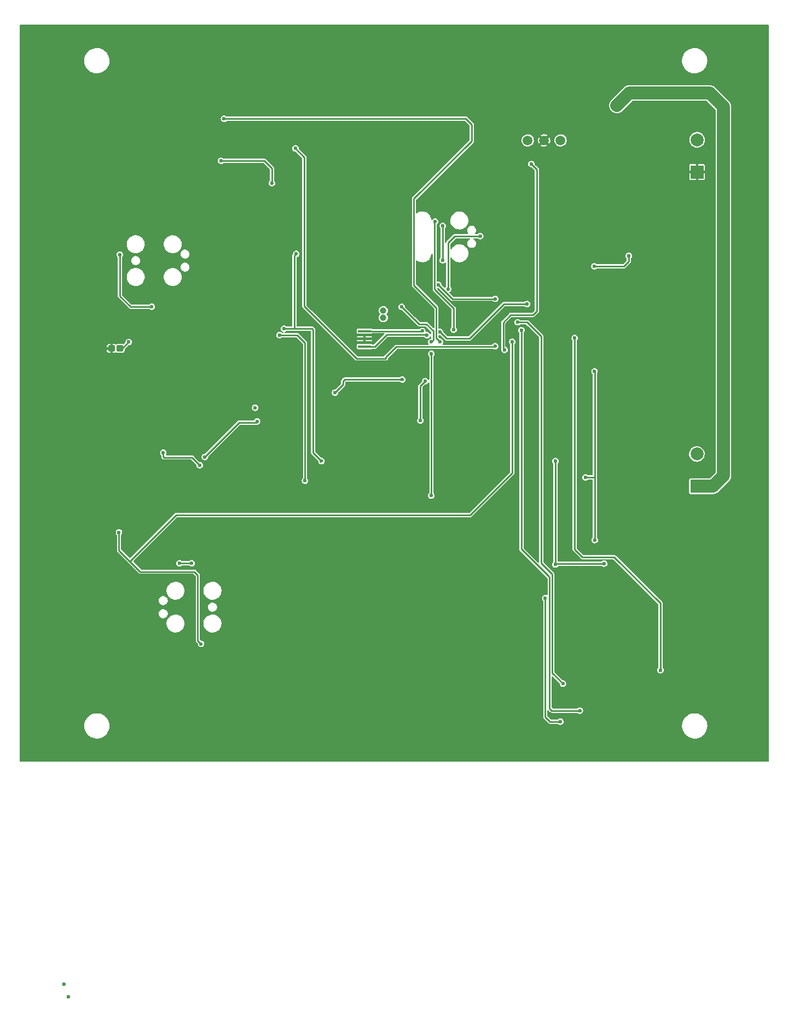
<source format=gbr>
%TF.GenerationSoftware,KiCad,Pcbnew,(5.99.0-10506-gb986797469)*%
%TF.CreationDate,2021-05-31T13:08:21+01:00*%
%TF.ProjectId,LoRa tracker,4c6f5261-2074-4726-9163-6b65722e6b69,rev?*%
%TF.SameCoordinates,Original*%
%TF.FileFunction,Copper,L2,Bot*%
%TF.FilePolarity,Positive*%
%FSLAX46Y46*%
G04 Gerber Fmt 4.6, Leading zero omitted, Abs format (unit mm)*
G04 Created by KiCad (PCBNEW (5.99.0-10506-gb986797469)) date 2021-05-31 13:08:21*
%MOMM*%
%LPD*%
G01*
G04 APERTURE LIST*
G04 Aperture macros list*
%AMRoundRect*
0 Rectangle with rounded corners*
0 $1 Rounding radius*
0 $2 $3 $4 $5 $6 $7 $8 $9 X,Y pos of 4 corners*
0 Add a 4 corners polygon primitive as box body*
4,1,4,$2,$3,$4,$5,$6,$7,$8,$9,$2,$3,0*
0 Add four circle primitives for the rounded corners*
1,1,$1+$1,$2,$3*
1,1,$1+$1,$4,$5*
1,1,$1+$1,$6,$7*
1,1,$1+$1,$8,$9*
0 Add four rect primitives between the rounded corners*
20,1,$1+$1,$2,$3,$4,$5,0*
20,1,$1+$1,$4,$5,$6,$7,0*
20,1,$1+$1,$6,$7,$8,$9,0*
20,1,$1+$1,$8,$9,$2,$3,0*%
G04 Aperture macros list end*
%TA.AperFunction,ComponentPad*%
%ADD10C,1.000000*%
%TD*%
%TA.AperFunction,SMDPad,CuDef*%
%ADD11R,2.000000X0.400000*%
%TD*%
%TA.AperFunction,ComponentPad*%
%ADD12R,2.000000X2.000000*%
%TD*%
%TA.AperFunction,ComponentPad*%
%ADD13C,2.000000*%
%TD*%
%TA.AperFunction,ComponentPad*%
%ADD14C,1.500000*%
%TD*%
%TA.AperFunction,SMDPad,CuDef*%
%ADD15RoundRect,0.250000X-0.300000X0.250000X-0.300000X-0.250000X0.300000X-0.250000X0.300000X0.250000X0*%
%TD*%
%TA.AperFunction,ViaPad*%
%ADD16C,0.600000*%
%TD*%
%TA.AperFunction,Conductor*%
%ADD17C,0.250000*%
%TD*%
%TA.AperFunction,Conductor*%
%ADD18C,2.000000*%
%TD*%
G04 APERTURE END LIST*
D10*
%TO.P,Y2,1,1*%
%TO.N,/mcu/OSC_32_OUT*%
X130406748Y-130388116D03*
%TO.P,Y2,2,2*%
%TO.N,/mcu/OSC_32_IN*%
X130406748Y-129288116D03*
%TD*%
D11*
%TO.P,Y3,1,1*%
%TO.N,/mcu/OSC_HS_OUT*%
X127498748Y-134862116D03*
%TO.P,Y3,2,2*%
%TO.N,GND*%
X127498748Y-133662116D03*
%TO.P,Y3,3,3*%
%TO.N,/mcu/OSC_HS_IN*%
X127498748Y-132462116D03*
%TD*%
D12*
%TO.P,J2,1,Pin_1*%
%TO.N,VDC*%
X178923748Y-156492116D03*
D13*
%TO.P,J2,2,Pin_2*%
%TO.N,Net-(J2-Pad2)*%
X178923748Y-151492116D03*
%TD*%
D12*
%TO.P,J1,1,Pin_1*%
%TO.N,GND*%
X178953748Y-107827116D03*
D13*
%TO.P,J1,2,Pin_2*%
%TO.N,Net-(J1-Pad2)*%
X178953748Y-102827116D03*
%TD*%
D14*
%TO.P,U2,1,IN*%
%TO.N,VDC*%
X157828748Y-102932116D03*
%TO.P,U2,2,GND*%
%TO.N,GND*%
X155288748Y-102932116D03*
%TO.P,U2,3,OUT*%
%TO.N,+3V3*%
X152748748Y-102932116D03*
%TD*%
D15*
%TO.P,C14,1*%
%TO.N,GND*%
X88368748Y-135142116D03*
%TO.P,C14,2*%
%TO.N,Net-(C14-Pad2)*%
X89638748Y-135142116D03*
%TD*%
D16*
%TO.N,Net-(BT2-Pad1)*%
X137820000Y-157920000D03*
X137820000Y-134150000D03*
X133260000Y-128700000D03*
X137850000Y-135960000D03*
%TO.N,GND*%
X132500000Y-133930000D03*
X146490000Y-129420000D03*
X137668000Y-130810000D03*
%TO.N,/SDA*%
X116940000Y-120510000D03*
%TO.N,/RESET_GPS*%
X139192000Y-134112000D03*
%TO.N,/PPS*%
X149170000Y-135360000D03*
%TO.N,/WAKE*%
X116810000Y-104170000D03*
X147700000Y-134800000D03*
%TO.N,GND*%
X141240000Y-139480000D03*
%TO.N,/SCL*%
X139192000Y-132588000D03*
X152654000Y-128270000D03*
%TO.N,/SDA*%
X168373748Y-120807116D03*
X163068000Y-122428000D03*
%TO.N,/RX*%
X105300000Y-106090000D03*
X113180000Y-109540000D03*
%TO.N,/RESET*%
X150368000Y-134112000D03*
%TO.N,/CS*%
X133350000Y-139954000D03*
X122936000Y-141986000D03*
%TO.N,/MISO*%
X136906000Y-140208000D03*
X136144000Y-146304000D03*
%TO.N,GND*%
X132842000Y-190500000D03*
%TO.N,/INT1*%
X158190000Y-187060000D03*
X151200000Y-131100000D03*
%TO.N,/INT2*%
X151770000Y-132330000D03*
%TO.N,/BUZZER*%
X160020000Y-133540000D03*
%TO.N,GND*%
X146488748Y-120732116D03*
X141174248Y-125592116D03*
%TO.N,/mcu/TDI*%
X138438748Y-115492116D03*
X141278748Y-132232116D03*
%TO.N,/mcu/SWDIO*%
X147728748Y-127472116D03*
X138938748Y-125292116D03*
%TO.N,/mcu/RST*%
X139628748Y-116162116D03*
X139598748Y-121492116D03*
%TO.N,/mcu/SWO*%
X140428748Y-125952116D03*
X145398748Y-117752116D03*
%TO.N,GND*%
X130438748Y-122752116D03*
X123418748Y-130432116D03*
%TO.N,/mcu/OSC_HS_OUT*%
X137160000Y-133096000D03*
%TO.N,/mcu/OSC_HS_IN*%
X136428748Y-132452116D03*
%TO.N,*%
X80968748Y-233592116D03*
X81718748Y-235532116D03*
%TO.N,GND*%
X84928748Y-141062116D03*
X90758748Y-140112116D03*
X158338748Y-190292116D03*
X93678748Y-116362116D03*
X164838748Y-151082116D03*
X112118748Y-172072116D03*
X106858748Y-135732116D03*
X84838748Y-136872116D03*
X98418748Y-141472116D03*
X175458748Y-151092116D03*
X82608748Y-122332116D03*
X102188748Y-110832116D03*
X78008748Y-152622116D03*
X96978748Y-133532116D03*
X86548748Y-153342116D03*
X154658748Y-191306616D03*
X106530748Y-170986116D03*
X96318748Y-97242116D03*
X101438748Y-181842116D03*
X78008748Y-97382116D03*
X93818748Y-175072116D03*
X101328748Y-121522116D03*
X120558748Y-94332116D03*
X159958748Y-116492116D03*
X110848748Y-182670116D03*
X180268748Y-164702116D03*
X164088748Y-171432116D03*
X173213748Y-164217116D03*
X86478748Y-130672116D03*
X174008748Y-116802116D03*
X161378748Y-182212116D03*
%TO.N,VDC*%
X166558748Y-97502116D03*
%TO.N,Net-(C14-Pad2)*%
X91028748Y-134152116D03*
%TO.N,/RESET*%
X102212748Y-180892116D03*
X89512748Y-163620116D03*
%TO.N,/nrf/RST*%
X94588748Y-128672116D03*
X89648748Y-120622116D03*
%TO.N,/LoRa_RFM/SWDIO*%
X100768748Y-168402116D03*
X98878748Y-168422116D03*
%TO.N,/PPS*%
X153318748Y-106592116D03*
%TO.N,/RESET_GPS*%
X105758748Y-99572116D03*
%TO.N,/BUZZER*%
X173288748Y-184962116D03*
%TO.N,/SDA*%
X115048748Y-132092116D03*
X157028748Y-168602116D03*
X155458748Y-173802116D03*
X120838748Y-152592116D03*
X164558748Y-168462116D03*
X157798748Y-192942116D03*
X157028748Y-152592116D03*
%TO.N,/SCL*%
X114328748Y-133082116D03*
X163128748Y-164822116D03*
X118288748Y-155622116D03*
X163088748Y-138692116D03*
X161698748Y-155122116D03*
%TO.N,/INT2*%
X160808748Y-191232116D03*
%TO.N,/MOSI*%
X110578748Y-144322116D03*
%TO.N,/SCK*%
X101998748Y-153232116D03*
X96368748Y-151292116D03*
%TO.N,/MISO*%
X110868748Y-146462116D03*
X102798748Y-151942116D03*
%TD*%
D17*
%TO.N,/mcu/OSC_HS_OUT*%
X130964237Y-133026627D02*
X129128748Y-134862116D01*
X129128748Y-134862116D02*
X127498748Y-134862116D01*
X137160000Y-133096000D02*
X137090627Y-133026627D01*
X137090627Y-133026627D02*
X130964237Y-133026627D01*
%TO.N,/RESET_GPS*%
X143172116Y-99572116D02*
X105758748Y-99572116D01*
X144090000Y-100490000D02*
X143172116Y-99572116D01*
X144090000Y-103010000D02*
X144090000Y-100490000D01*
X138617489Y-128837489D02*
X135146287Y-125366287D01*
X135146287Y-125366287D02*
X135146287Y-111953713D01*
X138617489Y-133537489D02*
X138617489Y-128837489D01*
X139192000Y-134112000D02*
X138617489Y-133537489D01*
X135146287Y-111953713D02*
X144090000Y-103010000D01*
%TO.N,Net-(BT2-Pad1)*%
X137850000Y-157890000D02*
X137820000Y-157920000D01*
X137850000Y-135960000D02*
X137850000Y-157890000D01*
X138120000Y-133850000D02*
X137820000Y-134150000D01*
X138120000Y-132430000D02*
X138120000Y-133850000D01*
X135130000Y-130560000D02*
X135954511Y-131384511D01*
X135954511Y-131384511D02*
X137074511Y-131384511D01*
X133260000Y-128700000D02*
X135120000Y-130560000D01*
X137074511Y-131384511D02*
X138120000Y-132430000D01*
X135120000Y-130560000D02*
X135130000Y-130560000D01*
%TO.N,/SDA*%
X116637884Y-120812116D02*
X116940000Y-120510000D01*
X116637884Y-132092116D02*
X116637884Y-120812116D01*
X116637884Y-132092116D02*
X115048748Y-132092116D01*
X119382116Y-132092116D02*
X116637884Y-132092116D01*
%TO.N,/WAKE*%
X118190000Y-128620000D02*
X118190000Y-105550000D01*
X118190000Y-105550000D02*
X116810000Y-104170000D01*
X130830000Y-136700000D02*
X126270000Y-136700000D01*
X130830000Y-136480000D02*
X130830000Y-136700000D01*
X147590000Y-134910000D02*
X132400000Y-134910000D01*
X147700000Y-134800000D02*
X147590000Y-134910000D01*
X132400000Y-134910000D02*
X130830000Y-136480000D01*
X126270000Y-136700000D02*
X118190000Y-128620000D01*
%TO.N,/PPS*%
X154170000Y-107443368D02*
X153318748Y-106592116D01*
X154170000Y-129370000D02*
X154170000Y-107443368D01*
X153600000Y-129940000D02*
X154170000Y-129370000D01*
X148960000Y-131110000D02*
X150130000Y-129940000D01*
X149170000Y-135360000D02*
X148960000Y-135150000D01*
X148960000Y-135150000D02*
X148960000Y-131110000D01*
X150130000Y-129940000D02*
X153600000Y-129940000D01*
%TO.N,/SCL*%
X149098000Y-128270000D02*
X143764000Y-133604000D01*
X143764000Y-133604000D02*
X140208000Y-133604000D01*
X152654000Y-128270000D02*
X149098000Y-128270000D01*
X140208000Y-133604000D02*
X139192000Y-132588000D01*
%TO.N,/SDA*%
X167640000Y-122428000D02*
X168373748Y-121694252D01*
X163068000Y-122428000D02*
X167640000Y-122428000D01*
X168373748Y-121694252D02*
X168373748Y-120807116D01*
%TO.N,/RX*%
X111980000Y-106090000D02*
X105300000Y-106090000D01*
X113180000Y-107290000D02*
X111980000Y-106090000D01*
X113180000Y-109540000D02*
X113180000Y-107290000D01*
%TO.N,/RESET*%
X150368000Y-154432000D02*
X143867884Y-160932116D01*
X143867884Y-160932116D02*
X122888748Y-160932116D01*
X150368000Y-134112000D02*
X150368000Y-154432000D01*
%TO.N,/CS*%
X124206000Y-140208000D02*
X124460000Y-139954000D01*
X124206000Y-140716000D02*
X124206000Y-140208000D01*
X124460000Y-139954000D02*
X133350000Y-139954000D01*
X122936000Y-141986000D02*
X124206000Y-140716000D01*
%TO.N,/MISO*%
X136144000Y-140970000D02*
X136144000Y-146304000D01*
X136906000Y-140208000D02*
X136144000Y-140970000D01*
%TO.N,/INT1*%
X156539520Y-185409520D02*
X158190000Y-187060000D01*
X156539520Y-170109520D02*
X156539520Y-185409520D01*
X154810000Y-133240000D02*
X154810000Y-168380000D01*
X153060000Y-131490000D02*
X154810000Y-133240000D01*
X154810000Y-168380000D02*
X156539520Y-170109520D01*
X151200000Y-131100000D02*
X152670000Y-131100000D01*
X152670000Y-131100000D02*
X153060000Y-131490000D01*
%TO.N,/INT2*%
X151770000Y-166240000D02*
X151770000Y-132330000D01*
X156000000Y-170470000D02*
X151770000Y-166240000D01*
X156140000Y-170610000D02*
X156000000Y-170470000D01*
X156140000Y-190900000D02*
X156140000Y-170610000D01*
X156472116Y-191232116D02*
X156140000Y-190900000D01*
X160808748Y-191232116D02*
X156472116Y-191232116D01*
%TO.N,/BUZZER*%
X166130000Y-167450000D02*
X173288748Y-174608748D01*
X161210000Y-167450000D02*
X166130000Y-167450000D01*
X173288748Y-174608748D02*
X173288748Y-184962116D01*
X160010000Y-163083091D02*
X160010000Y-166250000D01*
X160020000Y-133540000D02*
X160020000Y-163073091D01*
X160010000Y-166250000D02*
X161210000Y-167450000D01*
X160020000Y-163073091D02*
X160010000Y-163083091D01*
%TO.N,/SCL*%
X117072116Y-133082116D02*
X118288748Y-134298748D01*
X114328748Y-133082116D02*
X117072116Y-133082116D01*
X118288748Y-134298748D02*
X118288748Y-155622116D01*
%TO.N,/SDA*%
X119540000Y-132250000D02*
X119382116Y-132092116D01*
X119540000Y-151293368D02*
X119540000Y-132250000D01*
X120838748Y-152592116D02*
X119540000Y-151293368D01*
X120857884Y-152592116D02*
X120970000Y-152480000D01*
X120838748Y-152592116D02*
X120857884Y-152592116D01*
%TO.N,/mcu/TDI*%
X138364237Y-115566627D02*
X138438748Y-115492116D01*
X141278748Y-128922116D02*
X138364237Y-126007605D01*
X138364237Y-126007605D02*
X138364237Y-115566627D01*
X141278748Y-132232116D02*
X141278748Y-128922116D01*
%TO.N,/mcu/SWDIO*%
X141118748Y-127472116D02*
X147728748Y-127472116D01*
X138938748Y-125292116D02*
X141118748Y-127472116D01*
%TO.N,/mcu/RST*%
X139598748Y-116192116D02*
X139628748Y-116162116D01*
X139598748Y-116742116D02*
X139598748Y-116192116D01*
X139598748Y-121492116D02*
X139598748Y-116742116D01*
%TO.N,/mcu/SWO*%
X140428748Y-118812116D02*
X140428748Y-125952116D01*
X140558748Y-118682116D02*
X140428748Y-118812116D01*
X145398748Y-117752116D02*
X141488748Y-117752116D01*
X141488748Y-117752116D02*
X140558748Y-118682116D01*
%TO.N,/mcu/OSC_HS_IN*%
X136418748Y-132462116D02*
X136428748Y-132452116D01*
X127498748Y-132462116D02*
X136418748Y-132462116D01*
D18*
%TO.N,VDC*%
X168468748Y-95592116D02*
X166558748Y-97502116D01*
X178923748Y-156492116D02*
X181408748Y-156492116D01*
X181408748Y-156492116D02*
X183038748Y-154862116D01*
X183038748Y-97742116D02*
X180888748Y-95592116D01*
X183038748Y-154862116D02*
X183038748Y-97742116D01*
X180888748Y-95592116D02*
X168468748Y-95592116D01*
D17*
%TO.N,Net-(C14-Pad2)*%
X90038748Y-135142116D02*
X91028748Y-134152116D01*
X89638748Y-135142116D02*
X90038748Y-135142116D01*
%TO.N,/RESET*%
X98378748Y-160932116D02*
X122888748Y-160932116D01*
X91204748Y-168106116D02*
X98378748Y-160932116D01*
X101704748Y-180384116D02*
X102212748Y-180892116D01*
X89512748Y-163620116D02*
X89512748Y-166414116D01*
X101704748Y-170224116D02*
X101704748Y-180384116D01*
X92814748Y-169716116D02*
X101196748Y-169716116D01*
X89512748Y-166414116D02*
X91204748Y-168106116D01*
X101196748Y-169716116D02*
X101704748Y-170224116D01*
X91204748Y-168106116D02*
X92814748Y-169716116D01*
%TO.N,/nrf/RST*%
X89648748Y-127042116D02*
X91208748Y-128602116D01*
X91208748Y-128602116D02*
X91278748Y-128672116D01*
X89648748Y-120622116D02*
X89648748Y-127042116D01*
X91278748Y-128672116D02*
X94588748Y-128672116D01*
%TO.N,/LoRa_RFM/SWDIO*%
X100768748Y-168402116D02*
X98898748Y-168402116D01*
X98898748Y-168402116D02*
X98878748Y-168422116D01*
%TO.N,/SDA*%
X157798748Y-192942116D02*
X156208748Y-192942116D01*
X157028748Y-152592116D02*
X157028748Y-168602116D01*
X156048748Y-192782116D02*
X155458748Y-192192116D01*
X157168748Y-168462116D02*
X157028748Y-168602116D01*
X156208748Y-192942116D02*
X156048748Y-192782116D01*
X155458748Y-192192116D02*
X155458748Y-173802116D01*
X164558748Y-168462116D02*
X157168748Y-168462116D01*
%TO.N,/SCL*%
X163128748Y-155112116D02*
X163128748Y-138732116D01*
X161708748Y-155112116D02*
X161698748Y-155122116D01*
X163128748Y-164822116D02*
X163128748Y-155112116D01*
X163128748Y-138732116D02*
X163088748Y-138692116D01*
X163128748Y-155112116D02*
X161708748Y-155112116D01*
%TO.N,/INT2*%
X160804237Y-191227605D02*
X160808748Y-191232116D01*
%TO.N,/SCK*%
X96488748Y-152022116D02*
X96368748Y-151902116D01*
X96368748Y-151902116D02*
X96368748Y-151292116D01*
X101998748Y-153232116D02*
X100788748Y-152022116D01*
X100788748Y-152022116D02*
X96488748Y-152022116D01*
%TO.N,/MISO*%
X108098748Y-146642116D02*
X102798748Y-151942116D01*
X110868748Y-146462116D02*
X110688748Y-146642116D01*
X110688748Y-146642116D02*
X108098748Y-146642116D01*
%TD*%
%TA.AperFunction,Conductor*%
%TO.N,GND*%
G36*
X189987938Y-85061023D02*
G01*
X190023902Y-85110523D01*
X190028747Y-85141116D01*
X190028747Y-199043116D01*
X190009840Y-199101307D01*
X189960340Y-199137271D01*
X189929747Y-199142116D01*
X74227747Y-199142116D01*
X74169556Y-199123209D01*
X74133592Y-199073709D01*
X74128747Y-199043116D01*
X74128747Y-193530708D01*
X84124713Y-193530708D01*
X84124850Y-193534199D01*
X84124850Y-193534204D01*
X84127225Y-193594644D01*
X84131387Y-193700587D01*
X84135554Y-193806647D01*
X84136183Y-193810090D01*
X84136183Y-193810092D01*
X84168145Y-193985095D01*
X84185168Y-194078305D01*
X84186277Y-194081629D01*
X84186278Y-194081633D01*
X84242776Y-194250978D01*
X84272564Y-194340262D01*
X84395997Y-194587292D01*
X84553007Y-194814465D01*
X84740458Y-195017250D01*
X84743168Y-195019457D01*
X84743172Y-195019460D01*
X84896995Y-195144691D01*
X84954613Y-195191599D01*
X85191197Y-195334034D01*
X85194421Y-195335399D01*
X85370193Y-195409829D01*
X85445489Y-195441713D01*
X85712418Y-195512488D01*
X85715891Y-195512899D01*
X85715896Y-195512900D01*
X85926828Y-195537865D01*
X85986655Y-195544946D01*
X85990144Y-195544864D01*
X85990149Y-195544864D01*
X86115966Y-195541899D01*
X86262730Y-195538440D01*
X86535134Y-195493099D01*
X86538466Y-195492045D01*
X86538471Y-195492044D01*
X86636870Y-195460924D01*
X86798432Y-195409829D01*
X86801590Y-195408313D01*
X86801594Y-195408311D01*
X87044209Y-195291809D01*
X87044210Y-195291808D01*
X87047370Y-195290291D01*
X87276981Y-195136869D01*
X87326276Y-195092717D01*
X87480079Y-194954961D01*
X87480085Y-194954954D01*
X87482685Y-194952626D01*
X87537590Y-194887309D01*
X87598821Y-194814465D01*
X87660376Y-194741236D01*
X87806510Y-194506919D01*
X87918170Y-194254349D01*
X87993129Y-193988565D01*
X88008675Y-193872823D01*
X88029553Y-193717381D01*
X88029553Y-193717379D01*
X88029890Y-193714871D01*
X88033748Y-193592116D01*
X88029400Y-193530708D01*
X176624712Y-193530708D01*
X176624849Y-193534199D01*
X176624849Y-193534204D01*
X176627224Y-193594644D01*
X176631386Y-193700587D01*
X176635553Y-193806647D01*
X176636182Y-193810090D01*
X176636182Y-193810092D01*
X176668144Y-193985095D01*
X176685167Y-194078305D01*
X176686276Y-194081629D01*
X176686277Y-194081633D01*
X176742775Y-194250978D01*
X176772563Y-194340262D01*
X176895996Y-194587292D01*
X177053006Y-194814465D01*
X177240457Y-195017250D01*
X177243167Y-195019457D01*
X177243171Y-195019460D01*
X177396994Y-195144691D01*
X177454612Y-195191599D01*
X177691196Y-195334034D01*
X177694420Y-195335399D01*
X177870192Y-195409829D01*
X177945488Y-195441713D01*
X178212417Y-195512488D01*
X178215890Y-195512899D01*
X178215895Y-195512900D01*
X178426827Y-195537865D01*
X178486654Y-195544946D01*
X178490143Y-195544864D01*
X178490148Y-195544864D01*
X178615965Y-195541899D01*
X178762729Y-195538440D01*
X179035133Y-195493099D01*
X179038465Y-195492045D01*
X179038470Y-195492044D01*
X179136869Y-195460924D01*
X179298431Y-195409829D01*
X179301589Y-195408313D01*
X179301593Y-195408311D01*
X179544208Y-195291809D01*
X179544209Y-195291808D01*
X179547369Y-195290291D01*
X179776980Y-195136869D01*
X179826275Y-195092717D01*
X179980078Y-194954961D01*
X179980084Y-194954954D01*
X179982684Y-194952626D01*
X180037589Y-194887309D01*
X180098820Y-194814465D01*
X180160375Y-194741236D01*
X180306509Y-194506919D01*
X180418169Y-194254349D01*
X180493128Y-193988565D01*
X180508674Y-193872823D01*
X180529552Y-193717381D01*
X180529552Y-193717379D01*
X180529889Y-193714871D01*
X180533747Y-193592116D01*
X180514243Y-193316654D01*
X180456121Y-193046688D01*
X180454912Y-193043411D01*
X180454910Y-193043404D01*
X180361751Y-192790888D01*
X180360540Y-192787605D01*
X180250222Y-192583150D01*
X180231069Y-192547653D01*
X180231068Y-192547651D01*
X180229408Y-192544575D01*
X180182214Y-192480678D01*
X180067419Y-192325258D01*
X180067417Y-192325255D01*
X180065341Y-192322445D01*
X179923296Y-192178151D01*
X179874071Y-192128146D01*
X179874064Y-192128140D01*
X179871612Y-192125649D01*
X179756847Y-192038063D01*
X179654863Y-191960231D01*
X179654858Y-191960227D01*
X179652087Y-191958113D01*
X179411146Y-191823179D01*
X179153596Y-191723541D01*
X179150190Y-191722751D01*
X179150185Y-191722750D01*
X178982746Y-191683940D01*
X178884576Y-191661185D01*
X178668796Y-191642496D01*
X178612943Y-191637659D01*
X178612942Y-191637659D01*
X178609455Y-191637357D01*
X178491162Y-191643867D01*
X178337220Y-191652339D01*
X178337214Y-191652340D01*
X178333721Y-191652532D01*
X178062875Y-191706406D01*
X178059590Y-191707560D01*
X178059585Y-191707561D01*
X177805623Y-191796747D01*
X177802323Y-191797906D01*
X177557262Y-191925204D01*
X177554422Y-191927234D01*
X177554418Y-191927236D01*
X177335433Y-192083726D01*
X177332583Y-192085763D01*
X177330050Y-192088179D01*
X177330048Y-192088181D01*
X177135306Y-192273955D01*
X177135300Y-192273962D01*
X177132768Y-192276377D01*
X176961804Y-192493243D01*
X176823103Y-192732035D01*
X176795478Y-192800239D01*
X176726891Y-192969573D01*
X176719432Y-192987988D01*
X176704851Y-193046688D01*
X176662574Y-193216883D01*
X176652858Y-193255995D01*
X176652501Y-193259476D01*
X176652501Y-193259478D01*
X176633636Y-193443611D01*
X176624712Y-193530708D01*
X88029400Y-193530708D01*
X88014244Y-193316654D01*
X87956122Y-193046688D01*
X87954913Y-193043411D01*
X87954911Y-193043404D01*
X87861752Y-192790888D01*
X87860541Y-192787605D01*
X87750223Y-192583150D01*
X87731070Y-192547653D01*
X87731069Y-192547651D01*
X87729409Y-192544575D01*
X87682215Y-192480678D01*
X87567420Y-192325258D01*
X87567418Y-192325255D01*
X87565342Y-192322445D01*
X87423297Y-192178151D01*
X87374072Y-192128146D01*
X87374065Y-192128140D01*
X87371613Y-192125649D01*
X87256848Y-192038063D01*
X87154864Y-191960231D01*
X87154859Y-191960227D01*
X87152088Y-191958113D01*
X86911147Y-191823179D01*
X86653597Y-191723541D01*
X86650191Y-191722751D01*
X86650186Y-191722750D01*
X86482747Y-191683940D01*
X86384577Y-191661185D01*
X86168797Y-191642496D01*
X86112944Y-191637659D01*
X86112943Y-191637659D01*
X86109456Y-191637357D01*
X85991163Y-191643867D01*
X85837221Y-191652339D01*
X85837215Y-191652340D01*
X85833722Y-191652532D01*
X85562876Y-191706406D01*
X85559591Y-191707560D01*
X85559586Y-191707561D01*
X85305624Y-191796747D01*
X85302324Y-191797906D01*
X85057263Y-191925204D01*
X85054423Y-191927234D01*
X85054419Y-191927236D01*
X84835434Y-192083726D01*
X84832584Y-192085763D01*
X84830051Y-192088179D01*
X84830049Y-192088181D01*
X84635307Y-192273955D01*
X84635301Y-192273962D01*
X84632769Y-192276377D01*
X84461805Y-192493243D01*
X84323104Y-192732035D01*
X84295479Y-192800239D01*
X84226892Y-192969573D01*
X84219433Y-192987988D01*
X84204852Y-193046688D01*
X84162575Y-193216883D01*
X84152859Y-193255995D01*
X84152502Y-193259476D01*
X84152502Y-193259478D01*
X84133637Y-193443611D01*
X84124713Y-193530708D01*
X74128747Y-193530708D01*
X74128747Y-177846558D01*
X96869719Y-177846558D01*
X96907175Y-178079101D01*
X96983276Y-178302009D01*
X97095847Y-178508908D01*
X97098436Y-178512192D01*
X97198091Y-178638604D01*
X97241668Y-178693882D01*
X97416572Y-178851642D01*
X97615555Y-178977678D01*
X97724242Y-179023031D01*
X97829061Y-179066771D01*
X97829066Y-179066773D01*
X97832930Y-179068385D01*
X97837018Y-179069325D01*
X98058395Y-179120230D01*
X98058399Y-179120231D01*
X98062480Y-179121169D01*
X98066658Y-179121406D01*
X98066663Y-179121407D01*
X98293460Y-179134286D01*
X98293465Y-179134286D01*
X98297641Y-179134523D01*
X98531691Y-179108063D01*
X98535714Y-179106898D01*
X98535719Y-179106897D01*
X98674284Y-179066771D01*
X98757937Y-179042547D01*
X98969909Y-178939847D01*
X99161547Y-178802901D01*
X99327371Y-178635623D01*
X99462640Y-178442798D01*
X99563486Y-178229937D01*
X99627025Y-178003129D01*
X99651441Y-177768857D01*
X99651698Y-177742116D01*
X99640932Y-177615226D01*
X99632138Y-177511590D01*
X99632138Y-177511589D01*
X99631784Y-177507419D01*
X99572610Y-177279432D01*
X99475869Y-177064675D01*
X99374257Y-176913745D01*
X99346674Y-176872774D01*
X99346673Y-176872773D01*
X99344327Y-176869288D01*
X99181745Y-176698858D01*
X98992771Y-176558258D01*
X98864216Y-176492897D01*
X98786542Y-176453405D01*
X98786538Y-176453403D01*
X98782810Y-176451508D01*
X98557864Y-176381660D01*
X98486565Y-176372210D01*
X98328517Y-176351262D01*
X98328513Y-176351262D01*
X98324365Y-176350712D01*
X98320180Y-176350869D01*
X98320177Y-176350869D01*
X98228567Y-176354309D01*
X98088990Y-176359549D01*
X97858469Y-176407917D01*
X97639393Y-176494434D01*
X97635817Y-176496604D01*
X97635813Y-176496606D01*
X97547510Y-176550190D01*
X97438027Y-176616626D01*
X97260127Y-176771000D01*
X97257468Y-176774243D01*
X97257466Y-176774245D01*
X97143083Y-176913745D01*
X97110781Y-176953140D01*
X96994259Y-177157840D01*
X96913893Y-177379246D01*
X96871980Y-177611028D01*
X96869719Y-177846558D01*
X74128747Y-177846558D01*
X74128747Y-176210777D01*
X95652986Y-176210777D01*
X95653641Y-176216710D01*
X95653641Y-176216714D01*
X95666910Y-176336895D01*
X95671464Y-176378144D01*
X95673516Y-176383751D01*
X95713458Y-176492897D01*
X95729331Y-176536273D01*
X95823246Y-176676033D01*
X95827658Y-176680048D01*
X95827661Y-176680051D01*
X95924592Y-176768251D01*
X95947788Y-176789358D01*
X95953037Y-176792208D01*
X96089401Y-176866247D01*
X96095766Y-176869703D01*
X96101535Y-176871217D01*
X96101539Y-176871218D01*
X96252860Y-176910916D01*
X96258639Y-176912432D01*
X96264608Y-176912526D01*
X96264610Y-176912526D01*
X96325619Y-176913484D01*
X96427002Y-176915077D01*
X96445170Y-176910916D01*
X96585317Y-176878818D01*
X96585319Y-176878817D01*
X96591136Y-176877485D01*
X96607434Y-176869288D01*
X96736239Y-176804506D01*
X96736241Y-176804505D01*
X96741565Y-176801827D01*
X96746101Y-176797953D01*
X96865067Y-176696347D01*
X96865068Y-176696346D01*
X96869605Y-176692471D01*
X96925667Y-176614452D01*
X96964380Y-176560578D01*
X96964381Y-176560576D01*
X96967864Y-176555729D01*
X96975686Y-176536273D01*
X97028445Y-176405029D01*
X97028445Y-176405027D01*
X97030669Y-176399496D01*
X97033208Y-176381660D01*
X97053938Y-176235998D01*
X97053938Y-176235994D01*
X97054394Y-176232792D01*
X97054548Y-176218116D01*
X97034319Y-176050952D01*
X96974799Y-175893438D01*
X96953755Y-175862818D01*
X96882806Y-175759586D01*
X96882803Y-175759583D01*
X96879426Y-175754669D01*
X96796009Y-175680347D01*
X96758158Y-175646623D01*
X96758156Y-175646622D01*
X96753704Y-175642655D01*
X96604892Y-175563863D01*
X96523237Y-175543353D01*
X96447372Y-175524296D01*
X96447369Y-175524296D01*
X96441582Y-175522842D01*
X96356581Y-175522397D01*
X96279166Y-175521991D01*
X96279164Y-175521991D01*
X96273200Y-175521960D01*
X96109469Y-175561269D01*
X96031819Y-175601347D01*
X95965146Y-175635759D01*
X95965144Y-175635761D01*
X95959840Y-175638498D01*
X95832952Y-175749189D01*
X95829521Y-175754071D01*
X95829520Y-175754072D01*
X95739562Y-175882070D01*
X95736131Y-175886952D01*
X95674965Y-176043834D01*
X95652986Y-176210777D01*
X74128747Y-176210777D01*
X74128747Y-174178777D01*
X95652986Y-174178777D01*
X95653641Y-174184710D01*
X95653641Y-174184714D01*
X95666910Y-174304895D01*
X95671464Y-174346144D01*
X95673516Y-174351751D01*
X95713854Y-174461979D01*
X95729331Y-174504273D01*
X95823246Y-174644033D01*
X95827658Y-174648048D01*
X95827661Y-174648051D01*
X95932653Y-174743586D01*
X95947788Y-174757358D01*
X95953037Y-174760208D01*
X95997929Y-174784582D01*
X96095766Y-174837703D01*
X96101535Y-174839217D01*
X96101539Y-174839218D01*
X96252860Y-174878916D01*
X96258639Y-174880432D01*
X96264608Y-174880526D01*
X96264610Y-174880526D01*
X96325619Y-174881484D01*
X96427002Y-174883077D01*
X96473096Y-174872520D01*
X96585317Y-174846818D01*
X96585319Y-174846817D01*
X96591136Y-174845485D01*
X96606609Y-174837703D01*
X96736239Y-174772506D01*
X96736241Y-174772505D01*
X96741565Y-174769827D01*
X96746101Y-174765953D01*
X96865067Y-174664347D01*
X96865068Y-174664346D01*
X96869605Y-174660471D01*
X96927470Y-174579943D01*
X96964380Y-174528578D01*
X96964381Y-174528576D01*
X96967864Y-174523729D01*
X96975686Y-174504273D01*
X97028445Y-174373029D01*
X97028445Y-174373027D01*
X97030669Y-174367496D01*
X97034553Y-174340210D01*
X97053938Y-174203998D01*
X97053938Y-174203994D01*
X97054394Y-174200792D01*
X97054548Y-174186116D01*
X97040405Y-174069242D01*
X97035036Y-174024874D01*
X97035035Y-174024871D01*
X97034319Y-174018952D01*
X97003750Y-173938055D01*
X96976909Y-173867021D01*
X96976908Y-173867019D01*
X96974799Y-173861438D01*
X96914626Y-173773885D01*
X96882806Y-173727586D01*
X96882803Y-173727583D01*
X96879426Y-173722669D01*
X96795551Y-173647939D01*
X96758158Y-173614623D01*
X96758156Y-173614622D01*
X96753704Y-173610655D01*
X96604892Y-173531863D01*
X96523237Y-173511353D01*
X96447372Y-173492296D01*
X96447369Y-173492296D01*
X96441582Y-173490842D01*
X96356581Y-173490397D01*
X96279166Y-173489991D01*
X96279164Y-173489991D01*
X96273200Y-173489960D01*
X96109469Y-173529269D01*
X96065064Y-173552188D01*
X95965146Y-173603759D01*
X95965144Y-173603761D01*
X95959840Y-173606498D01*
X95832952Y-173717189D01*
X95829521Y-173722071D01*
X95829520Y-173722072D01*
X95777605Y-173795940D01*
X95736131Y-173854952D01*
X95674965Y-174011834D01*
X95674186Y-174017749D01*
X95674186Y-174017750D01*
X95671103Y-174041169D01*
X95652986Y-174178777D01*
X74128747Y-174178777D01*
X74128747Y-172766558D01*
X96869719Y-172766558D01*
X96907175Y-172999101D01*
X96983276Y-173222009D01*
X96985280Y-173225692D01*
X97087407Y-173413395D01*
X97095847Y-173428908D01*
X97098436Y-173432192D01*
X97198091Y-173558604D01*
X97241668Y-173613882D01*
X97416572Y-173771642D01*
X97615555Y-173897678D01*
X97695549Y-173931058D01*
X97829061Y-173986771D01*
X97829066Y-173986773D01*
X97832930Y-173988385D01*
X97837018Y-173989325D01*
X98058395Y-174040230D01*
X98058399Y-174040231D01*
X98062480Y-174041169D01*
X98066658Y-174041406D01*
X98066663Y-174041407D01*
X98293460Y-174054286D01*
X98293465Y-174054286D01*
X98297641Y-174054523D01*
X98531691Y-174028063D01*
X98535714Y-174026898D01*
X98535719Y-174026897D01*
X98674284Y-173986771D01*
X98757937Y-173962547D01*
X98969909Y-173859847D01*
X99161547Y-173722901D01*
X99327371Y-173555623D01*
X99462640Y-173362798D01*
X99485696Y-173314132D01*
X99561688Y-173153733D01*
X99561690Y-173153729D01*
X99563486Y-173149937D01*
X99627025Y-172923129D01*
X99651441Y-172688857D01*
X99651698Y-172662116D01*
X99640932Y-172535226D01*
X99632138Y-172431590D01*
X99632138Y-172431589D01*
X99631784Y-172427419D01*
X99572610Y-172199432D01*
X99475869Y-171984675D01*
X99344327Y-171789288D01*
X99181745Y-171618858D01*
X98992771Y-171478258D01*
X98864216Y-171412897D01*
X98786542Y-171373405D01*
X98786538Y-171373403D01*
X98782810Y-171371508D01*
X98557864Y-171301660D01*
X98526739Y-171297535D01*
X98328517Y-171271262D01*
X98328513Y-171271262D01*
X98324365Y-171270712D01*
X98320180Y-171270869D01*
X98320177Y-171270869D01*
X98228567Y-171274309D01*
X98088990Y-171279549D01*
X97858469Y-171327917D01*
X97639393Y-171414434D01*
X97635817Y-171416604D01*
X97635813Y-171416606D01*
X97537344Y-171476359D01*
X97438027Y-171536626D01*
X97260127Y-171691000D01*
X97257468Y-171694243D01*
X97257466Y-171694245D01*
X97176677Y-171792774D01*
X97110781Y-171873140D01*
X96994259Y-172077840D01*
X96913893Y-172299246D01*
X96871980Y-172531028D01*
X96869719Y-172766558D01*
X74128747Y-172766558D01*
X74128747Y-163613940D01*
X89007286Y-163613940D01*
X89025869Y-163756055D01*
X89028710Y-163762511D01*
X89028710Y-163762512D01*
X89030618Y-163766847D01*
X89083593Y-163887242D01*
X89088130Y-163892639D01*
X89088131Y-163892641D01*
X89164031Y-163982934D01*
X89187001Y-164039644D01*
X89187248Y-164046636D01*
X89187248Y-166395831D01*
X89186871Y-166404460D01*
X89183506Y-166442921D01*
X89185747Y-166451284D01*
X89193564Y-166480458D01*
X89195433Y-166488890D01*
X89196174Y-166493093D01*
X89202180Y-166527154D01*
X89206511Y-166534655D01*
X89208505Y-166540133D01*
X89210971Y-166545422D01*
X89213213Y-166553791D01*
X89218181Y-166560887D01*
X89218182Y-166560888D01*
X89235506Y-166585630D01*
X89240144Y-166592911D01*
X89259570Y-166626557D01*
X89289146Y-166651374D01*
X89295514Y-166657209D01*
X90954534Y-168316229D01*
X92571650Y-169933344D01*
X92577485Y-169939712D01*
X92596739Y-169962659D01*
X92596741Y-169962661D01*
X92602307Y-169969294D01*
X92627913Y-169984078D01*
X92635962Y-169988725D01*
X92643243Y-169993364D01*
X92675073Y-170015651D01*
X92683442Y-170017893D01*
X92688726Y-170020357D01*
X92694209Y-170022353D01*
X92701710Y-170026684D01*
X92710238Y-170028188D01*
X92710239Y-170028188D01*
X92739974Y-170033431D01*
X92748406Y-170035300D01*
X92785943Y-170045358D01*
X92824405Y-170041993D01*
X92833033Y-170041616D01*
X101020913Y-170041616D01*
X101079104Y-170060523D01*
X101090917Y-170070612D01*
X101350252Y-170329947D01*
X101378029Y-170384464D01*
X101379248Y-170399951D01*
X101379248Y-180365831D01*
X101378871Y-180374460D01*
X101375506Y-180412921D01*
X101377747Y-180421284D01*
X101385564Y-180450458D01*
X101387433Y-180458890D01*
X101394180Y-180497154D01*
X101398511Y-180504655D01*
X101400505Y-180510133D01*
X101402971Y-180515422D01*
X101405213Y-180523791D01*
X101410181Y-180530887D01*
X101410182Y-180530888D01*
X101427506Y-180555630D01*
X101432144Y-180562911D01*
X101451570Y-180596557D01*
X101472863Y-180614424D01*
X101481146Y-180621374D01*
X101487514Y-180627209D01*
X101679246Y-180818941D01*
X101707023Y-180873458D01*
X101707725Y-180883123D01*
X101707286Y-180885940D01*
X101725869Y-181028055D01*
X101728710Y-181034511D01*
X101728710Y-181034512D01*
X101730618Y-181038847D01*
X101783593Y-181159242D01*
X101875816Y-181268954D01*
X101881687Y-181272862D01*
X101881688Y-181272863D01*
X101893983Y-181281047D01*
X101995125Y-181348373D01*
X102001852Y-181350475D01*
X102001855Y-181350476D01*
X102125196Y-181389010D01*
X102125197Y-181389010D01*
X102131928Y-181391113D01*
X102203578Y-181392426D01*
X102268175Y-181393611D01*
X102268177Y-181393611D01*
X102275229Y-181393740D01*
X102282032Y-181391885D01*
X102282034Y-181391885D01*
X102328813Y-181379131D01*
X102413506Y-181356041D01*
X102535645Y-181281047D01*
X102631826Y-181174788D01*
X102694318Y-181045805D01*
X102697305Y-181028055D01*
X102717463Y-180908236D01*
X102717463Y-180908233D01*
X102718097Y-180904466D01*
X102718248Y-180892116D01*
X102697930Y-180750239D01*
X102638608Y-180619767D01*
X102545051Y-180511190D01*
X102424781Y-180433234D01*
X102418023Y-180431213D01*
X102418021Y-180431212D01*
X102294227Y-180394190D01*
X102287466Y-180392168D01*
X102250256Y-180391941D01*
X102213079Y-180391714D01*
X102155005Y-180372452D01*
X102143679Y-180362720D01*
X102059244Y-180278285D01*
X102031467Y-180223768D01*
X102030248Y-180208281D01*
X102030248Y-177846558D01*
X102584719Y-177846558D01*
X102622175Y-178079101D01*
X102698276Y-178302009D01*
X102810847Y-178508908D01*
X102813436Y-178512192D01*
X102913091Y-178638604D01*
X102956668Y-178693882D01*
X103131572Y-178851642D01*
X103330555Y-178977678D01*
X103439242Y-179023031D01*
X103544061Y-179066771D01*
X103544066Y-179066773D01*
X103547930Y-179068385D01*
X103552018Y-179069325D01*
X103773395Y-179120230D01*
X103773399Y-179120231D01*
X103777480Y-179121169D01*
X103781658Y-179121406D01*
X103781663Y-179121407D01*
X104008460Y-179134286D01*
X104008465Y-179134286D01*
X104012641Y-179134523D01*
X104246691Y-179108063D01*
X104250714Y-179106898D01*
X104250719Y-179106897D01*
X104389284Y-179066771D01*
X104472937Y-179042547D01*
X104684909Y-178939847D01*
X104876547Y-178802901D01*
X105042371Y-178635623D01*
X105177640Y-178442798D01*
X105278486Y-178229937D01*
X105342025Y-178003129D01*
X105366441Y-177768857D01*
X105366698Y-177742116D01*
X105355932Y-177615226D01*
X105347138Y-177511590D01*
X105347138Y-177511589D01*
X105346784Y-177507419D01*
X105287610Y-177279432D01*
X105190869Y-177064675D01*
X105089257Y-176913745D01*
X105061674Y-176872774D01*
X105061673Y-176872773D01*
X105059327Y-176869288D01*
X104896745Y-176698858D01*
X104707771Y-176558258D01*
X104579216Y-176492897D01*
X104501542Y-176453405D01*
X104501538Y-176453403D01*
X104497810Y-176451508D01*
X104272864Y-176381660D01*
X104201565Y-176372210D01*
X104043517Y-176351262D01*
X104043513Y-176351262D01*
X104039365Y-176350712D01*
X104035180Y-176350869D01*
X104035177Y-176350869D01*
X103943567Y-176354309D01*
X103803990Y-176359549D01*
X103573469Y-176407917D01*
X103354393Y-176494434D01*
X103350817Y-176496604D01*
X103350813Y-176496606D01*
X103262510Y-176550190D01*
X103153027Y-176616626D01*
X102975127Y-176771000D01*
X102972468Y-176774243D01*
X102972466Y-176774245D01*
X102858083Y-176913745D01*
X102825781Y-176953140D01*
X102709259Y-177157840D01*
X102628893Y-177379246D01*
X102586980Y-177611028D01*
X102584719Y-177846558D01*
X102030248Y-177846558D01*
X102030248Y-175194777D01*
X103272986Y-175194777D01*
X103273641Y-175200710D01*
X103273641Y-175200714D01*
X103286910Y-175320895D01*
X103291464Y-175362144D01*
X103349331Y-175520273D01*
X103443246Y-175660033D01*
X103447658Y-175664048D01*
X103447661Y-175664051D01*
X103536915Y-175745266D01*
X103567788Y-175773358D01*
X103715766Y-175853703D01*
X103721535Y-175855217D01*
X103721539Y-175855218D01*
X103872860Y-175894916D01*
X103878639Y-175896432D01*
X103884608Y-175896526D01*
X103884610Y-175896526D01*
X103945619Y-175897484D01*
X104047002Y-175899077D01*
X104093096Y-175888520D01*
X104205317Y-175862818D01*
X104205319Y-175862817D01*
X104211136Y-175861485D01*
X104226609Y-175853703D01*
X104356239Y-175788506D01*
X104356241Y-175788505D01*
X104361565Y-175785827D01*
X104366101Y-175781953D01*
X104485067Y-175680347D01*
X104485068Y-175680346D01*
X104489605Y-175676471D01*
X104587864Y-175539729D01*
X104595686Y-175520273D01*
X104648445Y-175389029D01*
X104648445Y-175389027D01*
X104650669Y-175383496D01*
X104654553Y-175356210D01*
X104673938Y-175219998D01*
X104673938Y-175219994D01*
X104674394Y-175216792D01*
X104674548Y-175202116D01*
X104654319Y-175034952D01*
X104594799Y-174877438D01*
X104573755Y-174846818D01*
X104502806Y-174743586D01*
X104502803Y-174743583D01*
X104499426Y-174738669D01*
X104416009Y-174664347D01*
X104378158Y-174630623D01*
X104378156Y-174630622D01*
X104373704Y-174626655D01*
X104224892Y-174547863D01*
X104143237Y-174527352D01*
X104067372Y-174508296D01*
X104067369Y-174508296D01*
X104061582Y-174506842D01*
X103976581Y-174506397D01*
X103899166Y-174505991D01*
X103899164Y-174505991D01*
X103893200Y-174505960D01*
X103729469Y-174545269D01*
X103678500Y-174571576D01*
X103585146Y-174619759D01*
X103585144Y-174619761D01*
X103579840Y-174622498D01*
X103452952Y-174733189D01*
X103449521Y-174738071D01*
X103449520Y-174738072D01*
X103359562Y-174866070D01*
X103356131Y-174870952D01*
X103294965Y-175027834D01*
X103272986Y-175194777D01*
X102030248Y-175194777D01*
X102030248Y-172766558D01*
X102584719Y-172766558D01*
X102622175Y-172999101D01*
X102698276Y-173222009D01*
X102700280Y-173225692D01*
X102802407Y-173413395D01*
X102810847Y-173428908D01*
X102813436Y-173432192D01*
X102913091Y-173558604D01*
X102956668Y-173613882D01*
X103131572Y-173771642D01*
X103330555Y-173897678D01*
X103410549Y-173931058D01*
X103544061Y-173986771D01*
X103544066Y-173986773D01*
X103547930Y-173988385D01*
X103552018Y-173989325D01*
X103773395Y-174040230D01*
X103773399Y-174040231D01*
X103777480Y-174041169D01*
X103781658Y-174041406D01*
X103781663Y-174041407D01*
X104008460Y-174054286D01*
X104008465Y-174054286D01*
X104012641Y-174054523D01*
X104246691Y-174028063D01*
X104250714Y-174026898D01*
X104250719Y-174026897D01*
X104389284Y-173986771D01*
X104472937Y-173962547D01*
X104684909Y-173859847D01*
X104876547Y-173722901D01*
X105042371Y-173555623D01*
X105177640Y-173362798D01*
X105200696Y-173314132D01*
X105276688Y-173153733D01*
X105276690Y-173153729D01*
X105278486Y-173149937D01*
X105342025Y-172923129D01*
X105366441Y-172688857D01*
X105366698Y-172662116D01*
X105355932Y-172535226D01*
X105347138Y-172431590D01*
X105347138Y-172431589D01*
X105346784Y-172427419D01*
X105287610Y-172199432D01*
X105190869Y-171984675D01*
X105059327Y-171789288D01*
X104896745Y-171618858D01*
X104707771Y-171478258D01*
X104579216Y-171412897D01*
X104501542Y-171373405D01*
X104501538Y-171373403D01*
X104497810Y-171371508D01*
X104272864Y-171301660D01*
X104241739Y-171297535D01*
X104043517Y-171271262D01*
X104043513Y-171271262D01*
X104039365Y-171270712D01*
X104035180Y-171270869D01*
X104035177Y-171270869D01*
X103943567Y-171274309D01*
X103803990Y-171279549D01*
X103573469Y-171327917D01*
X103354393Y-171414434D01*
X103350817Y-171416604D01*
X103350813Y-171416606D01*
X103252344Y-171476359D01*
X103153027Y-171536626D01*
X102975127Y-171691000D01*
X102972468Y-171694243D01*
X102972466Y-171694245D01*
X102891677Y-171792774D01*
X102825781Y-171873140D01*
X102709259Y-172077840D01*
X102628893Y-172299246D01*
X102586980Y-172531028D01*
X102584719Y-172766558D01*
X102030248Y-172766558D01*
X102030248Y-170242400D01*
X102030625Y-170233772D01*
X102033235Y-170203937D01*
X102033990Y-170195310D01*
X102023932Y-170157774D01*
X102022064Y-170149346D01*
X102016820Y-170119606D01*
X102016820Y-170119605D01*
X102015316Y-170111078D01*
X102010987Y-170103579D01*
X102008996Y-170098110D01*
X102006524Y-170092810D01*
X102004282Y-170084441D01*
X101995815Y-170072348D01*
X101981996Y-170052613D01*
X101977356Y-170045330D01*
X101976078Y-170043117D01*
X101957926Y-170011675D01*
X101928349Y-169986857D01*
X101921982Y-169981023D01*
X101439841Y-169498882D01*
X101434006Y-169492514D01*
X101409189Y-169462938D01*
X101375543Y-169443512D01*
X101368262Y-169438874D01*
X101343520Y-169421550D01*
X101343519Y-169421549D01*
X101336423Y-169416581D01*
X101328054Y-169414339D01*
X101322765Y-169411873D01*
X101317287Y-169409879D01*
X101309786Y-169405548D01*
X101301258Y-169404044D01*
X101301257Y-169404044D01*
X101271522Y-169398801D01*
X101263090Y-169396932D01*
X101233916Y-169389115D01*
X101233917Y-169389115D01*
X101225553Y-169386874D01*
X101187131Y-169390236D01*
X101187092Y-169390239D01*
X101178463Y-169390616D01*
X92990582Y-169390616D01*
X92932391Y-169371709D01*
X92920578Y-169361620D01*
X91974899Y-168415940D01*
X98373286Y-168415940D01*
X98391869Y-168558055D01*
X98449593Y-168689242D01*
X98454130Y-168694639D01*
X98454131Y-168694641D01*
X98497743Y-168746523D01*
X98541816Y-168798954D01*
X98547687Y-168802862D01*
X98547688Y-168802863D01*
X98559983Y-168811047D01*
X98661125Y-168878373D01*
X98667852Y-168880475D01*
X98667855Y-168880476D01*
X98791196Y-168919010D01*
X98791197Y-168919010D01*
X98797928Y-168921113D01*
X98869578Y-168922426D01*
X98934175Y-168923611D01*
X98934177Y-168923611D01*
X98941229Y-168923740D01*
X98948032Y-168921885D01*
X98948034Y-168921885D01*
X99014587Y-168903740D01*
X99079506Y-168886041D01*
X99201645Y-168811047D01*
X99245213Y-168762914D01*
X99247689Y-168760179D01*
X99300757Y-168729726D01*
X99321086Y-168727616D01*
X100342550Y-168727616D01*
X100400741Y-168746523D01*
X100418333Y-168762914D01*
X100427277Y-168773555D01*
X100427280Y-168773557D01*
X100431816Y-168778954D01*
X100437687Y-168782862D01*
X100437688Y-168782863D01*
X100449983Y-168791047D01*
X100551125Y-168858373D01*
X100557852Y-168860475D01*
X100557855Y-168860476D01*
X100681196Y-168899010D01*
X100681197Y-168899010D01*
X100687928Y-168901113D01*
X100759579Y-168902427D01*
X100824175Y-168903611D01*
X100824177Y-168903611D01*
X100831229Y-168903740D01*
X100838032Y-168901885D01*
X100838034Y-168901885D01*
X100889347Y-168887895D01*
X100969506Y-168866041D01*
X101091645Y-168791047D01*
X101119585Y-168760179D01*
X101183094Y-168690016D01*
X101183094Y-168690015D01*
X101187826Y-168684788D01*
X101234252Y-168588966D01*
X101247242Y-168562154D01*
X101250318Y-168555805D01*
X101263369Y-168478236D01*
X101273463Y-168418236D01*
X101273463Y-168418233D01*
X101274097Y-168414466D01*
X101274248Y-168402116D01*
X101253930Y-168260239D01*
X101246014Y-168242827D01*
X101197528Y-168136189D01*
X101197528Y-168136188D01*
X101194608Y-168129767D01*
X101101051Y-168021190D01*
X100980781Y-167943234D01*
X100974023Y-167941213D01*
X100974021Y-167941212D01*
X100859686Y-167907019D01*
X100843466Y-167902168D01*
X100757442Y-167901643D01*
X100707196Y-167901336D01*
X100700144Y-167901293D01*
X100693368Y-167903230D01*
X100693365Y-167903230D01*
X100569117Y-167938740D01*
X100569115Y-167938741D01*
X100562337Y-167940678D01*
X100441123Y-168017158D01*
X100436456Y-168022442D01*
X100436454Y-168022444D01*
X100418168Y-168043150D01*
X100365477Y-168074250D01*
X100343964Y-168076616D01*
X99286954Y-168076616D01*
X99228763Y-168057709D01*
X99221276Y-168050819D01*
X99220970Y-168051170D01*
X99215656Y-168046534D01*
X99211051Y-168041190D01*
X99090781Y-167963234D01*
X99084023Y-167961213D01*
X99084021Y-167961212D01*
X98960227Y-167924190D01*
X98953466Y-167922168D01*
X98867442Y-167921643D01*
X98817196Y-167921336D01*
X98810144Y-167921293D01*
X98803368Y-167923230D01*
X98803365Y-167923230D01*
X98679117Y-167958740D01*
X98679115Y-167958741D01*
X98672337Y-167960678D01*
X98551123Y-168037158D01*
X98456247Y-168144585D01*
X98395336Y-168274322D01*
X98373286Y-168415940D01*
X91974899Y-168415940D01*
X91735079Y-168176120D01*
X91707302Y-168121603D01*
X91716873Y-168061171D01*
X91735079Y-168036112D01*
X98484579Y-161286612D01*
X98539096Y-161258835D01*
X98554583Y-161257616D01*
X143849599Y-161257616D01*
X143858228Y-161257993D01*
X143896689Y-161261358D01*
X143934226Y-161251300D01*
X143942658Y-161249431D01*
X143972393Y-161244188D01*
X143972394Y-161244188D01*
X143980922Y-161242684D01*
X143988423Y-161238353D01*
X143993901Y-161236359D01*
X143999190Y-161233893D01*
X144007559Y-161231651D01*
X144014656Y-161226682D01*
X144039398Y-161209358D01*
X144046680Y-161204719D01*
X144072825Y-161189624D01*
X144072824Y-161189624D01*
X144080325Y-161185294D01*
X144105143Y-161155717D01*
X144110977Y-161149350D01*
X150585234Y-154675093D01*
X150591602Y-154669258D01*
X150604137Y-154658740D01*
X150621178Y-154644441D01*
X150640604Y-154610795D01*
X150645242Y-154603514D01*
X150653856Y-154591210D01*
X150667535Y-154571675D01*
X150669776Y-154563311D01*
X150672241Y-154558026D01*
X150674239Y-154552537D01*
X150678568Y-154545038D01*
X150685315Y-154506775D01*
X150687184Y-154498343D01*
X150695001Y-154469169D01*
X150697242Y-154460806D01*
X150693877Y-154422344D01*
X150693500Y-154413716D01*
X150693500Y-134536206D01*
X150712407Y-134478015D01*
X150719103Y-134469769D01*
X150720159Y-134468603D01*
X150787078Y-134394672D01*
X150849570Y-134265689D01*
X150852557Y-134247939D01*
X150872715Y-134128120D01*
X150872715Y-134128117D01*
X150873349Y-134124350D01*
X150873500Y-134112000D01*
X150870895Y-134093806D01*
X150854182Y-133977106D01*
X150853182Y-133970123D01*
X150843430Y-133948673D01*
X150796780Y-133846073D01*
X150796780Y-133846072D01*
X150793860Y-133839651D01*
X150700303Y-133731074D01*
X150580033Y-133653118D01*
X150573275Y-133651097D01*
X150573273Y-133651096D01*
X150449479Y-133614074D01*
X150442718Y-133612052D01*
X150356694Y-133611527D01*
X150306448Y-133611220D01*
X150299396Y-133611177D01*
X150292620Y-133613114D01*
X150292617Y-133613114D01*
X150168369Y-133648624D01*
X150168367Y-133648625D01*
X150161589Y-133650562D01*
X150040375Y-133727042D01*
X149945499Y-133834469D01*
X149884588Y-133964206D01*
X149862538Y-134105824D01*
X149863453Y-134112822D01*
X149866872Y-134138965D01*
X149881121Y-134247939D01*
X149883962Y-134254395D01*
X149883962Y-134254396D01*
X149920144Y-134336624D01*
X149938845Y-134379126D01*
X149943382Y-134384523D01*
X149943383Y-134384525D01*
X150019283Y-134474818D01*
X150042253Y-134531528D01*
X150042500Y-134538520D01*
X150042500Y-154256165D01*
X150023593Y-154314356D01*
X150013504Y-154326169D01*
X143762053Y-160577620D01*
X143707536Y-160605397D01*
X143692049Y-160606616D01*
X98397033Y-160606616D01*
X98388404Y-160606239D01*
X98388365Y-160606236D01*
X98349943Y-160602874D01*
X98337385Y-160606239D01*
X98312406Y-160612932D01*
X98303974Y-160614801D01*
X98274239Y-160620044D01*
X98274238Y-160620044D01*
X98265710Y-160621548D01*
X98258209Y-160625879D01*
X98252731Y-160627873D01*
X98247442Y-160630339D01*
X98239073Y-160632581D01*
X98231977Y-160637549D01*
X98231976Y-160637550D01*
X98207234Y-160654874D01*
X98199953Y-160659512D01*
X98166307Y-160678938D01*
X98141490Y-160708514D01*
X98135655Y-160714882D01*
X91274752Y-167575785D01*
X91220235Y-167603562D01*
X91159803Y-167593991D01*
X91134744Y-167575785D01*
X89867244Y-166308285D01*
X89839467Y-166253768D01*
X89838248Y-166238281D01*
X89838248Y-164044322D01*
X89857155Y-163986131D01*
X89863851Y-163977885D01*
X89927094Y-163908016D01*
X89927094Y-163908015D01*
X89931826Y-163902788D01*
X89994318Y-163773805D01*
X89997305Y-163756055D01*
X90017463Y-163636236D01*
X90017463Y-163636233D01*
X90018097Y-163632466D01*
X90018248Y-163620116D01*
X89997930Y-163478239D01*
X89938608Y-163347767D01*
X89845051Y-163239190D01*
X89724781Y-163161234D01*
X89718023Y-163159213D01*
X89718021Y-163159212D01*
X89594227Y-163122190D01*
X89587466Y-163120168D01*
X89501442Y-163119643D01*
X89451196Y-163119336D01*
X89444144Y-163119293D01*
X89437368Y-163121230D01*
X89437365Y-163121230D01*
X89313117Y-163156740D01*
X89313115Y-163156741D01*
X89306337Y-163158678D01*
X89185123Y-163235158D01*
X89090247Y-163342585D01*
X89029336Y-163472322D01*
X89007286Y-163613940D01*
X74128747Y-163613940D01*
X74128747Y-151285940D01*
X95863286Y-151285940D01*
X95864201Y-151292938D01*
X95866896Y-151313544D01*
X95881869Y-151428055D01*
X95884710Y-151434511D01*
X95884710Y-151434512D01*
X95936531Y-151552282D01*
X95939593Y-151559242D01*
X95944130Y-151564639D01*
X95944131Y-151564641D01*
X96020031Y-151654934D01*
X96043001Y-151711644D01*
X96043248Y-151718636D01*
X96043248Y-151883831D01*
X96042871Y-151892460D01*
X96039506Y-151930921D01*
X96041747Y-151939284D01*
X96049564Y-151968458D01*
X96051433Y-151976890D01*
X96056676Y-152006625D01*
X96058180Y-152015154D01*
X96062511Y-152022655D01*
X96064505Y-152028133D01*
X96066971Y-152033422D01*
X96069213Y-152041791D01*
X96074181Y-152048887D01*
X96074182Y-152048888D01*
X96091506Y-152073630D01*
X96096144Y-152080911D01*
X96115570Y-152114557D01*
X96122208Y-152120127D01*
X96145148Y-152139376D01*
X96151515Y-152145210D01*
X96245644Y-152239338D01*
X96251480Y-152245706D01*
X96270739Y-152268659D01*
X96270741Y-152268661D01*
X96276307Y-152275294D01*
X96309962Y-152294725D01*
X96317243Y-152299364D01*
X96349073Y-152321651D01*
X96357441Y-152323893D01*
X96362730Y-152326360D01*
X96368212Y-152328355D01*
X96375710Y-152332684D01*
X96384235Y-152334187D01*
X96384237Y-152334188D01*
X96407121Y-152338223D01*
X96413966Y-152339430D01*
X96422396Y-152341299D01*
X96451576Y-152349118D01*
X96451581Y-152349118D01*
X96459943Y-152351359D01*
X96498413Y-152347993D01*
X96507041Y-152347616D01*
X100612913Y-152347616D01*
X100671104Y-152366523D01*
X100682917Y-152376612D01*
X101465246Y-153158941D01*
X101493023Y-153213458D01*
X101493725Y-153223123D01*
X101493286Y-153225940D01*
X101511869Y-153368055D01*
X101514710Y-153374511D01*
X101514710Y-153374512D01*
X101516618Y-153378847D01*
X101569593Y-153499242D01*
X101661816Y-153608954D01*
X101667687Y-153612862D01*
X101667688Y-153612863D01*
X101679983Y-153621047D01*
X101781125Y-153688373D01*
X101787852Y-153690475D01*
X101787855Y-153690476D01*
X101911196Y-153729010D01*
X101911197Y-153729010D01*
X101917928Y-153731113D01*
X101989579Y-153732427D01*
X102054175Y-153733611D01*
X102054177Y-153733611D01*
X102061229Y-153733740D01*
X102068032Y-153731885D01*
X102068034Y-153731885D01*
X102114813Y-153719131D01*
X102199506Y-153696041D01*
X102321645Y-153621047D01*
X102417826Y-153514788D01*
X102480318Y-153385805D01*
X102483305Y-153368055D01*
X102503463Y-153248236D01*
X102503463Y-153248233D01*
X102504097Y-153244466D01*
X102504248Y-153232116D01*
X102483930Y-153090239D01*
X102434284Y-152981047D01*
X102427528Y-152966189D01*
X102427528Y-152966188D01*
X102424608Y-152959767D01*
X102331051Y-152851190D01*
X102210781Y-152773234D01*
X102204023Y-152771213D01*
X102204021Y-152771212D01*
X102080227Y-152734190D01*
X102073466Y-152732168D01*
X102036256Y-152731941D01*
X101999079Y-152731714D01*
X101941005Y-152712452D01*
X101929679Y-152702720D01*
X101162899Y-151935940D01*
X102293286Y-151935940D01*
X102294201Y-151942938D01*
X102294383Y-151944326D01*
X102311869Y-152078055D01*
X102314710Y-152084511D01*
X102314710Y-152084512D01*
X102352747Y-152170956D01*
X102369593Y-152209242D01*
X102461816Y-152318954D01*
X102467687Y-152322862D01*
X102467688Y-152322863D01*
X102485529Y-152334739D01*
X102581125Y-152398373D01*
X102587852Y-152400475D01*
X102587855Y-152400476D01*
X102711196Y-152439010D01*
X102711197Y-152439010D01*
X102717928Y-152441113D01*
X102789579Y-152442427D01*
X102854175Y-152443611D01*
X102854177Y-152443611D01*
X102861229Y-152443740D01*
X102868032Y-152441885D01*
X102868034Y-152441885D01*
X102927035Y-152425799D01*
X102999506Y-152406041D01*
X103121645Y-152331047D01*
X103136546Y-152314585D01*
X103213094Y-152230016D01*
X103213094Y-152230015D01*
X103217826Y-152224788D01*
X103280318Y-152095805D01*
X103283305Y-152078055D01*
X103303463Y-151958236D01*
X103303463Y-151958233D01*
X103304097Y-151954466D01*
X103304248Y-151942116D01*
X103304782Y-151942123D01*
X103319210Y-151885419D01*
X103332909Y-151868282D01*
X108204578Y-146996612D01*
X108259095Y-146968835D01*
X108274582Y-146967616D01*
X110670463Y-146967616D01*
X110679092Y-146967993D01*
X110717553Y-146971358D01*
X110743052Y-146964526D01*
X110749753Y-146962730D01*
X110787055Y-146960840D01*
X110787928Y-146961113D01*
X110864778Y-146962522D01*
X110924175Y-146963611D01*
X110924177Y-146963611D01*
X110931229Y-146963740D01*
X110938032Y-146961885D01*
X110938034Y-146961885D01*
X110984813Y-146949131D01*
X111069506Y-146926041D01*
X111191645Y-146851047D01*
X111265205Y-146769779D01*
X111283094Y-146750016D01*
X111283094Y-146750015D01*
X111287826Y-146744788D01*
X111350318Y-146615805D01*
X111355220Y-146586672D01*
X111373463Y-146478236D01*
X111373463Y-146478233D01*
X111374097Y-146474466D01*
X111374248Y-146462116D01*
X111353930Y-146320239D01*
X111350582Y-146312874D01*
X111297528Y-146196189D01*
X111297528Y-146196188D01*
X111294608Y-146189767D01*
X111201051Y-146081190D01*
X111080781Y-146003234D01*
X111074023Y-146001213D01*
X111074021Y-146001212D01*
X110950227Y-145964190D01*
X110943466Y-145962168D01*
X110857442Y-145961643D01*
X110807196Y-145961336D01*
X110800144Y-145961293D01*
X110793368Y-145963230D01*
X110793365Y-145963230D01*
X110669117Y-145998740D01*
X110669115Y-145998741D01*
X110662337Y-146000678D01*
X110541123Y-146077158D01*
X110446247Y-146184585D01*
X110443252Y-146190965D01*
X110443249Y-146190969D01*
X110410986Y-146259689D01*
X110369141Y-146304328D01*
X110321371Y-146316616D01*
X108117033Y-146316616D01*
X108108404Y-146316239D01*
X108108365Y-146316236D01*
X108069943Y-146312874D01*
X108061579Y-146315115D01*
X108061580Y-146315115D01*
X108032406Y-146322932D01*
X108023974Y-146324801D01*
X107994239Y-146330044D01*
X107994238Y-146330044D01*
X107985710Y-146331548D01*
X107978209Y-146335879D01*
X107972726Y-146337875D01*
X107967442Y-146340339D01*
X107959073Y-146342581D01*
X107927245Y-146364867D01*
X107919964Y-146369506D01*
X107886307Y-146388938D01*
X107880741Y-146395571D01*
X107880739Y-146395573D01*
X107861484Y-146418521D01*
X107855649Y-146424889D01*
X102867829Y-151412708D01*
X102813312Y-151440485D01*
X102797221Y-151441702D01*
X102737196Y-151441336D01*
X102730144Y-151441293D01*
X102723368Y-151443230D01*
X102723365Y-151443230D01*
X102599117Y-151478740D01*
X102599115Y-151478741D01*
X102592337Y-151480678D01*
X102471123Y-151557158D01*
X102376247Y-151664585D01*
X102315336Y-151794322D01*
X102293286Y-151935940D01*
X101162899Y-151935940D01*
X101031841Y-151804882D01*
X101026006Y-151798514D01*
X101001189Y-151768938D01*
X100967543Y-151749512D01*
X100960262Y-151744874D01*
X100935520Y-151727550D01*
X100935519Y-151727549D01*
X100928423Y-151722581D01*
X100920054Y-151720339D01*
X100914765Y-151717873D01*
X100909287Y-151715879D01*
X100901786Y-151711548D01*
X100893258Y-151710044D01*
X100893257Y-151710044D01*
X100863522Y-151704801D01*
X100855090Y-151702932D01*
X100825916Y-151695115D01*
X100825917Y-151695115D01*
X100817553Y-151692874D01*
X100779131Y-151696236D01*
X100779092Y-151696239D01*
X100770463Y-151696616D01*
X96886774Y-151696616D01*
X96828583Y-151677709D01*
X96792619Y-151628209D01*
X96792619Y-151567023D01*
X96797680Y-151554450D01*
X96847242Y-151452154D01*
X96850318Y-151445805D01*
X96853305Y-151428055D01*
X96873463Y-151308236D01*
X96873463Y-151308233D01*
X96874097Y-151304466D01*
X96874248Y-151292116D01*
X96873045Y-151283712D01*
X96854930Y-151157222D01*
X96853930Y-151150239D01*
X96839060Y-151117533D01*
X96797528Y-151026189D01*
X96797528Y-151026188D01*
X96794608Y-151019767D01*
X96701051Y-150911190D01*
X96580781Y-150833234D01*
X96574023Y-150831213D01*
X96574021Y-150831212D01*
X96450227Y-150794190D01*
X96443466Y-150792168D01*
X96357442Y-150791643D01*
X96307196Y-150791336D01*
X96300144Y-150791293D01*
X96293368Y-150793230D01*
X96293365Y-150793230D01*
X96169117Y-150828740D01*
X96169115Y-150828741D01*
X96162337Y-150830678D01*
X96041123Y-150907158D01*
X95946247Y-151014585D01*
X95885336Y-151144322D01*
X95863286Y-151285940D01*
X74128747Y-151285940D01*
X74128747Y-144315940D01*
X110073286Y-144315940D01*
X110091869Y-144458055D01*
X110094710Y-144464511D01*
X110094710Y-144464512D01*
X110096618Y-144468847D01*
X110149593Y-144589242D01*
X110241816Y-144698954D01*
X110247687Y-144702862D01*
X110247688Y-144702863D01*
X110259983Y-144711047D01*
X110361125Y-144778373D01*
X110367852Y-144780475D01*
X110367855Y-144780476D01*
X110491196Y-144819010D01*
X110491197Y-144819010D01*
X110497928Y-144821113D01*
X110569579Y-144822427D01*
X110634175Y-144823611D01*
X110634177Y-144823611D01*
X110641229Y-144823740D01*
X110648032Y-144821885D01*
X110648034Y-144821885D01*
X110694813Y-144809131D01*
X110779506Y-144786041D01*
X110901645Y-144711047D01*
X110997826Y-144604788D01*
X111060318Y-144475805D01*
X111063305Y-144458055D01*
X111083463Y-144338236D01*
X111083463Y-144338233D01*
X111084097Y-144334466D01*
X111084248Y-144322116D01*
X111063930Y-144180239D01*
X111004608Y-144049767D01*
X110911051Y-143941190D01*
X110790781Y-143863234D01*
X110784023Y-143861213D01*
X110784021Y-143861212D01*
X110660227Y-143824190D01*
X110653466Y-143822168D01*
X110567442Y-143821643D01*
X110517196Y-143821336D01*
X110510144Y-143821293D01*
X110503368Y-143823230D01*
X110503365Y-143823230D01*
X110379117Y-143858740D01*
X110379115Y-143858741D01*
X110372337Y-143860678D01*
X110251123Y-143937158D01*
X110156247Y-144044585D01*
X110095336Y-144174322D01*
X110073286Y-144315940D01*
X74128747Y-144315940D01*
X74128747Y-135350359D01*
X87618748Y-135350359D01*
X87618748Y-135421674D01*
X87619298Y-135429030D01*
X87632762Y-135518587D01*
X87637065Y-135532575D01*
X87689224Y-135641195D01*
X87697446Y-135653295D01*
X87779240Y-135741778D01*
X87790663Y-135750930D01*
X87894849Y-135811446D01*
X87908465Y-135816836D01*
X88012028Y-135840841D01*
X88023177Y-135842116D01*
X88153068Y-135842116D01*
X88165753Y-135837994D01*
X88168748Y-135833873D01*
X88168748Y-135357796D01*
X88164626Y-135345111D01*
X88160505Y-135342116D01*
X87634428Y-135342116D01*
X87621743Y-135346238D01*
X87618748Y-135350359D01*
X74128747Y-135350359D01*
X74128747Y-134846545D01*
X87618748Y-134846545D01*
X87618748Y-134926436D01*
X87622870Y-134939121D01*
X87626991Y-134942116D01*
X88153068Y-134942116D01*
X88165753Y-134937994D01*
X88168748Y-134933873D01*
X88168748Y-134457796D01*
X88166331Y-134450359D01*
X88568748Y-134450359D01*
X88568748Y-135826436D01*
X88572870Y-135839121D01*
X88576991Y-135842116D01*
X88698306Y-135842116D01*
X88705662Y-135841566D01*
X88795219Y-135828102D01*
X88809207Y-135823799D01*
X88917824Y-135771642D01*
X88929930Y-135763415D01*
X88934906Y-135758815D01*
X88990471Y-135733198D01*
X89050481Y-135745134D01*
X89053631Y-135747257D01*
X89053950Y-135747602D01*
X89055345Y-135748412D01*
X89055349Y-135748415D01*
X89164665Y-135811911D01*
X89164668Y-135811912D01*
X89171067Y-135815629D01*
X89186370Y-135819176D01*
X89281994Y-135841341D01*
X89281997Y-135841341D01*
X89287496Y-135842616D01*
X89972006Y-135842616D01*
X90008445Y-135837138D01*
X90065362Y-135828581D01*
X90065364Y-135828580D01*
X90072683Y-135827480D01*
X90079354Y-135824277D01*
X90079356Y-135824276D01*
X90188109Y-135772053D01*
X90194777Y-135768851D01*
X90294234Y-135676914D01*
X90326903Y-135620670D01*
X90358543Y-135566199D01*
X90358544Y-135566196D01*
X90362261Y-135559797D01*
X90377063Y-135495939D01*
X90387973Y-135448870D01*
X90387973Y-135448867D01*
X90389248Y-135443368D01*
X90389248Y-135292951D01*
X90408155Y-135234760D01*
X90418244Y-135222947D01*
X90959569Y-134681622D01*
X91014086Y-134653845D01*
X91031387Y-134652643D01*
X91047241Y-134652934D01*
X91084176Y-134653611D01*
X91084178Y-134653611D01*
X91091229Y-134653740D01*
X91098032Y-134651885D01*
X91098034Y-134651885D01*
X91151192Y-134637392D01*
X91229506Y-134616041D01*
X91351645Y-134541047D01*
X91360261Y-134531528D01*
X91443094Y-134440016D01*
X91443094Y-134440015D01*
X91447826Y-134434788D01*
X91510318Y-134305805D01*
X91513661Y-134285939D01*
X91533463Y-134168236D01*
X91533463Y-134168233D01*
X91534097Y-134164466D01*
X91534248Y-134152116D01*
X91529725Y-134120529D01*
X91514930Y-134017222D01*
X91513930Y-134010239D01*
X91508804Y-133998963D01*
X91457528Y-133886189D01*
X91457528Y-133886188D01*
X91454608Y-133879767D01*
X91361051Y-133771190D01*
X91240781Y-133693234D01*
X91234023Y-133691213D01*
X91234021Y-133691212D01*
X91110227Y-133654190D01*
X91103466Y-133652168D01*
X91017442Y-133651643D01*
X90967196Y-133651336D01*
X90960144Y-133651293D01*
X90953368Y-133653230D01*
X90953365Y-133653230D01*
X90829117Y-133688740D01*
X90829115Y-133688741D01*
X90822337Y-133690678D01*
X90701123Y-133767158D01*
X90606247Y-133874585D01*
X90545336Y-134004322D01*
X90523286Y-134145940D01*
X90524201Y-134152940D01*
X90524157Y-134156574D01*
X90504540Y-134214529D01*
X90495168Y-134225369D01*
X90252332Y-134468205D01*
X90197815Y-134495982D01*
X90132603Y-134483806D01*
X90106429Y-134468603D01*
X90009941Y-134446238D01*
X89995502Y-134442891D01*
X89995499Y-134442891D01*
X89990000Y-134441616D01*
X89305490Y-134441616D01*
X89274747Y-134446238D01*
X89212134Y-134455651D01*
X89212132Y-134455652D01*
X89204813Y-134456752D01*
X89198142Y-134459955D01*
X89198140Y-134459956D01*
X89118800Y-134498055D01*
X89082719Y-134515381D01*
X89077288Y-134520401D01*
X89077287Y-134520402D01*
X89071830Y-134525447D01*
X89016265Y-134551065D01*
X88956255Y-134539129D01*
X88952454Y-134536567D01*
X88842647Y-134472786D01*
X88829031Y-134467396D01*
X88725468Y-134443391D01*
X88714319Y-134442116D01*
X88584428Y-134442116D01*
X88571743Y-134446238D01*
X88568748Y-134450359D01*
X88166331Y-134450359D01*
X88164626Y-134445111D01*
X88160505Y-134442116D01*
X88039191Y-134442116D01*
X88031834Y-134442666D01*
X87942277Y-134456130D01*
X87928289Y-134460433D01*
X87819669Y-134512592D01*
X87807569Y-134520814D01*
X87719086Y-134602608D01*
X87709934Y-134614031D01*
X87649418Y-134718217D01*
X87644028Y-134731833D01*
X87620023Y-134835396D01*
X87618748Y-134846545D01*
X74128747Y-134846545D01*
X74128747Y-133075940D01*
X113823286Y-133075940D01*
X113824201Y-133082938D01*
X113827859Y-133110909D01*
X113841869Y-133218055D01*
X113844710Y-133224511D01*
X113844710Y-133224512D01*
X113889045Y-133325269D01*
X113899593Y-133349242D01*
X113904130Y-133354639D01*
X113904131Y-133354641D01*
X113935708Y-133392206D01*
X113991816Y-133458954D01*
X113997687Y-133462862D01*
X113997688Y-133462863D01*
X114015529Y-133474739D01*
X114111125Y-133538373D01*
X114117852Y-133540475D01*
X114117855Y-133540476D01*
X114241196Y-133579010D01*
X114241197Y-133579010D01*
X114247928Y-133581113D01*
X114319578Y-133582426D01*
X114384175Y-133583611D01*
X114384177Y-133583611D01*
X114391229Y-133583740D01*
X114398032Y-133581885D01*
X114398034Y-133581885D01*
X114471780Y-133561779D01*
X114529506Y-133546041D01*
X114651645Y-133471047D01*
X114679585Y-133440179D01*
X114732652Y-133409726D01*
X114752982Y-133407616D01*
X116896281Y-133407616D01*
X116954472Y-133426523D01*
X116966285Y-133436612D01*
X117934252Y-134404579D01*
X117962029Y-134459096D01*
X117963248Y-134474583D01*
X117963248Y-155197293D01*
X117944341Y-155255484D01*
X117938452Y-155262827D01*
X117881370Y-155327461D01*
X117866247Y-155344585D01*
X117805336Y-155474322D01*
X117783286Y-155615940D01*
X117801869Y-155758055D01*
X117804710Y-155764511D01*
X117804710Y-155764512D01*
X117806618Y-155768847D01*
X117859593Y-155889242D01*
X117951816Y-155998954D01*
X117957687Y-156002862D01*
X117957688Y-156002863D01*
X117969983Y-156011047D01*
X118071125Y-156078373D01*
X118077852Y-156080475D01*
X118077855Y-156080476D01*
X118201196Y-156119010D01*
X118201197Y-156119010D01*
X118207928Y-156121113D01*
X118279578Y-156122426D01*
X118344175Y-156123611D01*
X118344177Y-156123611D01*
X118351229Y-156123740D01*
X118358032Y-156121885D01*
X118358034Y-156121885D01*
X118404813Y-156109131D01*
X118489506Y-156086041D01*
X118611645Y-156011047D01*
X118707826Y-155904788D01*
X118770318Y-155775805D01*
X118773305Y-155758055D01*
X118793463Y-155638236D01*
X118793463Y-155638233D01*
X118794097Y-155634466D01*
X118794248Y-155622116D01*
X118773930Y-155480239D01*
X118769357Y-155470180D01*
X118717528Y-155356189D01*
X118717528Y-155356188D01*
X118714608Y-155349767D01*
X118639695Y-155262827D01*
X118638249Y-155261149D01*
X118614588Y-155204724D01*
X118614248Y-155196525D01*
X118614248Y-134317032D01*
X118614625Y-134308404D01*
X118614852Y-134305805D01*
X118617990Y-134269942D01*
X118607932Y-134232406D01*
X118606064Y-134223978D01*
X118600820Y-134194238D01*
X118600820Y-134194237D01*
X118599316Y-134185710D01*
X118594987Y-134178211D01*
X118592996Y-134172742D01*
X118590524Y-134167442D01*
X118588282Y-134159073D01*
X118580756Y-134148324D01*
X118565996Y-134127245D01*
X118561356Y-134119962D01*
X118549167Y-134098850D01*
X118541926Y-134086307D01*
X118512349Y-134061489D01*
X118505982Y-134055655D01*
X117315209Y-132864882D01*
X117309374Y-132858514D01*
X117305482Y-132853876D01*
X117284557Y-132828938D01*
X117250911Y-132809512D01*
X117243630Y-132804874D01*
X117218888Y-132787550D01*
X117218887Y-132787549D01*
X117211791Y-132782581D01*
X117203422Y-132780339D01*
X117198133Y-132777873D01*
X117192655Y-132775879D01*
X117185154Y-132771548D01*
X117176626Y-132770044D01*
X117176625Y-132770044D01*
X117146890Y-132764801D01*
X117138458Y-132762932D01*
X117109284Y-132755115D01*
X117109285Y-132755115D01*
X117100921Y-132752874D01*
X117062499Y-132756236D01*
X117062460Y-132756239D01*
X117053831Y-132756616D01*
X115253315Y-132756616D01*
X115195124Y-132737709D01*
X115159160Y-132688209D01*
X115159160Y-132627023D01*
X115195124Y-132577523D01*
X115227273Y-132562102D01*
X115249506Y-132556041D01*
X115371645Y-132481047D01*
X115399585Y-132450179D01*
X115452652Y-132419726D01*
X115472982Y-132417616D01*
X119115500Y-132417616D01*
X119173691Y-132436523D01*
X119209655Y-132486023D01*
X119214500Y-132516616D01*
X119214500Y-151275083D01*
X119214123Y-151283712D01*
X119210758Y-151322173D01*
X119212999Y-151330536D01*
X119220816Y-151359710D01*
X119222685Y-151368142D01*
X119229432Y-151406406D01*
X119233763Y-151413907D01*
X119235757Y-151419385D01*
X119238223Y-151424674D01*
X119240465Y-151433043D01*
X119245433Y-151440139D01*
X119245434Y-151440140D01*
X119262758Y-151464882D01*
X119267396Y-151472163D01*
X119286822Y-151505809D01*
X119316398Y-151530626D01*
X119322766Y-151536461D01*
X120305246Y-152518941D01*
X120333023Y-152573458D01*
X120333725Y-152583123D01*
X120333286Y-152585940D01*
X120334201Y-152592938D01*
X120347588Y-152695312D01*
X120351869Y-152728055D01*
X120354710Y-152734511D01*
X120354710Y-152734512D01*
X120404362Y-152847353D01*
X120409593Y-152859242D01*
X120501816Y-152968954D01*
X120507687Y-152972862D01*
X120507688Y-152972863D01*
X120513248Y-152976564D01*
X120621125Y-153048373D01*
X120627852Y-153050475D01*
X120627855Y-153050476D01*
X120751196Y-153089010D01*
X120751197Y-153089010D01*
X120757928Y-153091113D01*
X120829579Y-153092427D01*
X120894175Y-153093611D01*
X120894177Y-153093611D01*
X120901229Y-153093740D01*
X120908032Y-153091885D01*
X120908034Y-153091885D01*
X120954813Y-153079131D01*
X121039506Y-153056041D01*
X121161645Y-152981047D01*
X121185743Y-152954424D01*
X121253094Y-152880016D01*
X121253094Y-152880015D01*
X121257826Y-152874788D01*
X121320318Y-152745805D01*
X121322613Y-152732168D01*
X121343463Y-152608236D01*
X121343463Y-152608233D01*
X121344097Y-152604466D01*
X121344248Y-152592116D01*
X121323930Y-152450239D01*
X121320976Y-152443740D01*
X121267529Y-152326191D01*
X121267528Y-152326189D01*
X121264608Y-152319767D01*
X121242379Y-152293969D01*
X121243310Y-152293167D01*
X121240991Y-152290993D01*
X121240730Y-152290433D01*
X121233221Y-152282924D01*
X121228226Y-152277544D01*
X121175654Y-152216532D01*
X121171051Y-152211190D01*
X121050781Y-152133234D01*
X121044023Y-152131213D01*
X121044021Y-152131212D01*
X120920227Y-152094190D01*
X120913466Y-152092168D01*
X120876256Y-152091941D01*
X120839079Y-152091714D01*
X120781005Y-152072452D01*
X120769679Y-152062720D01*
X119894496Y-151187537D01*
X119866719Y-151133020D01*
X119865500Y-151117533D01*
X119865500Y-146297824D01*
X135638538Y-146297824D01*
X135639453Y-146304822D01*
X135647305Y-146364867D01*
X135657121Y-146439939D01*
X135659962Y-146446395D01*
X135659962Y-146446396D01*
X135668563Y-146465942D01*
X135714845Y-146571126D01*
X135807068Y-146680838D01*
X135812939Y-146684746D01*
X135812940Y-146684747D01*
X135825235Y-146692931D01*
X135926377Y-146760257D01*
X135933104Y-146762359D01*
X135933107Y-146762360D01*
X136056448Y-146800894D01*
X136056449Y-146800894D01*
X136063180Y-146802997D01*
X136134831Y-146804311D01*
X136199427Y-146805495D01*
X136199429Y-146805495D01*
X136206481Y-146805624D01*
X136213284Y-146803769D01*
X136213286Y-146803769D01*
X136260065Y-146791015D01*
X136344758Y-146767925D01*
X136466897Y-146692931D01*
X136563078Y-146586672D01*
X136619293Y-146470645D01*
X136622494Y-146464038D01*
X136625570Y-146457689D01*
X136628557Y-146439939D01*
X136648715Y-146320120D01*
X136648715Y-146320117D01*
X136649349Y-146316350D01*
X136649500Y-146304000D01*
X136629182Y-146162123D01*
X136590640Y-146077353D01*
X136572780Y-146038073D01*
X136572780Y-146038072D01*
X136569860Y-146031651D01*
X136493501Y-145943033D01*
X136469840Y-145886608D01*
X136469500Y-145878409D01*
X136469500Y-141145835D01*
X136488407Y-141087644D01*
X136498496Y-141075831D01*
X136836821Y-140737506D01*
X136891338Y-140709729D01*
X136908639Y-140708527D01*
X136924493Y-140708818D01*
X136961428Y-140709495D01*
X136961430Y-140709495D01*
X136968481Y-140709624D01*
X136975284Y-140707769D01*
X136975286Y-140707769D01*
X137022065Y-140695015D01*
X137106758Y-140671925D01*
X137228897Y-140596931D01*
X137233632Y-140591700D01*
X137320346Y-140495900D01*
X137320346Y-140495899D01*
X137325078Y-140490672D01*
X137336406Y-140467291D01*
X137378794Y-140423167D01*
X137439021Y-140412385D01*
X137494085Y-140439063D01*
X137522951Y-140493011D01*
X137524500Y-140510457D01*
X137524500Y-157463270D01*
X137505593Y-157521461D01*
X137493917Y-157534069D01*
X137492375Y-157535042D01*
X137397499Y-157642469D01*
X137336588Y-157772206D01*
X137314538Y-157913824D01*
X137333121Y-158055939D01*
X137335962Y-158062395D01*
X137335962Y-158062396D01*
X137337870Y-158066731D01*
X137390845Y-158187126D01*
X137483068Y-158296838D01*
X137488939Y-158300746D01*
X137488940Y-158300747D01*
X137501235Y-158308931D01*
X137602377Y-158376257D01*
X137609104Y-158378359D01*
X137609107Y-158378360D01*
X137732448Y-158416894D01*
X137732449Y-158416894D01*
X137739180Y-158418997D01*
X137810830Y-158420310D01*
X137875427Y-158421495D01*
X137875429Y-158421495D01*
X137882481Y-158421624D01*
X137889284Y-158419769D01*
X137889286Y-158419769D01*
X137936065Y-158407015D01*
X138020758Y-158383925D01*
X138142897Y-158308931D01*
X138239078Y-158202672D01*
X138301570Y-158073689D01*
X138304557Y-158055939D01*
X138324715Y-157936120D01*
X138324715Y-157936117D01*
X138325349Y-157932350D01*
X138325500Y-157920000D01*
X138305182Y-157778123D01*
X138266305Y-157692616D01*
X138248780Y-157654073D01*
X138248780Y-157654072D01*
X138245860Y-157647651D01*
X138241258Y-157642310D01*
X138241254Y-157642304D01*
X138199501Y-157593848D01*
X138175840Y-157537423D01*
X138175500Y-157529225D01*
X138175500Y-136384206D01*
X138194407Y-136326015D01*
X138201103Y-136317769D01*
X138264346Y-136247900D01*
X138264346Y-136247899D01*
X138269078Y-136242672D01*
X138331570Y-136113689D01*
X138334557Y-136095939D01*
X138354715Y-135976120D01*
X138354715Y-135976117D01*
X138355349Y-135972350D01*
X138355500Y-135960000D01*
X138335182Y-135818123D01*
X138332147Y-135811446D01*
X138278780Y-135694073D01*
X138278780Y-135694072D01*
X138275860Y-135687651D01*
X138182303Y-135579074D01*
X138062033Y-135501118D01*
X138055275Y-135499097D01*
X138055273Y-135499096D01*
X137931479Y-135462074D01*
X137924718Y-135460052D01*
X137838694Y-135459527D01*
X137788448Y-135459220D01*
X137781396Y-135459177D01*
X137774620Y-135461114D01*
X137774617Y-135461114D01*
X137650369Y-135496624D01*
X137650367Y-135496625D01*
X137643589Y-135498562D01*
X137522375Y-135575042D01*
X137427499Y-135682469D01*
X137366588Y-135812206D01*
X137344538Y-135953824D01*
X137363121Y-136095939D01*
X137365962Y-136102395D01*
X137365962Y-136102396D01*
X137367870Y-136106731D01*
X137420845Y-136227126D01*
X137425382Y-136232523D01*
X137425383Y-136232525D01*
X137501283Y-136322818D01*
X137524253Y-136379528D01*
X137524500Y-136386520D01*
X137524500Y-139902412D01*
X137505593Y-139960603D01*
X137456093Y-139996567D01*
X137394907Y-139996567D01*
X137345407Y-139960603D01*
X137335379Y-139943390D01*
X137334781Y-139942074D01*
X137334779Y-139942071D01*
X137331860Y-139935651D01*
X137238303Y-139827074D01*
X137118033Y-139749118D01*
X137111275Y-139747097D01*
X137111273Y-139747096D01*
X136987479Y-139710074D01*
X136980718Y-139708052D01*
X136894694Y-139707527D01*
X136844448Y-139707220D01*
X136837396Y-139707177D01*
X136830620Y-139709114D01*
X136830617Y-139709114D01*
X136706369Y-139744624D01*
X136706367Y-139744625D01*
X136699589Y-139746562D01*
X136578375Y-139823042D01*
X136483499Y-139930469D01*
X136422588Y-140060206D01*
X136400538Y-140201824D01*
X136401453Y-140208824D01*
X136401409Y-140212459D01*
X136381792Y-140270415D01*
X136372419Y-140281254D01*
X135926772Y-140726901D01*
X135920405Y-140732736D01*
X135890822Y-140757559D01*
X135886492Y-140765059D01*
X135871397Y-140791204D01*
X135866758Y-140798486D01*
X135851338Y-140820509D01*
X135844465Y-140830325D01*
X135842223Y-140838694D01*
X135839757Y-140843983D01*
X135837763Y-140849461D01*
X135833432Y-140856962D01*
X135831928Y-140865490D01*
X135831928Y-140865491D01*
X135826685Y-140895226D01*
X135824816Y-140903658D01*
X135814758Y-140941195D01*
X135816057Y-140956038D01*
X135818123Y-140979656D01*
X135818500Y-140988285D01*
X135818500Y-145879177D01*
X135799593Y-145937368D01*
X135793704Y-145944711D01*
X135726169Y-146021181D01*
X135721499Y-146026469D01*
X135660588Y-146156206D01*
X135638538Y-146297824D01*
X119865500Y-146297824D01*
X119865500Y-141979824D01*
X122430538Y-141979824D01*
X122431453Y-141986822D01*
X122431635Y-141988210D01*
X122449121Y-142121939D01*
X122451962Y-142128395D01*
X122451962Y-142128396D01*
X122453870Y-142132731D01*
X122506845Y-142253126D01*
X122599068Y-142362838D01*
X122604939Y-142366746D01*
X122604940Y-142366747D01*
X122617235Y-142374931D01*
X122718377Y-142442257D01*
X122725104Y-142444359D01*
X122725107Y-142444360D01*
X122848448Y-142482894D01*
X122848449Y-142482894D01*
X122855180Y-142484997D01*
X122926831Y-142486311D01*
X122991427Y-142487495D01*
X122991429Y-142487495D01*
X122998481Y-142487624D01*
X123005284Y-142485769D01*
X123005286Y-142485769D01*
X123052065Y-142473015D01*
X123136758Y-142449925D01*
X123258897Y-142374931D01*
X123355078Y-142268672D01*
X123417570Y-142139689D01*
X123420557Y-142121939D01*
X123440715Y-142002120D01*
X123440715Y-142002117D01*
X123441349Y-141998350D01*
X123441500Y-141986000D01*
X123442034Y-141986007D01*
X123456462Y-141929303D01*
X123470161Y-141912166D01*
X124423234Y-140959093D01*
X124429602Y-140953258D01*
X124443978Y-140941195D01*
X124459178Y-140928441D01*
X124478604Y-140894795D01*
X124483242Y-140887514D01*
X124491856Y-140875210D01*
X124505535Y-140855675D01*
X124507776Y-140847311D01*
X124510241Y-140842026D01*
X124512239Y-140836537D01*
X124516568Y-140829038D01*
X124523315Y-140790775D01*
X124525184Y-140782343D01*
X124533001Y-140753169D01*
X124535242Y-140744806D01*
X124531877Y-140706344D01*
X124531500Y-140697716D01*
X124531500Y-140383835D01*
X124550407Y-140325644D01*
X124560496Y-140313831D01*
X124565831Y-140308496D01*
X124620348Y-140280719D01*
X124635835Y-140279500D01*
X132923802Y-140279500D01*
X132981993Y-140298407D01*
X132999585Y-140314798D01*
X133008529Y-140325439D01*
X133008532Y-140325441D01*
X133013068Y-140330838D01*
X133018939Y-140334746D01*
X133018940Y-140334747D01*
X133031079Y-140342827D01*
X133132377Y-140410257D01*
X133139104Y-140412359D01*
X133139107Y-140412360D01*
X133262448Y-140450894D01*
X133262449Y-140450894D01*
X133269180Y-140452997D01*
X133340830Y-140454310D01*
X133405427Y-140455495D01*
X133405429Y-140455495D01*
X133412481Y-140455624D01*
X133419284Y-140453769D01*
X133419286Y-140453769D01*
X133473225Y-140439063D01*
X133550758Y-140417925D01*
X133672897Y-140342931D01*
X133683843Y-140330838D01*
X133764346Y-140241900D01*
X133764346Y-140241899D01*
X133769078Y-140236672D01*
X133831570Y-140107689D01*
X133833712Y-140094962D01*
X133854715Y-139970120D01*
X133854715Y-139970117D01*
X133855349Y-139966350D01*
X133855500Y-139954000D01*
X133835182Y-139812123D01*
X133808281Y-139752956D01*
X133778780Y-139688073D01*
X133778780Y-139688072D01*
X133775860Y-139681651D01*
X133682303Y-139573074D01*
X133562033Y-139495118D01*
X133555275Y-139493097D01*
X133555273Y-139493096D01*
X133431479Y-139456074D01*
X133424718Y-139454052D01*
X133338694Y-139453527D01*
X133288448Y-139453220D01*
X133281396Y-139453177D01*
X133274620Y-139455114D01*
X133274617Y-139455114D01*
X133150369Y-139490624D01*
X133150367Y-139490625D01*
X133143589Y-139492562D01*
X133022375Y-139569042D01*
X133017708Y-139574326D01*
X133017706Y-139574328D01*
X132999420Y-139595034D01*
X132946729Y-139626134D01*
X132925216Y-139628500D01*
X124478284Y-139628500D01*
X124469656Y-139628123D01*
X124468525Y-139628024D01*
X124431194Y-139624758D01*
X124393654Y-139634817D01*
X124385225Y-139636685D01*
X124346962Y-139643432D01*
X124339463Y-139647761D01*
X124333974Y-139649759D01*
X124328689Y-139652224D01*
X124320325Y-139654465D01*
X124300790Y-139668144D01*
X124288486Y-139676758D01*
X124281205Y-139681396D01*
X124247559Y-139700822D01*
X124239796Y-139710074D01*
X124222742Y-139730398D01*
X124216907Y-139736766D01*
X123988766Y-139964907D01*
X123982399Y-139970741D01*
X123952822Y-139995559D01*
X123948492Y-140003059D01*
X123933397Y-140029204D01*
X123928758Y-140036486D01*
X123916619Y-140053823D01*
X123906465Y-140068325D01*
X123904223Y-140076694D01*
X123901757Y-140081983D01*
X123899763Y-140087461D01*
X123895432Y-140094962D01*
X123893928Y-140103490D01*
X123893928Y-140103491D01*
X123888685Y-140133226D01*
X123886816Y-140141658D01*
X123876758Y-140179195D01*
X123877513Y-140187822D01*
X123880123Y-140217656D01*
X123880500Y-140226285D01*
X123880500Y-140540165D01*
X123861593Y-140598356D01*
X123851504Y-140610169D01*
X123005081Y-141456592D01*
X122950564Y-141484369D01*
X122934473Y-141485586D01*
X122874448Y-141485220D01*
X122867396Y-141485177D01*
X122860620Y-141487114D01*
X122860617Y-141487114D01*
X122736369Y-141522624D01*
X122736367Y-141522625D01*
X122729589Y-141524562D01*
X122608375Y-141601042D01*
X122513499Y-141708469D01*
X122452588Y-141838206D01*
X122430538Y-141979824D01*
X119865500Y-141979824D01*
X119865500Y-132268293D01*
X119865877Y-132259664D01*
X119867541Y-132240645D01*
X119869243Y-132221195D01*
X119867002Y-132212833D01*
X119867002Y-132212828D01*
X119859183Y-132183648D01*
X119857313Y-132175215D01*
X119852072Y-132145489D01*
X119852071Y-132145487D01*
X119850568Y-132136962D01*
X119846239Y-132129464D01*
X119844244Y-132123982D01*
X119841777Y-132118693D01*
X119839535Y-132110325D01*
X119817248Y-132078495D01*
X119812609Y-132071214D01*
X119808486Y-132064073D01*
X119793178Y-132037559D01*
X119763597Y-132012737D01*
X119757230Y-132006903D01*
X119625204Y-131874877D01*
X119619370Y-131868509D01*
X119600127Y-131845576D01*
X119594557Y-131838938D01*
X119560911Y-131819512D01*
X119553630Y-131814874D01*
X119528888Y-131797550D01*
X119528887Y-131797549D01*
X119521791Y-131792581D01*
X119513422Y-131790339D01*
X119508133Y-131787873D01*
X119502655Y-131785879D01*
X119495154Y-131781548D01*
X119486626Y-131780044D01*
X119486625Y-131780044D01*
X119456890Y-131774801D01*
X119448458Y-131772932D01*
X119419284Y-131765115D01*
X119419285Y-131765115D01*
X119410921Y-131762874D01*
X119372499Y-131766236D01*
X119372460Y-131766239D01*
X119363831Y-131766616D01*
X117062384Y-131766616D01*
X117004193Y-131747709D01*
X116968229Y-131698209D01*
X116963384Y-131667616D01*
X116963384Y-121097906D01*
X116982291Y-121039715D01*
X117036344Y-121002392D01*
X117067003Y-120994033D01*
X117140758Y-120973925D01*
X117262897Y-120898931D01*
X117285709Y-120873729D01*
X117354346Y-120797900D01*
X117354346Y-120797899D01*
X117359078Y-120792672D01*
X117421570Y-120663689D01*
X117425455Y-120640602D01*
X117444715Y-120526120D01*
X117444715Y-120526117D01*
X117445349Y-120522350D01*
X117445500Y-120510000D01*
X117425182Y-120368123D01*
X117419795Y-120356273D01*
X117368780Y-120244073D01*
X117368780Y-120244072D01*
X117365860Y-120237651D01*
X117272303Y-120129074D01*
X117152033Y-120051118D01*
X117145275Y-120049097D01*
X117145273Y-120049096D01*
X117021479Y-120012074D01*
X117014718Y-120010052D01*
X116928694Y-120009527D01*
X116878448Y-120009220D01*
X116871396Y-120009177D01*
X116864620Y-120011114D01*
X116864617Y-120011114D01*
X116740369Y-120046624D01*
X116740367Y-120046625D01*
X116733589Y-120048562D01*
X116612375Y-120125042D01*
X116517499Y-120232469D01*
X116456588Y-120362206D01*
X116434538Y-120503824D01*
X116435453Y-120510822D01*
X116435437Y-120512146D01*
X116415820Y-120570102D01*
X116400081Y-120586774D01*
X116384706Y-120599675D01*
X116380374Y-120607178D01*
X116365281Y-120633320D01*
X116360642Y-120640602D01*
X116347535Y-120659322D01*
X116338349Y-120672441D01*
X116336107Y-120680810D01*
X116333641Y-120686099D01*
X116331647Y-120691577D01*
X116327316Y-120699078D01*
X116325812Y-120707606D01*
X116325812Y-120707607D01*
X116320569Y-120737342D01*
X116318700Y-120745774D01*
X116308642Y-120783311D01*
X116311471Y-120815645D01*
X116312007Y-120821772D01*
X116312384Y-120830401D01*
X116312384Y-131667616D01*
X116293477Y-131725807D01*
X116243977Y-131761771D01*
X116213384Y-131766616D01*
X115474187Y-131766616D01*
X115415996Y-131747709D01*
X115399194Y-131732245D01*
X115381051Y-131711190D01*
X115260781Y-131633234D01*
X115254023Y-131631213D01*
X115254021Y-131631212D01*
X115130227Y-131594190D01*
X115123466Y-131592168D01*
X115037442Y-131591643D01*
X114987196Y-131591336D01*
X114980144Y-131591293D01*
X114973368Y-131593230D01*
X114973365Y-131593230D01*
X114849117Y-131628740D01*
X114849115Y-131628741D01*
X114842337Y-131630678D01*
X114721123Y-131707158D01*
X114626247Y-131814585D01*
X114565336Y-131944322D01*
X114543286Y-132085940D01*
X114544201Y-132092938D01*
X114560681Y-132218966D01*
X114561869Y-132228055D01*
X114564710Y-132234511D01*
X114564710Y-132234512D01*
X114608410Y-132333826D01*
X114619593Y-132359242D01*
X114624130Y-132364639D01*
X114624131Y-132364641D01*
X114668662Y-132417616D01*
X114711816Y-132468954D01*
X114717687Y-132472862D01*
X114717688Y-132472863D01*
X114723499Y-132476731D01*
X114831125Y-132548373D01*
X114878328Y-132563120D01*
X114928232Y-132598520D01*
X114947799Y-132656493D01*
X114929553Y-132714894D01*
X114880464Y-132751417D01*
X114848805Y-132756616D01*
X114754187Y-132756616D01*
X114695996Y-132737709D01*
X114679194Y-132722245D01*
X114661051Y-132701190D01*
X114540781Y-132623234D01*
X114534023Y-132621213D01*
X114534021Y-132621212D01*
X114410227Y-132584190D01*
X114403466Y-132582168D01*
X114317442Y-132581643D01*
X114267196Y-132581336D01*
X114260144Y-132581293D01*
X114253368Y-132583230D01*
X114253365Y-132583230D01*
X114129117Y-132618740D01*
X114129115Y-132618741D01*
X114122337Y-132620678D01*
X114116373Y-132624441D01*
X114008002Y-132692818D01*
X114001123Y-132697158D01*
X113906247Y-132804585D01*
X113845336Y-132934322D01*
X113823286Y-133075940D01*
X74128747Y-133075940D01*
X74128747Y-120615940D01*
X89143286Y-120615940D01*
X89144201Y-120622938D01*
X89159161Y-120737342D01*
X89161869Y-120758055D01*
X89164710Y-120764511D01*
X89164710Y-120764512D01*
X89214901Y-120878578D01*
X89219593Y-120889242D01*
X89224130Y-120894639D01*
X89224131Y-120894641D01*
X89300031Y-120984934D01*
X89323001Y-121041644D01*
X89323248Y-121048636D01*
X89323248Y-127023831D01*
X89322871Y-127032460D01*
X89319506Y-127070921D01*
X89323857Y-127087158D01*
X89329564Y-127108458D01*
X89331433Y-127116890D01*
X89336676Y-127146625D01*
X89338180Y-127155154D01*
X89342511Y-127162655D01*
X89344505Y-127168133D01*
X89346971Y-127173422D01*
X89349213Y-127181791D01*
X89354181Y-127188887D01*
X89354182Y-127188888D01*
X89371506Y-127213630D01*
X89376144Y-127220911D01*
X89395570Y-127254557D01*
X89425146Y-127279374D01*
X89431514Y-127285209D01*
X91035655Y-128889350D01*
X91041489Y-128895717D01*
X91066307Y-128925294D01*
X91073808Y-128929624D01*
X91073807Y-128929624D01*
X91099952Y-128944719D01*
X91107234Y-128949358D01*
X91123390Y-128960670D01*
X91139073Y-128971651D01*
X91147442Y-128973893D01*
X91152731Y-128976359D01*
X91158209Y-128978353D01*
X91165710Y-128982684D01*
X91174238Y-128984188D01*
X91174239Y-128984188D01*
X91203974Y-128989431D01*
X91212406Y-128991300D01*
X91249943Y-129001358D01*
X91288404Y-128997993D01*
X91297033Y-128997616D01*
X94162550Y-128997616D01*
X94220741Y-129016523D01*
X94238333Y-129032914D01*
X94247277Y-129043555D01*
X94247280Y-129043557D01*
X94251816Y-129048954D01*
X94257687Y-129052862D01*
X94257688Y-129052863D01*
X94269983Y-129061047D01*
X94371125Y-129128373D01*
X94377852Y-129130475D01*
X94377855Y-129130476D01*
X94501196Y-129169010D01*
X94501197Y-129169010D01*
X94507928Y-129171113D01*
X94579579Y-129172427D01*
X94644175Y-129173611D01*
X94644177Y-129173611D01*
X94651229Y-129173740D01*
X94658032Y-129171885D01*
X94658034Y-129171885D01*
X94715355Y-129156257D01*
X94789506Y-129136041D01*
X94911645Y-129061047D01*
X94976469Y-128989431D01*
X95003094Y-128960016D01*
X95003094Y-128960015D01*
X95007826Y-128954788D01*
X95070318Y-128825805D01*
X95071698Y-128817607D01*
X95093463Y-128688236D01*
X95093463Y-128688233D01*
X95094097Y-128684466D01*
X95094248Y-128672116D01*
X95073930Y-128530239D01*
X95066624Y-128514169D01*
X95017528Y-128406189D01*
X95017528Y-128406188D01*
X95014608Y-128399767D01*
X94921051Y-128291190D01*
X94800781Y-128213234D01*
X94794023Y-128211213D01*
X94794021Y-128211212D01*
X94670227Y-128174190D01*
X94663466Y-128172168D01*
X94577442Y-128171643D01*
X94527196Y-128171336D01*
X94520144Y-128171293D01*
X94513368Y-128173230D01*
X94513365Y-128173230D01*
X94389117Y-128208740D01*
X94389115Y-128208741D01*
X94382337Y-128210678D01*
X94261123Y-128287158D01*
X94256456Y-128292442D01*
X94256454Y-128292444D01*
X94238168Y-128313150D01*
X94185477Y-128344250D01*
X94163964Y-128346616D01*
X91454583Y-128346616D01*
X91396392Y-128327709D01*
X91384579Y-128317620D01*
X90003244Y-126936285D01*
X89975467Y-126881768D01*
X89974248Y-126866281D01*
X89974248Y-124196558D01*
X90714719Y-124196558D01*
X90752175Y-124429101D01*
X90828276Y-124652009D01*
X90940847Y-124858908D01*
X90943436Y-124862192D01*
X91043091Y-124988604D01*
X91086668Y-125043882D01*
X91261572Y-125201642D01*
X91460555Y-125327678D01*
X91552972Y-125366242D01*
X91674061Y-125416771D01*
X91674066Y-125416773D01*
X91677930Y-125418385D01*
X91682018Y-125419325D01*
X91903395Y-125470230D01*
X91903399Y-125470231D01*
X91907480Y-125471169D01*
X91911658Y-125471406D01*
X91911663Y-125471407D01*
X92138460Y-125484286D01*
X92138465Y-125484286D01*
X92142641Y-125484523D01*
X92376691Y-125458063D01*
X92380714Y-125456898D01*
X92380719Y-125456897D01*
X92594148Y-125395092D01*
X92602937Y-125392547D01*
X92814909Y-125289847D01*
X92953999Y-125190452D01*
X93003130Y-125155343D01*
X93003131Y-125155342D01*
X93006547Y-125152901D01*
X93172371Y-124985623D01*
X93307640Y-124792798D01*
X93408486Y-124579937D01*
X93472025Y-124353129D01*
X93488343Y-124196558D01*
X96429719Y-124196558D01*
X96467175Y-124429101D01*
X96543276Y-124652009D01*
X96655847Y-124858908D01*
X96658436Y-124862192D01*
X96758091Y-124988604D01*
X96801668Y-125043882D01*
X96976572Y-125201642D01*
X97175555Y-125327678D01*
X97267972Y-125366242D01*
X97389061Y-125416771D01*
X97389066Y-125416773D01*
X97392930Y-125418385D01*
X97397018Y-125419325D01*
X97618395Y-125470230D01*
X97618399Y-125470231D01*
X97622480Y-125471169D01*
X97626658Y-125471406D01*
X97626663Y-125471407D01*
X97853460Y-125484286D01*
X97853465Y-125484286D01*
X97857641Y-125484523D01*
X98091691Y-125458063D01*
X98095714Y-125456898D01*
X98095719Y-125456897D01*
X98309148Y-125395092D01*
X98317937Y-125392547D01*
X98529909Y-125289847D01*
X98668999Y-125190452D01*
X98718130Y-125155343D01*
X98718131Y-125155342D01*
X98721547Y-125152901D01*
X98887371Y-124985623D01*
X99022640Y-124792798D01*
X99123486Y-124579937D01*
X99187025Y-124353129D01*
X99211441Y-124118857D01*
X99211698Y-124092116D01*
X99200932Y-123965226D01*
X99192138Y-123861590D01*
X99192138Y-123861589D01*
X99191784Y-123857419D01*
X99132610Y-123629432D01*
X99035869Y-123414675D01*
X98934257Y-123263745D01*
X98906674Y-123222774D01*
X98906673Y-123222773D01*
X98904327Y-123219288D01*
X98741745Y-123048858D01*
X98578131Y-122927126D01*
X98556137Y-122910762D01*
X98556134Y-122910760D01*
X98552771Y-122908258D01*
X98424216Y-122842897D01*
X98346542Y-122803405D01*
X98346538Y-122803403D01*
X98342810Y-122801508D01*
X98117864Y-122731660D01*
X98046565Y-122722210D01*
X97888517Y-122701262D01*
X97888513Y-122701262D01*
X97884365Y-122700712D01*
X97880180Y-122700869D01*
X97880177Y-122700869D01*
X97788567Y-122704309D01*
X97648990Y-122709549D01*
X97418469Y-122757917D01*
X97199393Y-122844434D01*
X97195817Y-122846604D01*
X97195813Y-122846606D01*
X97121130Y-122891925D01*
X96998027Y-122966626D01*
X96820127Y-123121000D01*
X96817468Y-123124243D01*
X96817466Y-123124245D01*
X96703083Y-123263745D01*
X96670781Y-123303140D01*
X96554259Y-123507840D01*
X96473893Y-123729246D01*
X96431980Y-123961028D01*
X96429719Y-124196558D01*
X93488343Y-124196558D01*
X93496441Y-124118857D01*
X93496698Y-124092116D01*
X93485932Y-123965226D01*
X93477138Y-123861590D01*
X93477138Y-123861589D01*
X93476784Y-123857419D01*
X93417610Y-123629432D01*
X93320869Y-123414675D01*
X93219257Y-123263745D01*
X93191674Y-123222774D01*
X93191673Y-123222773D01*
X93189327Y-123219288D01*
X93026745Y-123048858D01*
X92863131Y-122927126D01*
X92841137Y-122910762D01*
X92841134Y-122910760D01*
X92837771Y-122908258D01*
X92709216Y-122842897D01*
X92631542Y-122803405D01*
X92631538Y-122803403D01*
X92627810Y-122801508D01*
X92402864Y-122731660D01*
X92331565Y-122722210D01*
X92173517Y-122701262D01*
X92173513Y-122701262D01*
X92169365Y-122700712D01*
X92165180Y-122700869D01*
X92165177Y-122700869D01*
X92073567Y-122704309D01*
X91933990Y-122709549D01*
X91703469Y-122757917D01*
X91484393Y-122844434D01*
X91480817Y-122846604D01*
X91480813Y-122846606D01*
X91406130Y-122891925D01*
X91283027Y-122966626D01*
X91105127Y-123121000D01*
X91102468Y-123124243D01*
X91102466Y-123124245D01*
X90988083Y-123263745D01*
X90955781Y-123303140D01*
X90839259Y-123507840D01*
X90758893Y-123729246D01*
X90716980Y-123961028D01*
X90714719Y-124196558D01*
X89974248Y-124196558D01*
X89974248Y-122560777D01*
X99022986Y-122560777D01*
X99023641Y-122566710D01*
X99023641Y-122566714D01*
X99032310Y-122645234D01*
X99041464Y-122728144D01*
X99043516Y-122733751D01*
X99083458Y-122842897D01*
X99099331Y-122886273D01*
X99193246Y-123026033D01*
X99197658Y-123030048D01*
X99197661Y-123030051D01*
X99294592Y-123118251D01*
X99317788Y-123139358D01*
X99323037Y-123142208D01*
X99459401Y-123216247D01*
X99465766Y-123219703D01*
X99471535Y-123221217D01*
X99471539Y-123221218D01*
X99622860Y-123260916D01*
X99628639Y-123262432D01*
X99634608Y-123262526D01*
X99634610Y-123262526D01*
X99695619Y-123263484D01*
X99797002Y-123265077D01*
X99815170Y-123260916D01*
X99955317Y-123228818D01*
X99955319Y-123228817D01*
X99961136Y-123227485D01*
X99977434Y-123219288D01*
X100106239Y-123154506D01*
X100106241Y-123154505D01*
X100111565Y-123151827D01*
X100116101Y-123147953D01*
X100235067Y-123046347D01*
X100235068Y-123046346D01*
X100239605Y-123042471D01*
X100320694Y-122929624D01*
X100334380Y-122910578D01*
X100334381Y-122910576D01*
X100337864Y-122905729D01*
X100345651Y-122886360D01*
X100398445Y-122755029D01*
X100398445Y-122755027D01*
X100400669Y-122749496D01*
X100402011Y-122740072D01*
X100423938Y-122585998D01*
X100423938Y-122585994D01*
X100424394Y-122582792D01*
X100424548Y-122568116D01*
X100404319Y-122400952D01*
X100389695Y-122362251D01*
X100346909Y-122249021D01*
X100346908Y-122249019D01*
X100344799Y-122243438D01*
X100323755Y-122212818D01*
X100252806Y-122109586D01*
X100252803Y-122109583D01*
X100249426Y-122104669D01*
X100166009Y-122030347D01*
X100128158Y-121996623D01*
X100128156Y-121996622D01*
X100123704Y-121992655D01*
X99974892Y-121913863D01*
X99893237Y-121893352D01*
X99817372Y-121874296D01*
X99817369Y-121874296D01*
X99811582Y-121872842D01*
X99726581Y-121872397D01*
X99649166Y-121871991D01*
X99649164Y-121871991D01*
X99643200Y-121871960D01*
X99479469Y-121911269D01*
X99415153Y-121944465D01*
X99335146Y-121985759D01*
X99335144Y-121985761D01*
X99329840Y-121988498D01*
X99202952Y-122099189D01*
X99199521Y-122104071D01*
X99199520Y-122104072D01*
X99109562Y-122232070D01*
X99106131Y-122236952D01*
X99044965Y-122393834D01*
X99022986Y-122560777D01*
X89974248Y-122560777D01*
X89974248Y-121544777D01*
X91402986Y-121544777D01*
X91403641Y-121550710D01*
X91403641Y-121550714D01*
X91411408Y-121621058D01*
X91421464Y-121712144D01*
X91423516Y-121717751D01*
X91470806Y-121846977D01*
X91479331Y-121870273D01*
X91573246Y-122010033D01*
X91577658Y-122014048D01*
X91577661Y-122014051D01*
X91637087Y-122068124D01*
X91697788Y-122123358D01*
X91703037Y-122126208D01*
X91747721Y-122150469D01*
X91845766Y-122203703D01*
X91851535Y-122205217D01*
X91851539Y-122205218D01*
X92002860Y-122244916D01*
X92008639Y-122246432D01*
X92014608Y-122246526D01*
X92014610Y-122246526D01*
X92075619Y-122247484D01*
X92177002Y-122249077D01*
X92223096Y-122238520D01*
X92335317Y-122212818D01*
X92335319Y-122212817D01*
X92341136Y-122211485D01*
X92356609Y-122203703D01*
X92486239Y-122138506D01*
X92486241Y-122138505D01*
X92491565Y-122135827D01*
X92496101Y-122131953D01*
X92615067Y-122030347D01*
X92615068Y-122030346D01*
X92619605Y-122026471D01*
X92678532Y-121944465D01*
X92714380Y-121894578D01*
X92714381Y-121894576D01*
X92717864Y-121889729D01*
X92725686Y-121870273D01*
X92778445Y-121739029D01*
X92778445Y-121739027D01*
X92780669Y-121733496D01*
X92783383Y-121714430D01*
X92803938Y-121569998D01*
X92803938Y-121569994D01*
X92804394Y-121566792D01*
X92804548Y-121552116D01*
X92784319Y-121384952D01*
X92724799Y-121227438D01*
X92703755Y-121196818D01*
X92632806Y-121093586D01*
X92632803Y-121093583D01*
X92629426Y-121088669D01*
X92546009Y-121014347D01*
X92508158Y-120980623D01*
X92508156Y-120980622D01*
X92503704Y-120976655D01*
X92354892Y-120897863D01*
X92273237Y-120877353D01*
X92197372Y-120858296D01*
X92197369Y-120858296D01*
X92191582Y-120856842D01*
X92106581Y-120856397D01*
X92029166Y-120855991D01*
X92029164Y-120855991D01*
X92023200Y-120855960D01*
X91859469Y-120895269D01*
X91781819Y-120935347D01*
X91715146Y-120969759D01*
X91715144Y-120969761D01*
X91709840Y-120972498D01*
X91582952Y-121083189D01*
X91579521Y-121088071D01*
X91579520Y-121088072D01*
X91494322Y-121209297D01*
X91486131Y-121220952D01*
X91424965Y-121377834D01*
X91402986Y-121544777D01*
X89974248Y-121544777D01*
X89974248Y-121046322D01*
X89993155Y-120988131D01*
X89999851Y-120979885D01*
X90006538Y-120972498D01*
X90067826Y-120904788D01*
X90130318Y-120775805D01*
X90133305Y-120758055D01*
X90153463Y-120638236D01*
X90153463Y-120638233D01*
X90154097Y-120634466D01*
X90154248Y-120622116D01*
X90140881Y-120528777D01*
X99022986Y-120528777D01*
X99023641Y-120534710D01*
X99023641Y-120534714D01*
X99030813Y-120599675D01*
X99041464Y-120696144D01*
X99043516Y-120701751D01*
X99082375Y-120807938D01*
X99099331Y-120854273D01*
X99193246Y-120994033D01*
X99197658Y-120998048D01*
X99197661Y-120998051D01*
X99291227Y-121083189D01*
X99317788Y-121107358D01*
X99323037Y-121110208D01*
X99449568Y-121178908D01*
X99465766Y-121187703D01*
X99471535Y-121189217D01*
X99471539Y-121189218D01*
X99622860Y-121228916D01*
X99628639Y-121230432D01*
X99634608Y-121230526D01*
X99634610Y-121230526D01*
X99695619Y-121231484D01*
X99797002Y-121233077D01*
X99849877Y-121220967D01*
X99955317Y-121196818D01*
X99955319Y-121196817D01*
X99961136Y-121195485D01*
X99976609Y-121187703D01*
X100106239Y-121122506D01*
X100106241Y-121122505D01*
X100111565Y-121119827D01*
X100121678Y-121111190D01*
X100235067Y-121014347D01*
X100235068Y-121014346D01*
X100239605Y-121010471D01*
X100323387Y-120893876D01*
X100334380Y-120878578D01*
X100334381Y-120878576D01*
X100337864Y-120873729D01*
X100345686Y-120854273D01*
X100398445Y-120723029D01*
X100398445Y-120723027D01*
X100400669Y-120717496D01*
X100402077Y-120707607D01*
X100423938Y-120553998D01*
X100423938Y-120553994D01*
X100424394Y-120550792D01*
X100424548Y-120536116D01*
X100409826Y-120414460D01*
X100405036Y-120374874D01*
X100405035Y-120374871D01*
X100404319Y-120368952D01*
X100371095Y-120281028D01*
X100346909Y-120217021D01*
X100346908Y-120217019D01*
X100344799Y-120211438D01*
X100324285Y-120181590D01*
X100252806Y-120077586D01*
X100252803Y-120077583D01*
X100249426Y-120072669D01*
X100178164Y-120009177D01*
X100128158Y-119964623D01*
X100128156Y-119964622D01*
X100123704Y-119960655D01*
X100102508Y-119949432D01*
X100089793Y-119942700D01*
X99974892Y-119881863D01*
X99893237Y-119861352D01*
X99817372Y-119842296D01*
X99817369Y-119842296D01*
X99811582Y-119840842D01*
X99726581Y-119840397D01*
X99649166Y-119839991D01*
X99649164Y-119839991D01*
X99643200Y-119839960D01*
X99479469Y-119879269D01*
X99435064Y-119902188D01*
X99335146Y-119953759D01*
X99335144Y-119953761D01*
X99329840Y-119956498D01*
X99202952Y-120067189D01*
X99199521Y-120072071D01*
X99199520Y-120072072D01*
X99125481Y-120177419D01*
X99106131Y-120204952D01*
X99077363Y-120278737D01*
X99047309Y-120355823D01*
X99044965Y-120361834D01*
X99044186Y-120367749D01*
X99044186Y-120367750D01*
X99041103Y-120391169D01*
X99022986Y-120528777D01*
X90140881Y-120528777D01*
X90133930Y-120480239D01*
X90116167Y-120441170D01*
X90077528Y-120356189D01*
X90077528Y-120356188D01*
X90074608Y-120349767D01*
X89981051Y-120241190D01*
X89860781Y-120163234D01*
X89854023Y-120161213D01*
X89854021Y-120161212D01*
X89730227Y-120124190D01*
X89723466Y-120122168D01*
X89637309Y-120121642D01*
X89587196Y-120121336D01*
X89580144Y-120121293D01*
X89573368Y-120123230D01*
X89573365Y-120123230D01*
X89449117Y-120158740D01*
X89449115Y-120158741D01*
X89442337Y-120160678D01*
X89321123Y-120237158D01*
X89226247Y-120344585D01*
X89165336Y-120474322D01*
X89143286Y-120615940D01*
X74128747Y-120615940D01*
X74128747Y-119116558D01*
X90714719Y-119116558D01*
X90752175Y-119349101D01*
X90828276Y-119572009D01*
X90940847Y-119778908D01*
X90943436Y-119782192D01*
X91075277Y-119949432D01*
X91086668Y-119963882D01*
X91261572Y-120121642D01*
X91460555Y-120247678D01*
X91540477Y-120281028D01*
X91674061Y-120336771D01*
X91674066Y-120336773D01*
X91677930Y-120338385D01*
X91682018Y-120339325D01*
X91903395Y-120390230D01*
X91903399Y-120390231D01*
X91907480Y-120391169D01*
X91911658Y-120391406D01*
X91911663Y-120391407D01*
X92138460Y-120404286D01*
X92138465Y-120404286D01*
X92142641Y-120404523D01*
X92376691Y-120378063D01*
X92380714Y-120376898D01*
X92380719Y-120376897D01*
X92519284Y-120336771D01*
X92602937Y-120312547D01*
X92814909Y-120209847D01*
X93006547Y-120072901D01*
X93172371Y-119905623D01*
X93307640Y-119712798D01*
X93368781Y-119583745D01*
X93406688Y-119503733D01*
X93406690Y-119503729D01*
X93408486Y-119499937D01*
X93472025Y-119273129D01*
X93488343Y-119116558D01*
X96429719Y-119116558D01*
X96467175Y-119349101D01*
X96543276Y-119572009D01*
X96655847Y-119778908D01*
X96658436Y-119782192D01*
X96790277Y-119949432D01*
X96801668Y-119963882D01*
X96976572Y-120121642D01*
X97175555Y-120247678D01*
X97255477Y-120281028D01*
X97389061Y-120336771D01*
X97389066Y-120336773D01*
X97392930Y-120338385D01*
X97397018Y-120339325D01*
X97618395Y-120390230D01*
X97618399Y-120390231D01*
X97622480Y-120391169D01*
X97626658Y-120391406D01*
X97626663Y-120391407D01*
X97853460Y-120404286D01*
X97853465Y-120404286D01*
X97857641Y-120404523D01*
X98091691Y-120378063D01*
X98095714Y-120376898D01*
X98095719Y-120376897D01*
X98234284Y-120336771D01*
X98317937Y-120312547D01*
X98529909Y-120209847D01*
X98721547Y-120072901D01*
X98887371Y-119905623D01*
X99022640Y-119712798D01*
X99083781Y-119583745D01*
X99121688Y-119503733D01*
X99121690Y-119503729D01*
X99123486Y-119499937D01*
X99187025Y-119273129D01*
X99211441Y-119038857D01*
X99211698Y-119012116D01*
X99204929Y-118932332D01*
X99192138Y-118781590D01*
X99192138Y-118781589D01*
X99191784Y-118777419D01*
X99176816Y-118719750D01*
X99133663Y-118553488D01*
X99133662Y-118553485D01*
X99132610Y-118549432D01*
X99124526Y-118531485D01*
X99073940Y-118419189D01*
X99035869Y-118334675D01*
X98934878Y-118184667D01*
X98906674Y-118142774D01*
X98906673Y-118142773D01*
X98904327Y-118139288D01*
X98741745Y-117968858D01*
X98665532Y-117912154D01*
X98556137Y-117830762D01*
X98556134Y-117830760D01*
X98552771Y-117828258D01*
X98419787Y-117760645D01*
X98346542Y-117723405D01*
X98346538Y-117723403D01*
X98342810Y-117721508D01*
X98117864Y-117651660D01*
X98086739Y-117647535D01*
X97888517Y-117621262D01*
X97888513Y-117621262D01*
X97884365Y-117620712D01*
X97880180Y-117620869D01*
X97880177Y-117620869D01*
X97788567Y-117624309D01*
X97648990Y-117629549D01*
X97418469Y-117677917D01*
X97199393Y-117764434D01*
X97195817Y-117766604D01*
X97195813Y-117766606D01*
X97097344Y-117826359D01*
X96998027Y-117886626D01*
X96820127Y-118041000D01*
X96817468Y-118044243D01*
X96817466Y-118044245D01*
X96738093Y-118141047D01*
X96670781Y-118223140D01*
X96554259Y-118427840D01*
X96473893Y-118649246D01*
X96431980Y-118881028D01*
X96429719Y-119116558D01*
X93488343Y-119116558D01*
X93496441Y-119038857D01*
X93496698Y-119012116D01*
X93489929Y-118932332D01*
X93477138Y-118781590D01*
X93477138Y-118781589D01*
X93476784Y-118777419D01*
X93461816Y-118719750D01*
X93418663Y-118553488D01*
X93418662Y-118553485D01*
X93417610Y-118549432D01*
X93409526Y-118531485D01*
X93358940Y-118419189D01*
X93320869Y-118334675D01*
X93219878Y-118184667D01*
X93191674Y-118142774D01*
X93191673Y-118142773D01*
X93189327Y-118139288D01*
X93026745Y-117968858D01*
X92950532Y-117912154D01*
X92841137Y-117830762D01*
X92841134Y-117830760D01*
X92837771Y-117828258D01*
X92704787Y-117760645D01*
X92631542Y-117723405D01*
X92631538Y-117723403D01*
X92627810Y-117721508D01*
X92402864Y-117651660D01*
X92371739Y-117647535D01*
X92173517Y-117621262D01*
X92173513Y-117621262D01*
X92169365Y-117620712D01*
X92165180Y-117620869D01*
X92165177Y-117620869D01*
X92073567Y-117624309D01*
X91933990Y-117629549D01*
X91703469Y-117677917D01*
X91484393Y-117764434D01*
X91480817Y-117766604D01*
X91480813Y-117766606D01*
X91382344Y-117826359D01*
X91283027Y-117886626D01*
X91105127Y-118041000D01*
X91102468Y-118044243D01*
X91102466Y-118044245D01*
X91023093Y-118141047D01*
X90955781Y-118223140D01*
X90839259Y-118427840D01*
X90758893Y-118649246D01*
X90716980Y-118881028D01*
X90714719Y-119116558D01*
X74128747Y-119116558D01*
X74128747Y-106083824D01*
X104794538Y-106083824D01*
X104813121Y-106225939D01*
X104815962Y-106232395D01*
X104815962Y-106232396D01*
X104854935Y-106320967D01*
X104870845Y-106357126D01*
X104963068Y-106466838D01*
X104968939Y-106470746D01*
X104968940Y-106470747D01*
X104981235Y-106478931D01*
X105082377Y-106546257D01*
X105089104Y-106548359D01*
X105089107Y-106548360D01*
X105212448Y-106586894D01*
X105212449Y-106586894D01*
X105219180Y-106588997D01*
X105290831Y-106590311D01*
X105355427Y-106591495D01*
X105355429Y-106591495D01*
X105362481Y-106591624D01*
X105369284Y-106589769D01*
X105369286Y-106589769D01*
X105416065Y-106577015D01*
X105500758Y-106553925D01*
X105622897Y-106478931D01*
X105650837Y-106448063D01*
X105703904Y-106417610D01*
X105724234Y-106415500D01*
X111804165Y-106415500D01*
X111862356Y-106434407D01*
X111874169Y-106444496D01*
X112825504Y-107395831D01*
X112853281Y-107450348D01*
X112854500Y-107465835D01*
X112854500Y-109115177D01*
X112835593Y-109173368D01*
X112829704Y-109180711D01*
X112762169Y-109257181D01*
X112757499Y-109262469D01*
X112696588Y-109392206D01*
X112674538Y-109533824D01*
X112693121Y-109675939D01*
X112695962Y-109682395D01*
X112695962Y-109682396D01*
X112697870Y-109686731D01*
X112750845Y-109807126D01*
X112843068Y-109916838D01*
X112848939Y-109920746D01*
X112848940Y-109920747D01*
X112861235Y-109928931D01*
X112962377Y-109996257D01*
X112969104Y-109998359D01*
X112969107Y-109998360D01*
X113092448Y-110036894D01*
X113092449Y-110036894D01*
X113099180Y-110038997D01*
X113170831Y-110040311D01*
X113235427Y-110041495D01*
X113235429Y-110041495D01*
X113242481Y-110041624D01*
X113249284Y-110039769D01*
X113249286Y-110039769D01*
X113296065Y-110027015D01*
X113380758Y-110003925D01*
X113502897Y-109928931D01*
X113599078Y-109822672D01*
X113661570Y-109693689D01*
X113664557Y-109675939D01*
X113684715Y-109556120D01*
X113684715Y-109556117D01*
X113685349Y-109552350D01*
X113685500Y-109540000D01*
X113665182Y-109398123D01*
X113605860Y-109267651D01*
X113529501Y-109179033D01*
X113505840Y-109122608D01*
X113505500Y-109114409D01*
X113505500Y-107308284D01*
X113505877Y-107299656D01*
X113508487Y-107269821D01*
X113509242Y-107261194D01*
X113499184Y-107223658D01*
X113497316Y-107215230D01*
X113492072Y-107185490D01*
X113492072Y-107185489D01*
X113490568Y-107176962D01*
X113486239Y-107169463D01*
X113484248Y-107163994D01*
X113481776Y-107158694D01*
X113479534Y-107150325D01*
X113457248Y-107118497D01*
X113452608Y-107111214D01*
X113442291Y-107093344D01*
X113433178Y-107077559D01*
X113403601Y-107052741D01*
X113397234Y-107046907D01*
X112223093Y-105872766D01*
X112217258Y-105866398D01*
X112192441Y-105836822D01*
X112158795Y-105817396D01*
X112151514Y-105812758D01*
X112126772Y-105795434D01*
X112126771Y-105795433D01*
X112119675Y-105790465D01*
X112111306Y-105788223D01*
X112106017Y-105785757D01*
X112100539Y-105783763D01*
X112093038Y-105779432D01*
X112084510Y-105777928D01*
X112084509Y-105777928D01*
X112054774Y-105772685D01*
X112046342Y-105770816D01*
X112017168Y-105762999D01*
X112017169Y-105762999D01*
X112008805Y-105760758D01*
X111970383Y-105764120D01*
X111970344Y-105764123D01*
X111961715Y-105764500D01*
X105725439Y-105764500D01*
X105667248Y-105745593D01*
X105650446Y-105730129D01*
X105632303Y-105709074D01*
X105512033Y-105631118D01*
X105505275Y-105629097D01*
X105505273Y-105629096D01*
X105381479Y-105592074D01*
X105374718Y-105590052D01*
X105288694Y-105589527D01*
X105238448Y-105589220D01*
X105231396Y-105589177D01*
X105224620Y-105591114D01*
X105224617Y-105591114D01*
X105100369Y-105626624D01*
X105100367Y-105626625D01*
X105093589Y-105628562D01*
X104972375Y-105705042D01*
X104877499Y-105812469D01*
X104816588Y-105942206D01*
X104794538Y-106083824D01*
X74128747Y-106083824D01*
X74128747Y-99565940D01*
X105253286Y-99565940D01*
X105271869Y-99708055D01*
X105329593Y-99839242D01*
X105421816Y-99948954D01*
X105427687Y-99952862D01*
X105427688Y-99952863D01*
X105439983Y-99961047D01*
X105541125Y-100028373D01*
X105547852Y-100030475D01*
X105547855Y-100030476D01*
X105671196Y-100069010D01*
X105671197Y-100069010D01*
X105677928Y-100071113D01*
X105749579Y-100072427D01*
X105814175Y-100073611D01*
X105814177Y-100073611D01*
X105821229Y-100073740D01*
X105828032Y-100071885D01*
X105828034Y-100071885D01*
X105874813Y-100059131D01*
X105959506Y-100036041D01*
X106081645Y-99961047D01*
X106109585Y-99930179D01*
X106162652Y-99899726D01*
X106182982Y-99897616D01*
X142996281Y-99897616D01*
X143054472Y-99916523D01*
X143066285Y-99926612D01*
X143735504Y-100595831D01*
X143763281Y-100650348D01*
X143764500Y-100665835D01*
X143764500Y-102834165D01*
X143745593Y-102892356D01*
X143735504Y-102904169D01*
X134929053Y-111710620D01*
X134922686Y-111716454D01*
X134893109Y-111741272D01*
X134888779Y-111748772D01*
X134873684Y-111774917D01*
X134869045Y-111782199D01*
X134851721Y-111806941D01*
X134846752Y-111814038D01*
X134844510Y-111822407D01*
X134842044Y-111827696D01*
X134840050Y-111833174D01*
X134835719Y-111840675D01*
X134834215Y-111849203D01*
X134834215Y-111849204D01*
X134828972Y-111878939D01*
X134827103Y-111887371D01*
X134817045Y-111924908D01*
X134817800Y-111933535D01*
X134820410Y-111963369D01*
X134820787Y-111971998D01*
X134820787Y-125348002D01*
X134820410Y-125356631D01*
X134817045Y-125395092D01*
X134819286Y-125403455D01*
X134827103Y-125432629D01*
X134828972Y-125441061D01*
X134835719Y-125479325D01*
X134840050Y-125486826D01*
X134842044Y-125492304D01*
X134844510Y-125497593D01*
X134846752Y-125505962D01*
X134851720Y-125513058D01*
X134851721Y-125513059D01*
X134869045Y-125537801D01*
X134873683Y-125545082D01*
X134893109Y-125578728D01*
X134901161Y-125585484D01*
X134922685Y-125603545D01*
X134929053Y-125609380D01*
X136604883Y-127285209D01*
X138262993Y-128943319D01*
X138290770Y-128997836D01*
X138291989Y-129013323D01*
X138291989Y-131902655D01*
X138273082Y-131960846D01*
X138223582Y-131996810D01*
X138162396Y-131996810D01*
X138122985Y-131972659D01*
X137807446Y-131657120D01*
X137317593Y-131167266D01*
X137311768Y-131160908D01*
X137292520Y-131137968D01*
X137292518Y-131137966D01*
X137286952Y-131131333D01*
X137253306Y-131111907D01*
X137246025Y-131107269D01*
X137221283Y-131089945D01*
X137221282Y-131089944D01*
X137214186Y-131084976D01*
X137205817Y-131082734D01*
X137200528Y-131080268D01*
X137195050Y-131078274D01*
X137187549Y-131073943D01*
X137179021Y-131072439D01*
X137179020Y-131072439D01*
X137149285Y-131067196D01*
X137140853Y-131065327D01*
X137111679Y-131057510D01*
X137111680Y-131057510D01*
X137103316Y-131055269D01*
X137064894Y-131058631D01*
X137064855Y-131058634D01*
X137056226Y-131059011D01*
X136130345Y-131059011D01*
X136072154Y-131040104D01*
X136060341Y-131030015D01*
X135373094Y-130342767D01*
X135367260Y-130336399D01*
X135348009Y-130313457D01*
X135348007Y-130313455D01*
X135342441Y-130306822D01*
X135334945Y-130302494D01*
X135334940Y-130302490D01*
X135317548Y-130292449D01*
X135297044Y-130276717D01*
X133794453Y-128774126D01*
X133766676Y-128719609D01*
X133765808Y-128707638D01*
X133765702Y-128707645D01*
X133765453Y-128703826D01*
X133765500Y-128700000D01*
X133745182Y-128558123D01*
X133729585Y-128523818D01*
X133688780Y-128434073D01*
X133688780Y-128434072D01*
X133685860Y-128427651D01*
X133592303Y-128319074D01*
X133472033Y-128241118D01*
X133465275Y-128239097D01*
X133465273Y-128239096D01*
X133341479Y-128202074D01*
X133334718Y-128200052D01*
X133248694Y-128199527D01*
X133198448Y-128199220D01*
X133191396Y-128199177D01*
X133184620Y-128201114D01*
X133184617Y-128201114D01*
X133060369Y-128236624D01*
X133060367Y-128236625D01*
X133053589Y-128238562D01*
X132932375Y-128315042D01*
X132837499Y-128422469D01*
X132776588Y-128552206D01*
X132754538Y-128693824D01*
X132755453Y-128700822D01*
X132771158Y-128820923D01*
X132773121Y-128835939D01*
X132775962Y-128842395D01*
X132775962Y-128842396D01*
X132827838Y-128960291D01*
X132830845Y-128967126D01*
X132835382Y-128972523D01*
X132835383Y-128972525D01*
X132857736Y-128999117D01*
X132923068Y-129076838D01*
X132928939Y-129080746D01*
X132928940Y-129080747D01*
X132954785Y-129097951D01*
X133042377Y-129156257D01*
X133049104Y-129158359D01*
X133049107Y-129158360D01*
X133172448Y-129196894D01*
X133172449Y-129196894D01*
X133179180Y-129198997D01*
X133240846Y-129200127D01*
X133260958Y-129200496D01*
X133318793Y-129220466D01*
X133329148Y-129229475D01*
X134876907Y-130777234D01*
X134882741Y-130783601D01*
X134907559Y-130813178D01*
X134915055Y-130817506D01*
X134915060Y-130817510D01*
X134932452Y-130827551D01*
X134952956Y-130843283D01*
X135711413Y-131601739D01*
X135717248Y-131608107D01*
X135736502Y-131631054D01*
X135736504Y-131631056D01*
X135742070Y-131637689D01*
X135775725Y-131657120D01*
X135783006Y-131661759D01*
X135814836Y-131684046D01*
X135823204Y-131686288D01*
X135828493Y-131688755D01*
X135833975Y-131690750D01*
X135841473Y-131695079D01*
X135849998Y-131696582D01*
X135850000Y-131696583D01*
X135870022Y-131700113D01*
X135879729Y-131701825D01*
X135888159Y-131703694D01*
X135917339Y-131711513D01*
X135917344Y-131711513D01*
X135925706Y-131713754D01*
X135964176Y-131710388D01*
X135972804Y-131710011D01*
X136898676Y-131710011D01*
X136956867Y-131728918D01*
X136968680Y-131739007D01*
X137765504Y-132535830D01*
X137793281Y-132590347D01*
X137794500Y-132605834D01*
X137794500Y-132825603D01*
X137775593Y-132883794D01*
X137726093Y-132919758D01*
X137664907Y-132919758D01*
X137615407Y-132883794D01*
X137605378Y-132866579D01*
X137604607Y-132864882D01*
X137600579Y-132856023D01*
X137588780Y-132830072D01*
X137588778Y-132830069D01*
X137585860Y-132823651D01*
X137492303Y-132715074D01*
X137372033Y-132637118D01*
X137365275Y-132635097D01*
X137365273Y-132635096D01*
X137241479Y-132598074D01*
X137234718Y-132596052D01*
X137148694Y-132595527D01*
X137098448Y-132595220D01*
X137091396Y-132595177D01*
X137084620Y-132597114D01*
X137084617Y-132597114D01*
X137053915Y-132605889D01*
X136992769Y-132603700D01*
X136944587Y-132565988D01*
X136927773Y-132507158D01*
X136929082Y-132494275D01*
X136933463Y-132468236D01*
X136933463Y-132468233D01*
X136934097Y-132464466D01*
X136934248Y-132452116D01*
X136929610Y-132419726D01*
X136914930Y-132317222D01*
X136913930Y-132310239D01*
X136894859Y-132268293D01*
X136857528Y-132186189D01*
X136857528Y-132186188D01*
X136854608Y-132179767D01*
X136761051Y-132071190D01*
X136640781Y-131993234D01*
X136634023Y-131991213D01*
X136634021Y-131991212D01*
X136511548Y-131954585D01*
X136503466Y-131952168D01*
X136417442Y-131951643D01*
X136367196Y-131951336D01*
X136360144Y-131951293D01*
X136353368Y-131953230D01*
X136353365Y-131953230D01*
X136229117Y-131988740D01*
X136229115Y-131988741D01*
X136222337Y-131990678D01*
X136101123Y-132067158D01*
X136069334Y-132103152D01*
X136016644Y-132134251D01*
X135995132Y-132136616D01*
X128702185Y-132136616D01*
X128644846Y-132117986D01*
X128644058Y-132116806D01*
X128638909Y-132113365D01*
X128638906Y-132113363D01*
X128585499Y-132077678D01*
X128577389Y-132072259D01*
X128567826Y-132070357D01*
X128567824Y-132070356D01*
X128536236Y-132064073D01*
X128498748Y-132056616D01*
X126498748Y-132056616D01*
X126461260Y-132064073D01*
X126429672Y-132070356D01*
X126429670Y-132070357D01*
X126420107Y-132072259D01*
X126353438Y-132116806D01*
X126308891Y-132183475D01*
X126293248Y-132262116D01*
X126293248Y-132662116D01*
X126301270Y-132702443D01*
X126306973Y-132731113D01*
X126308891Y-132740757D01*
X126353438Y-132807426D01*
X126420107Y-132851973D01*
X126429670Y-132853875D01*
X126429672Y-132853876D01*
X126452990Y-132858514D01*
X126498748Y-132867616D01*
X128498748Y-132867616D01*
X128544506Y-132858514D01*
X128567824Y-132853876D01*
X128567826Y-132853875D01*
X128577389Y-132851973D01*
X128644058Y-132807426D01*
X128645621Y-132809764D01*
X128686698Y-132788835D01*
X128702185Y-132787616D01*
X130503913Y-132787616D01*
X130562104Y-132806523D01*
X130598068Y-132856023D01*
X130598068Y-132917209D01*
X130573917Y-132956620D01*
X129022917Y-134507620D01*
X128968400Y-134535397D01*
X128952913Y-134536616D01*
X128702185Y-134536616D01*
X128644846Y-134517986D01*
X128644058Y-134516806D01*
X128638909Y-134513365D01*
X128638906Y-134513363D01*
X128585499Y-134477678D01*
X128577389Y-134472259D01*
X128567826Y-134470357D01*
X128567824Y-134470356D01*
X128542548Y-134465329D01*
X128498748Y-134456616D01*
X126498748Y-134456616D01*
X126454948Y-134465329D01*
X126429672Y-134470356D01*
X126429670Y-134470357D01*
X126420107Y-134472259D01*
X126411997Y-134477678D01*
X126377197Y-134500931D01*
X126353438Y-134516806D01*
X126348019Y-134524916D01*
X126341449Y-134534748D01*
X126308891Y-134583475D01*
X126306989Y-134593038D01*
X126306988Y-134593040D01*
X126304148Y-134607318D01*
X126293248Y-134662116D01*
X126293248Y-135062116D01*
X126308891Y-135140757D01*
X126353438Y-135207426D01*
X126420107Y-135251973D01*
X126429670Y-135253875D01*
X126429672Y-135253876D01*
X126452211Y-135258359D01*
X126498748Y-135267616D01*
X128498748Y-135267616D01*
X128545285Y-135258359D01*
X128567824Y-135253876D01*
X128567826Y-135253875D01*
X128577389Y-135251973D01*
X128644058Y-135207426D01*
X128645621Y-135209764D01*
X128686698Y-135188835D01*
X128702185Y-135187616D01*
X129110463Y-135187616D01*
X129119092Y-135187993D01*
X129157553Y-135191358D01*
X129195090Y-135181300D01*
X129203522Y-135179431D01*
X129233257Y-135174188D01*
X129233258Y-135174188D01*
X129241786Y-135172684D01*
X129249287Y-135168353D01*
X129254765Y-135166359D01*
X129260054Y-135163893D01*
X129268423Y-135161651D01*
X129286681Y-135148867D01*
X129300262Y-135139358D01*
X129307544Y-135134719D01*
X129333689Y-135119624D01*
X129333688Y-135119624D01*
X129341189Y-135115294D01*
X129366007Y-135085717D01*
X129371841Y-135079350D01*
X131070068Y-133381123D01*
X131124585Y-133353346D01*
X131140072Y-133352127D01*
X136675488Y-133352127D01*
X136733679Y-133371034D01*
X136751269Y-133387423D01*
X136762133Y-133400347D01*
X136818529Y-133467439D01*
X136818532Y-133467441D01*
X136823068Y-133472838D01*
X136828939Y-133476746D01*
X136828940Y-133476747D01*
X136841235Y-133484931D01*
X136942377Y-133552257D01*
X136949104Y-133554359D01*
X136949107Y-133554360D01*
X137072448Y-133592894D01*
X137072449Y-133592894D01*
X137079180Y-133594997D01*
X137150830Y-133596310D01*
X137215427Y-133597495D01*
X137215429Y-133597495D01*
X137222481Y-133597624D01*
X137229284Y-133595769D01*
X137229286Y-133595769D01*
X137283042Y-133581113D01*
X137360758Y-133559925D01*
X137482897Y-133484931D01*
X137526633Y-133436612D01*
X137574346Y-133383900D01*
X137574346Y-133383899D01*
X137579078Y-133378672D01*
X137606406Y-133322267D01*
X137648794Y-133278143D01*
X137709021Y-133267361D01*
X137764085Y-133294039D01*
X137792951Y-133347987D01*
X137794500Y-133365433D01*
X137794500Y-133562188D01*
X137775593Y-133620379D01*
X137722705Y-133657377D01*
X137685808Y-133667922D01*
X137620369Y-133686624D01*
X137620367Y-133686625D01*
X137613589Y-133688562D01*
X137492375Y-133765042D01*
X137397499Y-133872469D01*
X137336588Y-134002206D01*
X137314538Y-134143824D01*
X137315453Y-134150822D01*
X137316738Y-134160645D01*
X137333121Y-134285939D01*
X137335962Y-134292395D01*
X137335962Y-134292396D01*
X137376501Y-134384526D01*
X137390845Y-134417126D01*
X137395383Y-134422525D01*
X137399110Y-134428512D01*
X137397818Y-134429316D01*
X137417742Y-134478511D01*
X137402990Y-134537891D01*
X137356153Y-134577260D01*
X137318989Y-134584500D01*
X132418284Y-134584500D01*
X132409656Y-134584123D01*
X132402249Y-134583475D01*
X132371194Y-134580758D01*
X132333658Y-134590816D01*
X132325233Y-134592683D01*
X132311800Y-134595052D01*
X132295490Y-134597928D01*
X132295489Y-134597928D01*
X132286962Y-134599432D01*
X132279463Y-134603761D01*
X132273994Y-134605752D01*
X132268694Y-134608224D01*
X132260325Y-134610466D01*
X132253230Y-134615434D01*
X132253228Y-134615435D01*
X132228497Y-134632752D01*
X132221215Y-134637391D01*
X132187559Y-134656822D01*
X132162742Y-134686398D01*
X132156907Y-134692766D01*
X130612766Y-136236907D01*
X130606399Y-136242741D01*
X130576822Y-136267559D01*
X130572492Y-136275059D01*
X130557397Y-136301204D01*
X130552758Y-136308485D01*
X130536096Y-136332282D01*
X130487232Y-136369106D01*
X130454999Y-136374500D01*
X126445834Y-136374500D01*
X126387643Y-136355593D01*
X126375830Y-136345504D01*
X123904899Y-133874573D01*
X126296226Y-133874573D01*
X126307451Y-133931004D01*
X126314770Y-133948673D01*
X126348372Y-133998963D01*
X126361901Y-134012492D01*
X126412191Y-134046094D01*
X126429860Y-134053413D01*
X126493985Y-134066168D01*
X126503606Y-134067116D01*
X127283068Y-134067116D01*
X127295753Y-134062994D01*
X127298748Y-134058873D01*
X127298748Y-133877796D01*
X127296331Y-133870359D01*
X127698748Y-133870359D01*
X127698748Y-134051436D01*
X127702870Y-134064121D01*
X127706991Y-134067116D01*
X128493890Y-134067116D01*
X128503511Y-134066168D01*
X128567636Y-134053413D01*
X128585305Y-134046094D01*
X128635595Y-134012492D01*
X128649124Y-133998963D01*
X128682726Y-133948673D01*
X128690045Y-133931004D01*
X128700689Y-133877495D01*
X128699121Y-133864250D01*
X128699089Y-133864215D01*
X128691045Y-133862116D01*
X127714428Y-133862116D01*
X127701743Y-133866238D01*
X127698748Y-133870359D01*
X127296331Y-133870359D01*
X127294626Y-133865111D01*
X127290505Y-133862116D01*
X126309428Y-133862116D01*
X126296743Y-133866238D01*
X126296715Y-133866275D01*
X126296226Y-133874573D01*
X123904899Y-133874573D01*
X123477063Y-133446737D01*
X126296807Y-133446737D01*
X126298375Y-133459982D01*
X126298407Y-133460017D01*
X126306451Y-133462116D01*
X127283068Y-133462116D01*
X127295753Y-133457994D01*
X127298748Y-133453873D01*
X127298748Y-133272796D01*
X127296331Y-133265359D01*
X127698748Y-133265359D01*
X127698748Y-133446436D01*
X127702870Y-133459121D01*
X127706991Y-133462116D01*
X128688068Y-133462116D01*
X128700753Y-133457994D01*
X128700781Y-133457957D01*
X128701270Y-133449659D01*
X128690045Y-133393228D01*
X128682726Y-133375559D01*
X128649124Y-133325269D01*
X128635595Y-133311740D01*
X128585305Y-133278138D01*
X128567636Y-133270819D01*
X128503511Y-133258064D01*
X128493890Y-133257116D01*
X127714428Y-133257116D01*
X127701743Y-133261238D01*
X127698748Y-133265359D01*
X127296331Y-133265359D01*
X127294626Y-133260111D01*
X127290505Y-133257116D01*
X126503606Y-133257116D01*
X126493985Y-133258064D01*
X126429860Y-133270819D01*
X126412191Y-133278138D01*
X126361901Y-133311740D01*
X126348372Y-133325269D01*
X126314770Y-133375559D01*
X126307451Y-133393228D01*
X126296807Y-133446737D01*
X123477063Y-133446737D01*
X119311055Y-129280728D01*
X129701287Y-129280728D01*
X129701942Y-129286661D01*
X129701942Y-129286665D01*
X129718928Y-129440521D01*
X129719888Y-129449218D01*
X129721937Y-129454818D01*
X129721938Y-129454821D01*
X129742012Y-129509675D01*
X129778143Y-129608406D01*
X129781468Y-129613354D01*
X129781469Y-129613356D01*
X129782238Y-129614500D01*
X129872688Y-129749104D01*
X129888954Y-129763905D01*
X129919268Y-129817051D01*
X129912554Y-129877867D01*
X129890624Y-129907393D01*
X129890949Y-129907686D01*
X129887851Y-129911127D01*
X129887400Y-129911734D01*
X129882459Y-129916044D01*
X129784988Y-130054731D01*
X129782821Y-130060289D01*
X129782820Y-130060291D01*
X129731011Y-130193178D01*
X129723413Y-130212665D01*
X129701287Y-130380728D01*
X129701942Y-130386661D01*
X129701942Y-130386665D01*
X129719233Y-130543288D01*
X129719888Y-130549218D01*
X129721937Y-130554818D01*
X129721938Y-130554821D01*
X129738186Y-130599220D01*
X129778143Y-130708406D01*
X129781468Y-130713354D01*
X129781469Y-130713356D01*
X129809851Y-130755593D01*
X129872688Y-130849104D01*
X129877100Y-130853119D01*
X129877103Y-130853122D01*
X129925939Y-130897559D01*
X129998065Y-130963189D01*
X130003314Y-130966039D01*
X130138588Y-131039486D01*
X130147036Y-131044073D01*
X130152806Y-131045587D01*
X130152809Y-131045588D01*
X130305222Y-131085573D01*
X130311001Y-131087089D01*
X130316970Y-131087183D01*
X130316972Y-131087183D01*
X130380055Y-131088174D01*
X130480493Y-131089751D01*
X130486309Y-131088419D01*
X130639905Y-131053241D01*
X130639908Y-131053240D01*
X130645728Y-131051907D01*
X130658292Y-131045588D01*
X130791832Y-130978425D01*
X130791834Y-130978424D01*
X130797166Y-130975742D01*
X130888706Y-130897559D01*
X130921529Y-130869526D01*
X130921532Y-130869523D01*
X130926064Y-130865652D01*
X130952508Y-130828851D01*
X131021498Y-130732842D01*
X131021499Y-130732840D01*
X131024982Y-130727993D01*
X131028568Y-130719074D01*
X131085985Y-130576246D01*
X131085986Y-130576244D01*
X131088209Y-130570713D01*
X131112093Y-130402891D01*
X131112248Y-130388116D01*
X131098767Y-130276717D01*
X131092600Y-130225753D01*
X131092599Y-130225750D01*
X131091883Y-130219831D01*
X131031965Y-130061261D01*
X130935951Y-129921560D01*
X130926265Y-129912930D01*
X130895395Y-129860103D01*
X130901473Y-129799220D01*
X130919252Y-129771999D01*
X130921519Y-129769534D01*
X130926064Y-129765652D01*
X130961452Y-129716404D01*
X131021498Y-129632842D01*
X131021499Y-129632840D01*
X131024982Y-129627993D01*
X131030407Y-129614500D01*
X131085985Y-129476246D01*
X131085986Y-129476244D01*
X131088209Y-129470713D01*
X131099671Y-129390179D01*
X131111637Y-129306097D01*
X131111637Y-129306093D01*
X131112093Y-129302891D01*
X131112248Y-129288116D01*
X131098182Y-129171885D01*
X131092600Y-129125753D01*
X131092599Y-129125750D01*
X131091883Y-129119831D01*
X131031965Y-128961261D01*
X131027517Y-128954788D01*
X130943232Y-128832154D01*
X130935951Y-128821560D01*
X130839672Y-128735779D01*
X130813840Y-128712763D01*
X130813838Y-128712762D01*
X130809386Y-128708795D01*
X130788647Y-128697814D01*
X130664851Y-128632267D01*
X130664848Y-128632266D01*
X130659577Y-128629475D01*
X130566259Y-128606035D01*
X130500961Y-128589633D01*
X130500958Y-128589633D01*
X130495171Y-128588179D01*
X130409482Y-128587731D01*
X130331626Y-128587323D01*
X130331624Y-128587323D01*
X130325660Y-128587292D01*
X130160830Y-128626864D01*
X130091895Y-128662444D01*
X130015504Y-128701872D01*
X130015502Y-128701874D01*
X130010198Y-128704611D01*
X130005703Y-128708533D01*
X130005699Y-128708535D01*
X129935505Y-128769769D01*
X129882459Y-128816044D01*
X129879030Y-128820923D01*
X129792025Y-128944719D01*
X129784988Y-128954731D01*
X129782821Y-128960289D01*
X129782820Y-128960291D01*
X129729150Y-129097951D01*
X129723413Y-129112665D01*
X129701287Y-129280728D01*
X119311055Y-129280728D01*
X118544496Y-128514169D01*
X118516719Y-128459652D01*
X118515500Y-128444165D01*
X118515500Y-105568293D01*
X118515877Y-105559664D01*
X118518488Y-105529821D01*
X118519243Y-105521195D01*
X118517002Y-105512833D01*
X118517002Y-105512828D01*
X118509183Y-105483648D01*
X118507313Y-105475215D01*
X118502072Y-105445489D01*
X118502071Y-105445487D01*
X118500568Y-105436962D01*
X118496239Y-105429464D01*
X118494244Y-105423982D01*
X118491777Y-105418693D01*
X118489535Y-105410325D01*
X118467248Y-105378495D01*
X118462609Y-105371214D01*
X118447509Y-105345061D01*
X118443178Y-105337559D01*
X118436545Y-105331993D01*
X118436543Y-105331991D01*
X118413596Y-105312737D01*
X118407228Y-105306902D01*
X117344453Y-104244126D01*
X117316676Y-104189609D01*
X117315808Y-104177638D01*
X117315702Y-104177645D01*
X117315453Y-104173826D01*
X117315500Y-104170000D01*
X117295182Y-104028123D01*
X117292081Y-104021301D01*
X117238780Y-103904073D01*
X117238780Y-103904072D01*
X117235860Y-103897651D01*
X117142303Y-103789074D01*
X117022033Y-103711118D01*
X117015275Y-103709097D01*
X117015273Y-103709096D01*
X116891479Y-103672074D01*
X116884718Y-103670052D01*
X116798694Y-103669527D01*
X116748448Y-103669220D01*
X116741396Y-103669177D01*
X116734620Y-103671114D01*
X116734617Y-103671114D01*
X116610369Y-103706624D01*
X116610367Y-103706625D01*
X116603589Y-103708562D01*
X116482375Y-103785042D01*
X116387499Y-103892469D01*
X116326588Y-104022206D01*
X116304538Y-104163824D01*
X116323121Y-104305939D01*
X116380845Y-104437126D01*
X116473068Y-104546838D01*
X116592377Y-104626257D01*
X116599104Y-104628359D01*
X116599107Y-104628360D01*
X116722448Y-104666894D01*
X116722449Y-104666894D01*
X116729180Y-104668997D01*
X116791631Y-104670142D01*
X116810959Y-104670496D01*
X116868794Y-104690466D01*
X116879149Y-104699475D01*
X117835504Y-105655830D01*
X117863281Y-105710347D01*
X117864500Y-105725834D01*
X117864500Y-128601715D01*
X117864123Y-128610344D01*
X117860758Y-128648805D01*
X117862999Y-128657168D01*
X117870816Y-128686342D01*
X117872685Y-128694774D01*
X117875698Y-128711860D01*
X117879432Y-128733038D01*
X117883763Y-128740539D01*
X117885757Y-128746017D01*
X117888223Y-128751306D01*
X117890465Y-128759675D01*
X117895433Y-128766771D01*
X117895434Y-128766772D01*
X117912758Y-128791514D01*
X117917396Y-128798795D01*
X117936822Y-128832441D01*
X117964629Y-128855774D01*
X117966398Y-128857258D01*
X117972766Y-128863093D01*
X126026901Y-136917227D01*
X126032736Y-136923595D01*
X126051991Y-136946543D01*
X126051993Y-136946545D01*
X126057559Y-136953178D01*
X126082601Y-136967636D01*
X126091214Y-136972609D01*
X126098495Y-136977248D01*
X126130325Y-136999535D01*
X126138693Y-137001777D01*
X126143982Y-137004244D01*
X126149464Y-137006239D01*
X126156962Y-137010568D01*
X126165487Y-137012071D01*
X126165489Y-137012072D01*
X126185437Y-137015589D01*
X126195218Y-137017314D01*
X126203648Y-137019183D01*
X126232828Y-137027002D01*
X126232833Y-137027002D01*
X126241195Y-137029243D01*
X126279665Y-137025877D01*
X126288293Y-137025500D01*
X130858356Y-137025500D01*
X130858435Y-137025486D01*
X130858596Y-137025479D01*
X130887391Y-137025479D01*
X130906423Y-137018552D01*
X130923092Y-137014085D01*
X130934511Y-137012072D01*
X130934513Y-137012071D01*
X130943038Y-137010568D01*
X130960580Y-137000439D01*
X130976214Y-136993149D01*
X130995250Y-136986221D01*
X131010764Y-136973203D01*
X131024901Y-136963305D01*
X131034938Y-136957510D01*
X131034939Y-136957509D01*
X131042441Y-136953178D01*
X131055459Y-136937663D01*
X131067664Y-136925458D01*
X131069885Y-136923595D01*
X131083178Y-136912441D01*
X131093305Y-136894901D01*
X131103204Y-136880763D01*
X131110657Y-136871881D01*
X131116221Y-136865250D01*
X131123149Y-136846214D01*
X131130439Y-136830580D01*
X131140568Y-136813038D01*
X131144085Y-136793091D01*
X131148552Y-136776422D01*
X131152516Y-136765532D01*
X131152516Y-136765531D01*
X131155479Y-136757391D01*
X131155479Y-136728596D01*
X131155486Y-136728435D01*
X131155500Y-136728356D01*
X131155500Y-136655835D01*
X131174407Y-136597644D01*
X131184496Y-136585831D01*
X132505831Y-135264496D01*
X132560348Y-135236719D01*
X132575835Y-135235500D01*
X147421257Y-135235500D01*
X147469736Y-135250160D01*
X147470140Y-135249313D01*
X147475692Y-135251961D01*
X147476115Y-135252089D01*
X147476507Y-135252350D01*
X147476509Y-135252351D01*
X147482377Y-135256257D01*
X147565771Y-135282311D01*
X147612448Y-135296894D01*
X147612449Y-135296894D01*
X147619180Y-135298997D01*
X147690831Y-135300311D01*
X147755427Y-135301495D01*
X147755429Y-135301495D01*
X147762481Y-135301624D01*
X147769284Y-135299769D01*
X147769286Y-135299769D01*
X147818963Y-135286225D01*
X147900758Y-135263925D01*
X148022897Y-135188931D01*
X148047590Y-135161651D01*
X148114346Y-135087900D01*
X148114346Y-135087899D01*
X148119078Y-135082672D01*
X148181570Y-134953689D01*
X148190755Y-134899098D01*
X148204715Y-134816120D01*
X148204715Y-134816117D01*
X148205349Y-134812350D01*
X148205500Y-134800000D01*
X148185182Y-134658123D01*
X148175757Y-134637392D01*
X148128780Y-134534073D01*
X148128780Y-134534072D01*
X148125860Y-134527651D01*
X148032303Y-134419074D01*
X147912033Y-134341118D01*
X147905275Y-134339097D01*
X147905273Y-134339096D01*
X147781479Y-134302074D01*
X147774718Y-134300052D01*
X147688694Y-134299527D01*
X147638448Y-134299220D01*
X147631396Y-134299177D01*
X147624620Y-134301114D01*
X147624617Y-134301114D01*
X147500369Y-134336624D01*
X147500367Y-134336625D01*
X147493589Y-134338562D01*
X147372375Y-134415042D01*
X147321843Y-134472259D01*
X147296521Y-134500931D01*
X147277499Y-134522469D01*
X147274501Y-134528855D01*
X147270630Y-134534748D01*
X147269235Y-134533832D01*
X147233262Y-134572210D01*
X147185488Y-134584500D01*
X139662397Y-134584500D01*
X139604206Y-134565593D01*
X139568242Y-134516093D01*
X139568242Y-134454907D01*
X139589000Y-134419063D01*
X139590754Y-134417126D01*
X139611078Y-134394672D01*
X139673570Y-134265689D01*
X139676557Y-134247939D01*
X139696715Y-134128120D01*
X139696715Y-134128117D01*
X139697349Y-134124350D01*
X139697500Y-134112000D01*
X139694895Y-134093806D01*
X139678182Y-133977106D01*
X139677182Y-133970123D01*
X139667430Y-133948673D01*
X139620780Y-133846073D01*
X139620780Y-133846072D01*
X139617860Y-133839651D01*
X139524303Y-133731074D01*
X139404033Y-133653118D01*
X139397275Y-133651097D01*
X139397273Y-133651096D01*
X139273479Y-133614074D01*
X139266718Y-133612052D01*
X139229508Y-133611825D01*
X139192331Y-133611598D01*
X139134257Y-133592336D01*
X139122931Y-133582604D01*
X138971985Y-133431658D01*
X138944208Y-133377141D01*
X138942989Y-133361654D01*
X138942989Y-133169100D01*
X138961896Y-133110909D01*
X139011396Y-133074945D01*
X139071510Y-133074604D01*
X139104445Y-133084893D01*
X139111180Y-133086997D01*
X139172846Y-133088127D01*
X139192958Y-133088496D01*
X139250793Y-133108466D01*
X139261148Y-133117475D01*
X139964907Y-133821234D01*
X139970741Y-133827601D01*
X139995559Y-133857178D01*
X140012892Y-133867185D01*
X140029204Y-133876603D01*
X140036486Y-133881242D01*
X140060090Y-133897769D01*
X140068325Y-133903535D01*
X140076694Y-133905777D01*
X140081983Y-133908243D01*
X140087461Y-133910237D01*
X140094962Y-133914568D01*
X140103490Y-133916072D01*
X140103491Y-133916072D01*
X140133226Y-133921315D01*
X140141658Y-133923184D01*
X140152373Y-133926055D01*
X140179195Y-133933242D01*
X140217656Y-133929877D01*
X140226285Y-133929500D01*
X143745715Y-133929500D01*
X143754344Y-133929877D01*
X143792805Y-133933242D01*
X143819627Y-133926055D01*
X143830342Y-133923184D01*
X143838774Y-133921315D01*
X143868509Y-133916072D01*
X143868510Y-133916072D01*
X143877038Y-133914568D01*
X143884539Y-133910237D01*
X143890017Y-133908243D01*
X143895306Y-133905777D01*
X143903675Y-133903535D01*
X143911910Y-133897769D01*
X143935514Y-133881242D01*
X143942796Y-133876603D01*
X143959108Y-133867185D01*
X143976441Y-133857178D01*
X144001259Y-133827601D01*
X144007093Y-133821234D01*
X146747132Y-131081195D01*
X148630758Y-131081195D01*
X148631513Y-131089822D01*
X148634123Y-131119656D01*
X148634500Y-131128285D01*
X148634500Y-135131715D01*
X148634123Y-135140344D01*
X148630758Y-135178805D01*
X148632999Y-135187168D01*
X148640816Y-135216342D01*
X148642685Y-135224774D01*
X148647928Y-135254509D01*
X148649432Y-135263038D01*
X148653763Y-135270539D01*
X148655759Y-135276022D01*
X148658223Y-135281308D01*
X148658915Y-135283888D01*
X148659246Y-135286225D01*
X148660080Y-135288238D01*
X148660469Y-135289691D01*
X148659765Y-135289880D01*
X148666787Y-135339379D01*
X148664538Y-135353824D01*
X148683121Y-135495939D01*
X148685962Y-135502395D01*
X148685962Y-135502396D01*
X148716272Y-135571279D01*
X148740845Y-135627126D01*
X148745382Y-135632523D01*
X148745383Y-135632525D01*
X148797120Y-135694073D01*
X148833068Y-135736838D01*
X148838939Y-135740746D01*
X148838940Y-135740747D01*
X148845531Y-135745134D01*
X148952377Y-135816257D01*
X148959104Y-135818359D01*
X148959107Y-135818360D01*
X149082448Y-135856894D01*
X149082449Y-135856894D01*
X149089180Y-135858997D01*
X149160830Y-135860310D01*
X149225427Y-135861495D01*
X149225429Y-135861495D01*
X149232481Y-135861624D01*
X149239284Y-135859769D01*
X149239286Y-135859769D01*
X149302201Y-135842616D01*
X149370758Y-135823925D01*
X149492897Y-135748931D01*
X149548365Y-135687651D01*
X149584346Y-135647900D01*
X149584346Y-135647899D01*
X149589078Y-135642672D01*
X149651570Y-135513689D01*
X149653040Y-135504956D01*
X149674715Y-135376120D01*
X149674715Y-135376117D01*
X149675349Y-135372350D01*
X149675500Y-135360000D01*
X149667782Y-135306103D01*
X149656182Y-135225106D01*
X149655182Y-135218123D01*
X149651382Y-135209764D01*
X149598780Y-135094073D01*
X149598780Y-135094072D01*
X149595860Y-135087651D01*
X149502303Y-134979074D01*
X149382033Y-134901118D01*
X149356132Y-134893372D01*
X149305799Y-134858583D01*
X149285500Y-134798523D01*
X149285500Y-131285835D01*
X149304407Y-131227644D01*
X149314496Y-131215831D01*
X149436503Y-131093824D01*
X150694538Y-131093824D01*
X150713121Y-131235939D01*
X150770845Y-131367126D01*
X150863068Y-131476838D01*
X150868939Y-131480746D01*
X150868940Y-131480747D01*
X150881235Y-131488931D01*
X150982377Y-131556257D01*
X150989104Y-131558359D01*
X150989107Y-131558360D01*
X151112448Y-131596894D01*
X151112449Y-131596894D01*
X151119180Y-131598997D01*
X151190831Y-131600311D01*
X151255427Y-131601495D01*
X151255429Y-131601495D01*
X151262481Y-131601624D01*
X151269284Y-131599769D01*
X151269286Y-131599769D01*
X151316065Y-131587015D01*
X151400758Y-131563925D01*
X151522897Y-131488931D01*
X151550837Y-131458063D01*
X151603904Y-131427610D01*
X151624234Y-131425500D01*
X152494165Y-131425500D01*
X152552356Y-131444407D01*
X152564169Y-131454496D01*
X152809786Y-131700113D01*
X153645504Y-132535830D01*
X154455504Y-133345830D01*
X154483281Y-133400347D01*
X154484500Y-133415834D01*
X154484500Y-168255165D01*
X154465593Y-168313356D01*
X154416093Y-168349320D01*
X154354907Y-168349320D01*
X154315496Y-168325169D01*
X152124496Y-166134169D01*
X152096719Y-166079652D01*
X152095500Y-166064165D01*
X152095500Y-132754206D01*
X152114407Y-132696015D01*
X152121103Y-132687769D01*
X152184346Y-132617900D01*
X152184346Y-132617899D01*
X152189078Y-132612672D01*
X152251570Y-132483689D01*
X152253392Y-132472863D01*
X152274715Y-132346120D01*
X152274715Y-132346117D01*
X152275349Y-132342350D01*
X152275500Y-132330000D01*
X152255182Y-132188123D01*
X152249382Y-132175365D01*
X152198780Y-132064073D01*
X152198780Y-132064072D01*
X152195860Y-132057651D01*
X152102303Y-131949074D01*
X151982033Y-131871118D01*
X151975275Y-131869097D01*
X151975273Y-131869096D01*
X151851479Y-131832074D01*
X151844718Y-131830052D01*
X151758694Y-131829527D01*
X151708448Y-131829220D01*
X151701396Y-131829177D01*
X151694620Y-131831114D01*
X151694617Y-131831114D01*
X151570369Y-131866624D01*
X151570367Y-131866625D01*
X151563589Y-131868562D01*
X151442375Y-131945042D01*
X151347499Y-132052469D01*
X151286588Y-132182206D01*
X151264538Y-132323824D01*
X151265453Y-132330822D01*
X151281314Y-132452116D01*
X151283121Y-132465939D01*
X151285962Y-132472395D01*
X151285962Y-132472396D01*
X151334731Y-132583230D01*
X151340845Y-132597126D01*
X151345382Y-132602523D01*
X151345383Y-132602525D01*
X151360953Y-132621047D01*
X151417547Y-132688373D01*
X151421283Y-132692818D01*
X151444253Y-132749528D01*
X151444500Y-132756520D01*
X151444500Y-166221715D01*
X151444123Y-166230344D01*
X151440758Y-166268805D01*
X151442999Y-166277168D01*
X151450816Y-166306342D01*
X151452685Y-166314774D01*
X151453697Y-166320514D01*
X151459432Y-166353038D01*
X151463763Y-166360539D01*
X151465757Y-166366017D01*
X151468223Y-166371306D01*
X151470465Y-166379675D01*
X151475433Y-166386771D01*
X151475434Y-166386772D01*
X151492758Y-166411514D01*
X151497396Y-166418795D01*
X151516822Y-166452441D01*
X151528740Y-166462441D01*
X151546398Y-166477258D01*
X151552766Y-166483093D01*
X155785504Y-170715831D01*
X155813281Y-170770348D01*
X155814500Y-170785835D01*
X155814500Y-173255941D01*
X155795593Y-173314132D01*
X155746093Y-173350096D01*
X155684907Y-173350096D01*
X155675953Y-173346586D01*
X155670781Y-173343234D01*
X155664028Y-173341214D01*
X155664025Y-173341213D01*
X155540227Y-173304190D01*
X155533466Y-173302168D01*
X155447442Y-173301643D01*
X155397196Y-173301336D01*
X155390144Y-173301293D01*
X155383368Y-173303230D01*
X155383365Y-173303230D01*
X155259117Y-173338740D01*
X155259115Y-173338741D01*
X155252337Y-173340678D01*
X155131123Y-173417158D01*
X155036247Y-173524585D01*
X154975336Y-173654322D01*
X154953286Y-173795940D01*
X154954201Y-173802938D01*
X154961851Y-173861438D01*
X154971869Y-173938055D01*
X154974710Y-173944511D01*
X154974710Y-173944512D01*
X155017241Y-174041169D01*
X155029593Y-174069242D01*
X155101470Y-174154749D01*
X155110031Y-174164934D01*
X155133001Y-174221644D01*
X155133248Y-174228636D01*
X155133248Y-192173831D01*
X155132871Y-192182460D01*
X155129506Y-192220921D01*
X155131747Y-192229284D01*
X155139564Y-192258458D01*
X155141433Y-192266890D01*
X155148180Y-192305154D01*
X155152511Y-192312655D01*
X155154505Y-192318133D01*
X155156971Y-192323422D01*
X155159213Y-192331791D01*
X155164181Y-192338887D01*
X155164182Y-192338888D01*
X155181506Y-192363630D01*
X155186144Y-192370911D01*
X155205570Y-192404557D01*
X155235146Y-192429374D01*
X155241514Y-192435209D01*
X155965655Y-193159350D01*
X155971489Y-193165717D01*
X155996307Y-193195294D01*
X156003808Y-193199624D01*
X156003807Y-193199624D01*
X156029952Y-193214719D01*
X156037234Y-193219358D01*
X156049538Y-193227972D01*
X156069073Y-193241651D01*
X156077437Y-193243892D01*
X156082722Y-193246357D01*
X156088211Y-193248355D01*
X156095710Y-193252684D01*
X156104239Y-193254188D01*
X156133973Y-193259431D01*
X156142402Y-193261299D01*
X156179942Y-193271358D01*
X156218404Y-193267993D01*
X156227032Y-193267616D01*
X157372550Y-193267616D01*
X157430741Y-193286523D01*
X157448333Y-193302914D01*
X157457277Y-193313555D01*
X157457280Y-193313557D01*
X157461816Y-193318954D01*
X157467687Y-193322862D01*
X157467688Y-193322863D01*
X157479983Y-193331047D01*
X157581125Y-193398373D01*
X157587852Y-193400475D01*
X157587855Y-193400476D01*
X157711196Y-193439010D01*
X157711197Y-193439010D01*
X157717928Y-193441113D01*
X157789578Y-193442426D01*
X157854175Y-193443611D01*
X157854177Y-193443611D01*
X157861229Y-193443740D01*
X157868032Y-193441885D01*
X157868034Y-193441885D01*
X157914813Y-193429131D01*
X157999506Y-193406041D01*
X158121645Y-193331047D01*
X158189579Y-193255995D01*
X158213094Y-193230016D01*
X158213094Y-193230015D01*
X158217826Y-193224788D01*
X158280318Y-193095805D01*
X158288006Y-193050113D01*
X158303463Y-192958236D01*
X158303463Y-192958233D01*
X158304097Y-192954466D01*
X158304248Y-192942116D01*
X158283930Y-192800239D01*
X158279679Y-192790888D01*
X158227528Y-192676189D01*
X158227528Y-192676188D01*
X158224608Y-192669767D01*
X158131051Y-192561190D01*
X158010781Y-192483234D01*
X158004023Y-192481213D01*
X158004021Y-192481212D01*
X157880227Y-192444190D01*
X157873466Y-192442168D01*
X157787442Y-192441643D01*
X157737196Y-192441336D01*
X157730144Y-192441293D01*
X157723368Y-192443230D01*
X157723365Y-192443230D01*
X157599117Y-192478740D01*
X157599115Y-192478741D01*
X157592337Y-192480678D01*
X157471123Y-192557158D01*
X157466456Y-192562442D01*
X157466454Y-192562444D01*
X157448168Y-192583150D01*
X157395477Y-192614250D01*
X157373964Y-192616616D01*
X156384583Y-192616616D01*
X156326392Y-192597709D01*
X156314579Y-192587620D01*
X155813244Y-192086285D01*
X155785467Y-192031768D01*
X155784248Y-192016281D01*
X155784248Y-191243583D01*
X155803155Y-191185392D01*
X155852655Y-191149428D01*
X155913841Y-191149428D01*
X155953252Y-191173579D01*
X156229023Y-191449350D01*
X156234857Y-191455717D01*
X156259675Y-191485294D01*
X156267176Y-191489624D01*
X156267175Y-191489624D01*
X156293320Y-191504719D01*
X156300602Y-191509358D01*
X156315824Y-191520016D01*
X156332441Y-191531651D01*
X156340810Y-191533893D01*
X156346099Y-191536359D01*
X156351577Y-191538353D01*
X156359078Y-191542684D01*
X156367606Y-191544188D01*
X156367607Y-191544188D01*
X156397342Y-191549431D01*
X156405774Y-191551300D01*
X156443311Y-191561358D01*
X156481772Y-191557993D01*
X156490401Y-191557616D01*
X160382550Y-191557616D01*
X160440741Y-191576523D01*
X160458333Y-191592914D01*
X160467277Y-191603555D01*
X160467280Y-191603557D01*
X160471816Y-191608954D01*
X160477687Y-191612862D01*
X160477688Y-191612863D01*
X160489983Y-191621047D01*
X160591125Y-191688373D01*
X160597852Y-191690475D01*
X160597855Y-191690476D01*
X160721196Y-191729010D01*
X160721197Y-191729010D01*
X160727928Y-191731113D01*
X160799578Y-191732426D01*
X160864175Y-191733611D01*
X160864177Y-191733611D01*
X160871229Y-191733740D01*
X160878032Y-191731885D01*
X160878034Y-191731885D01*
X160924813Y-191719131D01*
X161009506Y-191696041D01*
X161131645Y-191621047D01*
X161196469Y-191549431D01*
X161223094Y-191520016D01*
X161223094Y-191520015D01*
X161227826Y-191514788D01*
X161290318Y-191385805D01*
X161314097Y-191244466D01*
X161314248Y-191232116D01*
X161293930Y-191090239D01*
X161234608Y-190959767D01*
X161141051Y-190851190D01*
X161020781Y-190773234D01*
X161014023Y-190771213D01*
X161014021Y-190771212D01*
X160890227Y-190734190D01*
X160883466Y-190732168D01*
X160797442Y-190731643D01*
X160747196Y-190731336D01*
X160740144Y-190731293D01*
X160733368Y-190733230D01*
X160733365Y-190733230D01*
X160609117Y-190768740D01*
X160609115Y-190768741D01*
X160602337Y-190770678D01*
X160481123Y-190847158D01*
X160476456Y-190852442D01*
X160476454Y-190852444D01*
X160458168Y-190873150D01*
X160405477Y-190904250D01*
X160383964Y-190906616D01*
X156647951Y-190906616D01*
X156589760Y-190887709D01*
X156577947Y-190877620D01*
X156494496Y-190794169D01*
X156466719Y-190739652D01*
X156465500Y-190724165D01*
X156465500Y-186034835D01*
X156484407Y-185976644D01*
X156533907Y-185940680D01*
X156595093Y-185940680D01*
X156634504Y-185964831D01*
X157656498Y-186986825D01*
X157684275Y-187041342D01*
X157684977Y-187051007D01*
X157684538Y-187053824D01*
X157703121Y-187195939D01*
X157705962Y-187202395D01*
X157705962Y-187202396D01*
X157707870Y-187206731D01*
X157760845Y-187327126D01*
X157853068Y-187436838D01*
X157858939Y-187440746D01*
X157858940Y-187440747D01*
X157871235Y-187448931D01*
X157972377Y-187516257D01*
X157979104Y-187518359D01*
X157979107Y-187518360D01*
X158102448Y-187556894D01*
X158102449Y-187556894D01*
X158109180Y-187558997D01*
X158180830Y-187560310D01*
X158245427Y-187561495D01*
X158245429Y-187561495D01*
X158252481Y-187561624D01*
X158259284Y-187559769D01*
X158259286Y-187559769D01*
X158306065Y-187547015D01*
X158390758Y-187523925D01*
X158512897Y-187448931D01*
X158609078Y-187342672D01*
X158671570Y-187213689D01*
X158674557Y-187195939D01*
X158694715Y-187076120D01*
X158694715Y-187076117D01*
X158695349Y-187072350D01*
X158695500Y-187060000D01*
X158675182Y-186918123D01*
X158615860Y-186787651D01*
X158522303Y-186679074D01*
X158402033Y-186601118D01*
X158395275Y-186599097D01*
X158395273Y-186599096D01*
X158271479Y-186562074D01*
X158264718Y-186560052D01*
X158227508Y-186559825D01*
X158190331Y-186559598D01*
X158132257Y-186540336D01*
X158120931Y-186530604D01*
X156894016Y-185303689D01*
X156866239Y-185249172D01*
X156865020Y-185233685D01*
X156865020Y-170127813D01*
X156865397Y-170119184D01*
X156868008Y-170089341D01*
X156868763Y-170080715D01*
X156866522Y-170072353D01*
X156866522Y-170072348D01*
X156858703Y-170043168D01*
X156856833Y-170034735D01*
X156851592Y-170005009D01*
X156851591Y-170005007D01*
X156850088Y-169996482D01*
X156845759Y-169988984D01*
X156843764Y-169983502D01*
X156841297Y-169978213D01*
X156839055Y-169969845D01*
X156816768Y-169938015D01*
X156812129Y-169930734D01*
X156797029Y-169904581D01*
X156792698Y-169897079D01*
X156786065Y-169891513D01*
X156786063Y-169891511D01*
X156763116Y-169872257D01*
X156756748Y-169866422D01*
X155164496Y-168274169D01*
X155136719Y-168219652D01*
X155135500Y-168204165D01*
X155135500Y-152585940D01*
X156523286Y-152585940D01*
X156524201Y-152592938D01*
X156537588Y-152695312D01*
X156541869Y-152728055D01*
X156544710Y-152734511D01*
X156544710Y-152734512D01*
X156594362Y-152847353D01*
X156599593Y-152859242D01*
X156604130Y-152864639D01*
X156604131Y-152864641D01*
X156680031Y-152954934D01*
X156703001Y-153011644D01*
X156703248Y-153018636D01*
X156703248Y-168177293D01*
X156684341Y-168235484D01*
X156678452Y-168242827D01*
X156616164Y-168313356D01*
X156606247Y-168324585D01*
X156545336Y-168454322D01*
X156523286Y-168595940D01*
X156524201Y-168602938D01*
X156525884Y-168615805D01*
X156541869Y-168738055D01*
X156544710Y-168744511D01*
X156544710Y-168744512D01*
X156588245Y-168843451D01*
X156599593Y-168869242D01*
X156604130Y-168874639D01*
X156604131Y-168874641D01*
X156647338Y-168926041D01*
X156691816Y-168978954D01*
X156697687Y-168982862D01*
X156697688Y-168982863D01*
X156709983Y-168991047D01*
X156811125Y-169058373D01*
X156817852Y-169060475D01*
X156817855Y-169060476D01*
X156941196Y-169099010D01*
X156941197Y-169099010D01*
X156947928Y-169101113D01*
X157019579Y-169102427D01*
X157084175Y-169103611D01*
X157084177Y-169103611D01*
X157091229Y-169103740D01*
X157098032Y-169101885D01*
X157098034Y-169101885D01*
X157144813Y-169089131D01*
X157229506Y-169066041D01*
X157351645Y-168991047D01*
X157378740Y-168961113D01*
X157443094Y-168890016D01*
X157443094Y-168890015D01*
X157447826Y-168884788D01*
X157452743Y-168874641D01*
X157467854Y-168843451D01*
X157510241Y-168799326D01*
X157556948Y-168787616D01*
X164132550Y-168787616D01*
X164190741Y-168806523D01*
X164208333Y-168822914D01*
X164217277Y-168833555D01*
X164217280Y-168833557D01*
X164221816Y-168838954D01*
X164227687Y-168842862D01*
X164227688Y-168842863D01*
X164239983Y-168851047D01*
X164341125Y-168918373D01*
X164347852Y-168920475D01*
X164347855Y-168920476D01*
X164471196Y-168959010D01*
X164471197Y-168959010D01*
X164477928Y-168961113D01*
X164549578Y-168962426D01*
X164614175Y-168963611D01*
X164614177Y-168963611D01*
X164621229Y-168963740D01*
X164628032Y-168961885D01*
X164628034Y-168961885D01*
X164674813Y-168949131D01*
X164759506Y-168926041D01*
X164881645Y-168851047D01*
X164907110Y-168822914D01*
X164973094Y-168750016D01*
X164973094Y-168750015D01*
X164977826Y-168744788D01*
X165040318Y-168615805D01*
X165044834Y-168588966D01*
X165063463Y-168478236D01*
X165063463Y-168478233D01*
X165064097Y-168474466D01*
X165064248Y-168462116D01*
X165062587Y-168450514D01*
X165044930Y-168327222D01*
X165043930Y-168320239D01*
X165040801Y-168313356D01*
X164987528Y-168196189D01*
X164987528Y-168196188D01*
X164984608Y-168189767D01*
X164891051Y-168081190D01*
X164770781Y-168003234D01*
X164764023Y-168001213D01*
X164764021Y-168001212D01*
X164657478Y-167969349D01*
X164607144Y-167934561D01*
X164586871Y-167876832D01*
X164604403Y-167818212D01*
X164653042Y-167781092D01*
X164685844Y-167775500D01*
X165954165Y-167775500D01*
X166012356Y-167794407D01*
X166024169Y-167804496D01*
X172934252Y-174714578D01*
X172962029Y-174769095D01*
X172963248Y-174784582D01*
X172963248Y-184537293D01*
X172944341Y-184595484D01*
X172938452Y-184602827D01*
X172870917Y-184679297D01*
X172866247Y-184684585D01*
X172805336Y-184814322D01*
X172783286Y-184955940D01*
X172801869Y-185098055D01*
X172804710Y-185104511D01*
X172804710Y-185104512D01*
X172806618Y-185108847D01*
X172859593Y-185229242D01*
X172951816Y-185338954D01*
X172957687Y-185342862D01*
X172957688Y-185342863D01*
X172969983Y-185351047D01*
X173071125Y-185418373D01*
X173077852Y-185420475D01*
X173077855Y-185420476D01*
X173201196Y-185459010D01*
X173201197Y-185459010D01*
X173207928Y-185461113D01*
X173279578Y-185462426D01*
X173344175Y-185463611D01*
X173344177Y-185463611D01*
X173351229Y-185463740D01*
X173358032Y-185461885D01*
X173358034Y-185461885D01*
X173404813Y-185449131D01*
X173489506Y-185426041D01*
X173611645Y-185351047D01*
X173627479Y-185333554D01*
X173703094Y-185250016D01*
X173703094Y-185250015D01*
X173707826Y-185244788D01*
X173770318Y-185115805D01*
X173773305Y-185098055D01*
X173793463Y-184978236D01*
X173793463Y-184978233D01*
X173794097Y-184974466D01*
X173794248Y-184962116D01*
X173773930Y-184820239D01*
X173714608Y-184689767D01*
X173638249Y-184601149D01*
X173614588Y-184544724D01*
X173614248Y-184536525D01*
X173614248Y-174627045D01*
X173614625Y-174618416D01*
X173617236Y-174588572D01*
X173617991Y-174579943D01*
X173607933Y-174542406D01*
X173606063Y-174533975D01*
X173600820Y-174504239D01*
X173600820Y-174504238D01*
X173599316Y-174495710D01*
X173594986Y-174488210D01*
X173592988Y-174482721D01*
X173590524Y-174477437D01*
X173588283Y-174469074D01*
X173565997Y-174437246D01*
X173561356Y-174429962D01*
X173541926Y-174396307D01*
X173512343Y-174371484D01*
X173505975Y-174365649D01*
X166373093Y-167232766D01*
X166367258Y-167226398D01*
X166342441Y-167196822D01*
X166308795Y-167177396D01*
X166301514Y-167172758D01*
X166276772Y-167155434D01*
X166276771Y-167155433D01*
X166269675Y-167150465D01*
X166261306Y-167148223D01*
X166256017Y-167145757D01*
X166250539Y-167143763D01*
X166243038Y-167139432D01*
X166234510Y-167137928D01*
X166234509Y-167137928D01*
X166204774Y-167132685D01*
X166196342Y-167130816D01*
X166167168Y-167122999D01*
X166167169Y-167122999D01*
X166158805Y-167120758D01*
X166120383Y-167124120D01*
X166120344Y-167124123D01*
X166111715Y-167124500D01*
X161385835Y-167124500D01*
X161327644Y-167105593D01*
X161315831Y-167095504D01*
X160364496Y-166144169D01*
X160336719Y-166089652D01*
X160335500Y-166074165D01*
X160335500Y-163166822D01*
X160337002Y-163149642D01*
X160337313Y-163147877D01*
X160339184Y-163139434D01*
X160349242Y-163101897D01*
X160345877Y-163063435D01*
X160345500Y-163054807D01*
X160345500Y-155115940D01*
X161193286Y-155115940D01*
X161194201Y-155122938D01*
X161209137Y-155237158D01*
X161211869Y-155258055D01*
X161214710Y-155264511D01*
X161214710Y-155264512D01*
X161251507Y-155348138D01*
X161269593Y-155389242D01*
X161361816Y-155498954D01*
X161367687Y-155502862D01*
X161367688Y-155502863D01*
X161379983Y-155511047D01*
X161481125Y-155578373D01*
X161487852Y-155580475D01*
X161487855Y-155580476D01*
X161611196Y-155619010D01*
X161611197Y-155619010D01*
X161617928Y-155621113D01*
X161689578Y-155622426D01*
X161754175Y-155623611D01*
X161754177Y-155623611D01*
X161761229Y-155623740D01*
X161768032Y-155621885D01*
X161768034Y-155621885D01*
X161815419Y-155608966D01*
X161899506Y-155586041D01*
X161960792Y-155548411D01*
X162015636Y-155514737D01*
X162015638Y-155514735D01*
X162021645Y-155511047D01*
X162058637Y-155470180D01*
X162111704Y-155439726D01*
X162132034Y-155437616D01*
X162704248Y-155437616D01*
X162762439Y-155456523D01*
X162798403Y-155506023D01*
X162803248Y-155536616D01*
X162803248Y-164397293D01*
X162784341Y-164455484D01*
X162778452Y-164462827D01*
X162710917Y-164539297D01*
X162706247Y-164544585D01*
X162645336Y-164674322D01*
X162623286Y-164815940D01*
X162641869Y-164958055D01*
X162644710Y-164964511D01*
X162644710Y-164964512D01*
X162646618Y-164968847D01*
X162699593Y-165089242D01*
X162791816Y-165198954D01*
X162797687Y-165202862D01*
X162797688Y-165202863D01*
X162809983Y-165211047D01*
X162911125Y-165278373D01*
X162917852Y-165280475D01*
X162917855Y-165280476D01*
X163041196Y-165319010D01*
X163041197Y-165319010D01*
X163047928Y-165321113D01*
X163119579Y-165322427D01*
X163184175Y-165323611D01*
X163184177Y-165323611D01*
X163191229Y-165323740D01*
X163198032Y-165321885D01*
X163198034Y-165321885D01*
X163244813Y-165309131D01*
X163329506Y-165286041D01*
X163451645Y-165211047D01*
X163547826Y-165104788D01*
X163610318Y-164975805D01*
X163613305Y-164958055D01*
X163633463Y-164838236D01*
X163633463Y-164838233D01*
X163634097Y-164834466D01*
X163634248Y-164822116D01*
X163613930Y-164680239D01*
X163554608Y-164549767D01*
X163478249Y-164461149D01*
X163454588Y-164404724D01*
X163454248Y-164396525D01*
X163454248Y-151460560D01*
X177718661Y-151460560D01*
X177723436Y-151533406D01*
X177731688Y-151659301D01*
X177733090Y-151680698D01*
X177734206Y-151685091D01*
X177734206Y-151685093D01*
X177763717Y-151801292D01*
X177787394Y-151894520D01*
X177879754Y-152094866D01*
X178007079Y-152275026D01*
X178010333Y-152278195D01*
X178010333Y-152278196D01*
X178027301Y-152294725D01*
X178165102Y-152428965D01*
X178348533Y-152551530D01*
X178551228Y-152638615D01*
X178766399Y-152687303D01*
X178876619Y-152691634D01*
X178982306Y-152695786D01*
X178982307Y-152695786D01*
X178986839Y-152695964D01*
X179096003Y-152680136D01*
X179200672Y-152664960D01*
X179200676Y-152664959D01*
X179205166Y-152664308D01*
X179222708Y-152658353D01*
X179409772Y-152594854D01*
X179409775Y-152594852D01*
X179414069Y-152593395D01*
X179606551Y-152485600D01*
X179767958Y-152351359D01*
X179772671Y-152347439D01*
X179776165Y-152344533D01*
X179917232Y-152174919D01*
X180025027Y-151982437D01*
X180029773Y-151968458D01*
X180094481Y-151777832D01*
X180095940Y-151773534D01*
X180096607Y-151768938D01*
X180127176Y-151558106D01*
X180127176Y-151558100D01*
X180127596Y-151555207D01*
X180128890Y-151505809D01*
X180129172Y-151495029D01*
X180129172Y-151495024D01*
X180129248Y-151492116D01*
X180127071Y-151468416D01*
X180112352Y-151308236D01*
X180109062Y-151272431D01*
X180049179Y-151060103D01*
X179978378Y-150916532D01*
X179953617Y-150866321D01*
X179953615Y-150866317D01*
X179951606Y-150862244D01*
X179819609Y-150685479D01*
X179657610Y-150535729D01*
X179632433Y-150519843D01*
X179474871Y-150420429D01*
X179471034Y-150418008D01*
X179266128Y-150336259D01*
X179049757Y-150293220D01*
X178941066Y-150291797D01*
X178833706Y-150290391D01*
X178833701Y-150290391D01*
X178829166Y-150290332D01*
X178824693Y-150291101D01*
X178824688Y-150291101D01*
X178716781Y-150309643D01*
X178611742Y-150327692D01*
X178404767Y-150404049D01*
X178215173Y-150516846D01*
X178211758Y-150519841D01*
X178211755Y-150519843D01*
X178193641Y-150535729D01*
X178049309Y-150662305D01*
X177912731Y-150835554D01*
X177910618Y-150839569D01*
X177910618Y-150839570D01*
X177815180Y-151020967D01*
X177810011Y-151030791D01*
X177799553Y-151064472D01*
X177770344Y-151158541D01*
X177744591Y-151241478D01*
X177744057Y-151245988D01*
X177744057Y-151245989D01*
X177724325Y-151412708D01*
X177718661Y-151460560D01*
X163454248Y-151460560D01*
X163454248Y-139072131D01*
X163473155Y-139013940D01*
X163479851Y-139005694D01*
X163503094Y-138980016D01*
X163503094Y-138980015D01*
X163507826Y-138974788D01*
X163570318Y-138845805D01*
X163573305Y-138828055D01*
X163593463Y-138708236D01*
X163593463Y-138708233D01*
X163594097Y-138704466D01*
X163594248Y-138692116D01*
X163573930Y-138550239D01*
X163514608Y-138419767D01*
X163421051Y-138311190D01*
X163300781Y-138233234D01*
X163294023Y-138231213D01*
X163294021Y-138231212D01*
X163170227Y-138194190D01*
X163163466Y-138192168D01*
X163077442Y-138191643D01*
X163027196Y-138191336D01*
X163020144Y-138191293D01*
X163013368Y-138193230D01*
X163013365Y-138193230D01*
X162889117Y-138228740D01*
X162889115Y-138228741D01*
X162882337Y-138230678D01*
X162761123Y-138307158D01*
X162666247Y-138414585D01*
X162605336Y-138544322D01*
X162583286Y-138685940D01*
X162601869Y-138828055D01*
X162604710Y-138834511D01*
X162604710Y-138834512D01*
X162606618Y-138838847D01*
X162659593Y-138959242D01*
X162751816Y-139068954D01*
X162757686Y-139072862D01*
X162757689Y-139072864D01*
X162759109Y-139073809D01*
X162759985Y-139074917D01*
X162762945Y-139077563D01*
X162762485Y-139078077D01*
X162797070Y-139121794D01*
X162803248Y-139156218D01*
X162803248Y-154687616D01*
X162784341Y-154745807D01*
X162734841Y-154781771D01*
X162704248Y-154786616D01*
X162115571Y-154786616D01*
X162057380Y-154767709D01*
X162040571Y-154752238D01*
X162035656Y-154746534D01*
X162035655Y-154746533D01*
X162031051Y-154741190D01*
X161910781Y-154663234D01*
X161904023Y-154661213D01*
X161904021Y-154661212D01*
X161780227Y-154624190D01*
X161773466Y-154622168D01*
X161687442Y-154621643D01*
X161637196Y-154621336D01*
X161630144Y-154621293D01*
X161623368Y-154623230D01*
X161623365Y-154623230D01*
X161499117Y-154658740D01*
X161499115Y-154658741D01*
X161492337Y-154660678D01*
X161371123Y-154737158D01*
X161276247Y-154844585D01*
X161215336Y-154974322D01*
X161193286Y-155115940D01*
X160345500Y-155115940D01*
X160345500Y-133964206D01*
X160364407Y-133906015D01*
X160371103Y-133897769D01*
X160392089Y-133874585D01*
X160439078Y-133822672D01*
X160501570Y-133693689D01*
X160504557Y-133675939D01*
X160524715Y-133556120D01*
X160524715Y-133556117D01*
X160525349Y-133552350D01*
X160525404Y-133547895D01*
X160525453Y-133543826D01*
X160525500Y-133540000D01*
X160505182Y-133398123D01*
X160498716Y-133383900D01*
X160448780Y-133274073D01*
X160448780Y-133274072D01*
X160445860Y-133267651D01*
X160352303Y-133159074D01*
X160232033Y-133081118D01*
X160225275Y-133079097D01*
X160225273Y-133079096D01*
X160101479Y-133042074D01*
X160094718Y-133040052D01*
X160008694Y-133039527D01*
X159958448Y-133039220D01*
X159951396Y-133039177D01*
X159944620Y-133041114D01*
X159944617Y-133041114D01*
X159820369Y-133076624D01*
X159820367Y-133076625D01*
X159813589Y-133078562D01*
X159692375Y-133155042D01*
X159597499Y-133262469D01*
X159536588Y-133392206D01*
X159514538Y-133533824D01*
X159515453Y-133540822D01*
X159530152Y-133653230D01*
X159533121Y-133675939D01*
X159535962Y-133682395D01*
X159535962Y-133682396D01*
X159575033Y-133771190D01*
X159590845Y-133807126D01*
X159595382Y-133812523D01*
X159595383Y-133812525D01*
X159671283Y-133902818D01*
X159694253Y-133959528D01*
X159694500Y-133966520D01*
X159694500Y-162989364D01*
X159692996Y-163006556D01*
X159692686Y-163008314D01*
X159690817Y-163016745D01*
X159680758Y-163054286D01*
X159684120Y-163092708D01*
X159684123Y-163092747D01*
X159684500Y-163101376D01*
X159684500Y-166231715D01*
X159684123Y-166240344D01*
X159680758Y-166278805D01*
X159682999Y-166287168D01*
X159690816Y-166316342D01*
X159692685Y-166324774D01*
X159699432Y-166363038D01*
X159703763Y-166370539D01*
X159705757Y-166376017D01*
X159708223Y-166381306D01*
X159710465Y-166389675D01*
X159715433Y-166396771D01*
X159715434Y-166396772D01*
X159732758Y-166421514D01*
X159737396Y-166428795D01*
X159756822Y-166462441D01*
X159778294Y-166480458D01*
X159786398Y-166487258D01*
X159792766Y-166493093D01*
X160966907Y-167667234D01*
X160972741Y-167673601D01*
X160997559Y-167703178D01*
X161031214Y-167722608D01*
X161038497Y-167727248D01*
X161063228Y-167744565D01*
X161063230Y-167744566D01*
X161070325Y-167749534D01*
X161078694Y-167751776D01*
X161083994Y-167754248D01*
X161089463Y-167756239D01*
X161096962Y-167760568D01*
X161105489Y-167762072D01*
X161105490Y-167762072D01*
X161121800Y-167764948D01*
X161135233Y-167767317D01*
X161143658Y-167769184D01*
X161181194Y-167779242D01*
X161219656Y-167775877D01*
X161228284Y-167775500D01*
X164433562Y-167775500D01*
X164491753Y-167794407D01*
X164527717Y-167843907D01*
X164527717Y-167905093D01*
X164491753Y-167954593D01*
X164460767Y-167969689D01*
X164359117Y-167998740D01*
X164359115Y-167998741D01*
X164352337Y-168000678D01*
X164231123Y-168077158D01*
X164226456Y-168082442D01*
X164226454Y-168082444D01*
X164208168Y-168103150D01*
X164155477Y-168134250D01*
X164133964Y-168136616D01*
X157453248Y-168136616D01*
X157395057Y-168117709D01*
X157359093Y-168068209D01*
X157354248Y-168037616D01*
X157354248Y-153016322D01*
X157373155Y-152958131D01*
X157379851Y-152949885D01*
X157443094Y-152880016D01*
X157443094Y-152880015D01*
X157447826Y-152874788D01*
X157510318Y-152745805D01*
X157512613Y-152732168D01*
X157533463Y-152608236D01*
X157533463Y-152608233D01*
X157534097Y-152604466D01*
X157534248Y-152592116D01*
X157513930Y-152450239D01*
X157510976Y-152443740D01*
X157457528Y-152326189D01*
X157457528Y-152326188D01*
X157454608Y-152319767D01*
X157361051Y-152211190D01*
X157240781Y-152133234D01*
X157234023Y-152131213D01*
X157234021Y-152131212D01*
X157110227Y-152094190D01*
X157103466Y-152092168D01*
X157017442Y-152091643D01*
X156967196Y-152091336D01*
X156960144Y-152091293D01*
X156953368Y-152093230D01*
X156953365Y-152093230D01*
X156829117Y-152128740D01*
X156829115Y-152128741D01*
X156822337Y-152130678D01*
X156701123Y-152207158D01*
X156606247Y-152314585D01*
X156545336Y-152444322D01*
X156523286Y-152585940D01*
X155135500Y-152585940D01*
X155135500Y-133258293D01*
X155135877Y-133249664D01*
X155138488Y-133219821D01*
X155139243Y-133211195D01*
X155137002Y-133202833D01*
X155137002Y-133202828D01*
X155129183Y-133173648D01*
X155127313Y-133165215D01*
X155122072Y-133135489D01*
X155122071Y-133135487D01*
X155120568Y-133126962D01*
X155116239Y-133119464D01*
X155114244Y-133113982D01*
X155111777Y-133108693D01*
X155109535Y-133100325D01*
X155087248Y-133068495D01*
X155082609Y-133061214D01*
X155070366Y-133040009D01*
X155063178Y-133027559D01*
X155056545Y-133021993D01*
X155056543Y-133021991D01*
X155033596Y-133002737D01*
X155027228Y-132996902D01*
X153270113Y-131239786D01*
X152913093Y-130882766D01*
X152907258Y-130876398D01*
X152904191Y-130872743D01*
X152882441Y-130846822D01*
X152848795Y-130827396D01*
X152841514Y-130822758D01*
X152816772Y-130805434D01*
X152816771Y-130805433D01*
X152809675Y-130800465D01*
X152801306Y-130798223D01*
X152796017Y-130795757D01*
X152790539Y-130793763D01*
X152783038Y-130789432D01*
X152774510Y-130787928D01*
X152774509Y-130787928D01*
X152744774Y-130782685D01*
X152736342Y-130780816D01*
X152707168Y-130772999D01*
X152707169Y-130772999D01*
X152698805Y-130770758D01*
X152660383Y-130774120D01*
X152660344Y-130774123D01*
X152651715Y-130774500D01*
X151625439Y-130774500D01*
X151567248Y-130755593D01*
X151550446Y-130740129D01*
X151532303Y-130719074D01*
X151412033Y-130641118D01*
X151405275Y-130639097D01*
X151405273Y-130639096D01*
X151281479Y-130602074D01*
X151274718Y-130600052D01*
X151188694Y-130599527D01*
X151138448Y-130599220D01*
X151131396Y-130599177D01*
X151124620Y-130601114D01*
X151124617Y-130601114D01*
X151000369Y-130636624D01*
X151000367Y-130636625D01*
X150993589Y-130638562D01*
X150872375Y-130715042D01*
X150777499Y-130822469D01*
X150716588Y-130952206D01*
X150694538Y-131093824D01*
X149436503Y-131093824D01*
X150235830Y-130294496D01*
X150290347Y-130266719D01*
X150305834Y-130265500D01*
X153581715Y-130265500D01*
X153590344Y-130265877D01*
X153628805Y-130269242D01*
X153666342Y-130259184D01*
X153674774Y-130257315D01*
X153704509Y-130252072D01*
X153704510Y-130252072D01*
X153713038Y-130250568D01*
X153720539Y-130246237D01*
X153726017Y-130244243D01*
X153731306Y-130241777D01*
X153739675Y-130239535D01*
X153746772Y-130234566D01*
X153771514Y-130217242D01*
X153778796Y-130212603D01*
X153804941Y-130197508D01*
X153804940Y-130197508D01*
X153812441Y-130193178D01*
X153818008Y-130186544D01*
X153818011Y-130186541D01*
X153837260Y-130163601D01*
X153843094Y-130157233D01*
X154387228Y-129613098D01*
X154393596Y-129607263D01*
X154416543Y-129588009D01*
X154416545Y-129588007D01*
X154423178Y-129582441D01*
X154442610Y-129548784D01*
X154447249Y-129541503D01*
X154464566Y-129516771D01*
X154469535Y-129509675D01*
X154471777Y-129501307D01*
X154474244Y-129496018D01*
X154476239Y-129490536D01*
X154480568Y-129483038D01*
X154482742Y-129470713D01*
X154487313Y-129444785D01*
X154489183Y-129436352D01*
X154497002Y-129407172D01*
X154497002Y-129407167D01*
X154499243Y-129398805D01*
X154495877Y-129360335D01*
X154495500Y-129351707D01*
X154495500Y-122421824D01*
X162562538Y-122421824D01*
X162581121Y-122563939D01*
X162583962Y-122570395D01*
X162583962Y-122570396D01*
X162632708Y-122681178D01*
X162638845Y-122695126D01*
X162643382Y-122700523D01*
X162643383Y-122700525D01*
X162684548Y-122749496D01*
X162731068Y-122804838D01*
X162736939Y-122808746D01*
X162736940Y-122808747D01*
X162749235Y-122816931D01*
X162850377Y-122884257D01*
X162857104Y-122886359D01*
X162857107Y-122886360D01*
X162980448Y-122924894D01*
X162980449Y-122924894D01*
X162987180Y-122926997D01*
X163058831Y-122928311D01*
X163123427Y-122929495D01*
X163123429Y-122929495D01*
X163130481Y-122929624D01*
X163137284Y-122927769D01*
X163137286Y-122927769D01*
X163200340Y-122910578D01*
X163268758Y-122891925D01*
X163390897Y-122816931D01*
X163418837Y-122786063D01*
X163471904Y-122755610D01*
X163492234Y-122753500D01*
X167621715Y-122753500D01*
X167630344Y-122753877D01*
X167668805Y-122757242D01*
X167706342Y-122747184D01*
X167714774Y-122745315D01*
X167744509Y-122740072D01*
X167744510Y-122740072D01*
X167753038Y-122738568D01*
X167760539Y-122734237D01*
X167766017Y-122732243D01*
X167771306Y-122729777D01*
X167779675Y-122727535D01*
X167787280Y-122722210D01*
X167811514Y-122705242D01*
X167818796Y-122700603D01*
X167818931Y-122700525D01*
X167852441Y-122681178D01*
X167877259Y-122651601D01*
X167883093Y-122645234D01*
X168590982Y-121937345D01*
X168597350Y-121931510D01*
X168599061Y-121930074D01*
X168626926Y-121906693D01*
X168646357Y-121873037D01*
X168650996Y-121865755D01*
X168668313Y-121841024D01*
X168668314Y-121841022D01*
X168673282Y-121833927D01*
X168675524Y-121825558D01*
X168677996Y-121820258D01*
X168679987Y-121814789D01*
X168684316Y-121807290D01*
X168691065Y-121769019D01*
X168692933Y-121760591D01*
X168702990Y-121723058D01*
X168699625Y-121684596D01*
X168699248Y-121675968D01*
X168699248Y-121231322D01*
X168718155Y-121173131D01*
X168724851Y-121164885D01*
X168788094Y-121095016D01*
X168788094Y-121095015D01*
X168792826Y-121089788D01*
X168855318Y-120960805D01*
X168858305Y-120943055D01*
X168878463Y-120823236D01*
X168878463Y-120823233D01*
X168879097Y-120819466D01*
X168879248Y-120807116D01*
X168877180Y-120792672D01*
X168859930Y-120672222D01*
X168858930Y-120665239D01*
X168847729Y-120640602D01*
X168802528Y-120541189D01*
X168802528Y-120541188D01*
X168799608Y-120534767D01*
X168706051Y-120426190D01*
X168585781Y-120348234D01*
X168579023Y-120346213D01*
X168579021Y-120346212D01*
X168455227Y-120309190D01*
X168448466Y-120307168D01*
X168362442Y-120306643D01*
X168312196Y-120306336D01*
X168305144Y-120306293D01*
X168298368Y-120308230D01*
X168298365Y-120308230D01*
X168174117Y-120343740D01*
X168174115Y-120343741D01*
X168167337Y-120345678D01*
X168046123Y-120422158D01*
X167951247Y-120529585D01*
X167890336Y-120659322D01*
X167868286Y-120800940D01*
X167869201Y-120807938D01*
X167881036Y-120898443D01*
X167886869Y-120943055D01*
X167889710Y-120949511D01*
X167889710Y-120949512D01*
X167929401Y-121039715D01*
X167944593Y-121074242D01*
X167949130Y-121079639D01*
X167949131Y-121079641D01*
X168025031Y-121169934D01*
X168048001Y-121226644D01*
X168048248Y-121233636D01*
X168048248Y-121518417D01*
X168029341Y-121576608D01*
X168019252Y-121588421D01*
X167534169Y-122073504D01*
X167479652Y-122101281D01*
X167464165Y-122102500D01*
X163493439Y-122102500D01*
X163435248Y-122083593D01*
X163418446Y-122068129D01*
X163400303Y-122047074D01*
X163280033Y-121969118D01*
X163273275Y-121967097D01*
X163273273Y-121967096D01*
X163149479Y-121930074D01*
X163142718Y-121928052D01*
X163056694Y-121927527D01*
X163006448Y-121927220D01*
X162999396Y-121927177D01*
X162992620Y-121929114D01*
X162992617Y-121929114D01*
X162868369Y-121964624D01*
X162868367Y-121964625D01*
X162861589Y-121966562D01*
X162740375Y-122043042D01*
X162645499Y-122150469D01*
X162584588Y-122280206D01*
X162562538Y-122421824D01*
X154495500Y-122421824D01*
X154495500Y-108035359D01*
X177748748Y-108035359D01*
X177748748Y-108822258D01*
X177749696Y-108831879D01*
X177762451Y-108896004D01*
X177769770Y-108913673D01*
X177803372Y-108963963D01*
X177816901Y-108977492D01*
X177867191Y-109011094D01*
X177884860Y-109018413D01*
X177948985Y-109031168D01*
X177958606Y-109032116D01*
X178738068Y-109032116D01*
X178750753Y-109027994D01*
X178753748Y-109023873D01*
X178753748Y-108042796D01*
X178751331Y-108035359D01*
X179153748Y-108035359D01*
X179153748Y-109016436D01*
X179157870Y-109029121D01*
X179161991Y-109032116D01*
X179948890Y-109032116D01*
X179958511Y-109031168D01*
X180022636Y-109018413D01*
X180040305Y-109011094D01*
X180090595Y-108977492D01*
X180104124Y-108963963D01*
X180137726Y-108913673D01*
X180145045Y-108896004D01*
X180157800Y-108831879D01*
X180158748Y-108822258D01*
X180158748Y-108042796D01*
X180154626Y-108030111D01*
X180150505Y-108027116D01*
X179169428Y-108027116D01*
X179156743Y-108031238D01*
X179153748Y-108035359D01*
X178751331Y-108035359D01*
X178749626Y-108030111D01*
X178745505Y-108027116D01*
X177764428Y-108027116D01*
X177751743Y-108031238D01*
X177748748Y-108035359D01*
X154495500Y-108035359D01*
X154495500Y-107461653D01*
X154495877Y-107453024D01*
X154498487Y-107423190D01*
X154499242Y-107414563D01*
X154489184Y-107377026D01*
X154487315Y-107368594D01*
X154482072Y-107338859D01*
X154482072Y-107338858D01*
X154480568Y-107330330D01*
X154476237Y-107322829D01*
X154474243Y-107317351D01*
X154471777Y-107312062D01*
X154469535Y-107303693D01*
X154464566Y-107296596D01*
X154447242Y-107271854D01*
X154442603Y-107264572D01*
X154427508Y-107238427D01*
X154423178Y-107230927D01*
X154393601Y-107206109D01*
X154387234Y-107200275D01*
X154018933Y-106831974D01*
X177748748Y-106831974D01*
X177748748Y-107611436D01*
X177752870Y-107624121D01*
X177756991Y-107627116D01*
X178738068Y-107627116D01*
X178750753Y-107622994D01*
X178753748Y-107618873D01*
X178753748Y-106637796D01*
X178751331Y-106630359D01*
X179153748Y-106630359D01*
X179153748Y-107611436D01*
X179157870Y-107624121D01*
X179161991Y-107627116D01*
X180143068Y-107627116D01*
X180155753Y-107622994D01*
X180158748Y-107618873D01*
X180158748Y-106831974D01*
X180157800Y-106822353D01*
X180145045Y-106758228D01*
X180137726Y-106740559D01*
X180104124Y-106690269D01*
X180090595Y-106676740D01*
X180040305Y-106643138D01*
X180022636Y-106635819D01*
X179958511Y-106623064D01*
X179948890Y-106622116D01*
X179169428Y-106622116D01*
X179156743Y-106626238D01*
X179153748Y-106630359D01*
X178751331Y-106630359D01*
X178749626Y-106625111D01*
X178745505Y-106622116D01*
X177958606Y-106622116D01*
X177948985Y-106623064D01*
X177884860Y-106635819D01*
X177867191Y-106643138D01*
X177816901Y-106676740D01*
X177803372Y-106690269D01*
X177769770Y-106740559D01*
X177762451Y-106758228D01*
X177749696Y-106822353D01*
X177748748Y-106831974D01*
X154018933Y-106831974D01*
X153853201Y-106666242D01*
X153825424Y-106611725D01*
X153824556Y-106599754D01*
X153824450Y-106599761D01*
X153824201Y-106595942D01*
X153824248Y-106592116D01*
X153803930Y-106450239D01*
X153789095Y-106417610D01*
X153747528Y-106326189D01*
X153747528Y-106326188D01*
X153744608Y-106319767D01*
X153651051Y-106211190D01*
X153530781Y-106133234D01*
X153524023Y-106131213D01*
X153524021Y-106131212D01*
X153400227Y-106094190D01*
X153393466Y-106092168D01*
X153307442Y-106091643D01*
X153257196Y-106091336D01*
X153250144Y-106091293D01*
X153243368Y-106093230D01*
X153243365Y-106093230D01*
X153119117Y-106128740D01*
X153119115Y-106128741D01*
X153112337Y-106130678D01*
X152991123Y-106207158D01*
X152896247Y-106314585D01*
X152835336Y-106444322D01*
X152813286Y-106585940D01*
X152831869Y-106728055D01*
X152834710Y-106734511D01*
X152834710Y-106734512D01*
X152877595Y-106831974D01*
X152889593Y-106859242D01*
X152981816Y-106968954D01*
X153101125Y-107048373D01*
X153107852Y-107050475D01*
X153107855Y-107050476D01*
X153231196Y-107089010D01*
X153231197Y-107089010D01*
X153237928Y-107091113D01*
X153299594Y-107092243D01*
X153319706Y-107092612D01*
X153377541Y-107112582D01*
X153387896Y-107121591D01*
X153815504Y-107549199D01*
X153843281Y-107603716D01*
X153844500Y-107619203D01*
X153844500Y-129194167D01*
X153825593Y-129252358D01*
X153815503Y-129264171D01*
X153494169Y-129585504D01*
X153439653Y-129613281D01*
X153424166Y-129614500D01*
X150148285Y-129614500D01*
X150139657Y-129614123D01*
X150138526Y-129614024D01*
X150101195Y-129610758D01*
X150088637Y-129614123D01*
X150063658Y-129620816D01*
X150055226Y-129622685D01*
X150025491Y-129627928D01*
X150025490Y-129627928D01*
X150016962Y-129629432D01*
X150009461Y-129633763D01*
X150003978Y-129635759D01*
X149998694Y-129638223D01*
X149990325Y-129640465D01*
X149958497Y-129662751D01*
X149951216Y-129667390D01*
X149917559Y-129686822D01*
X149911993Y-129693455D01*
X149911991Y-129693457D01*
X149892737Y-129716404D01*
X149886902Y-129722772D01*
X148742755Y-130866918D01*
X148736397Y-130872743D01*
X148713457Y-130891991D01*
X148713455Y-130891993D01*
X148706822Y-130897559D01*
X148702492Y-130905059D01*
X148687397Y-130931204D01*
X148682758Y-130938486D01*
X148665434Y-130963228D01*
X148660465Y-130970325D01*
X148658223Y-130978694D01*
X148655757Y-130983983D01*
X148653763Y-130989461D01*
X148649432Y-130996962D01*
X148647928Y-131005490D01*
X148647928Y-131005491D01*
X148642685Y-131035226D01*
X148640816Y-131043658D01*
X148630758Y-131081195D01*
X146747132Y-131081195D01*
X149203831Y-128624496D01*
X149258348Y-128596719D01*
X149273835Y-128595500D01*
X152227802Y-128595500D01*
X152285993Y-128614407D01*
X152303585Y-128630798D01*
X152312529Y-128641439D01*
X152312532Y-128641441D01*
X152317068Y-128646838D01*
X152322939Y-128650746D01*
X152322940Y-128650747D01*
X152349346Y-128668324D01*
X152436377Y-128726257D01*
X152443104Y-128728359D01*
X152443107Y-128728360D01*
X152566448Y-128766894D01*
X152566449Y-128766894D01*
X152573180Y-128768997D01*
X152644831Y-128770311D01*
X152709427Y-128771495D01*
X152709429Y-128771495D01*
X152716481Y-128771624D01*
X152723284Y-128769769D01*
X152723286Y-128769769D01*
X152810405Y-128746017D01*
X152854758Y-128733925D01*
X152976897Y-128658931D01*
X153003559Y-128629475D01*
X153068346Y-128557900D01*
X153068346Y-128557899D01*
X153073078Y-128552672D01*
X153135570Y-128423689D01*
X153138515Y-128406189D01*
X153158715Y-128286120D01*
X153158715Y-128286117D01*
X153159349Y-128282350D01*
X153159500Y-128270000D01*
X153155914Y-128244956D01*
X153140182Y-128135106D01*
X153139182Y-128128123D01*
X153104920Y-128052766D01*
X153082780Y-128004073D01*
X153082780Y-128004072D01*
X153079860Y-127997651D01*
X152986303Y-127889074D01*
X152866033Y-127811118D01*
X152859275Y-127809097D01*
X152859273Y-127809096D01*
X152735479Y-127772074D01*
X152728718Y-127770052D01*
X152642694Y-127769527D01*
X152592448Y-127769220D01*
X152585396Y-127769177D01*
X152578620Y-127771114D01*
X152578617Y-127771114D01*
X152454369Y-127806624D01*
X152454367Y-127806625D01*
X152447589Y-127808562D01*
X152326375Y-127885042D01*
X152321708Y-127890326D01*
X152321706Y-127890328D01*
X152303420Y-127911034D01*
X152250729Y-127942134D01*
X152229216Y-127944500D01*
X149116284Y-127944500D01*
X149107656Y-127944123D01*
X149106525Y-127944024D01*
X149069194Y-127940758D01*
X149031654Y-127950817D01*
X149023225Y-127952685D01*
X148984962Y-127959432D01*
X148977463Y-127963761D01*
X148971974Y-127965759D01*
X148966689Y-127968224D01*
X148958325Y-127970465D01*
X148938790Y-127984144D01*
X148926486Y-127992758D01*
X148919205Y-127997396D01*
X148885559Y-128016822D01*
X148860742Y-128046398D01*
X148854907Y-128052766D01*
X143658169Y-133249504D01*
X143603652Y-133277281D01*
X143588165Y-133278500D01*
X140383835Y-133278500D01*
X140325644Y-133259593D01*
X140313831Y-133249504D01*
X139726453Y-132662126D01*
X139698676Y-132607609D01*
X139697808Y-132595638D01*
X139697702Y-132595645D01*
X139697453Y-132591826D01*
X139697500Y-132588000D01*
X139677182Y-132446123D01*
X139672818Y-132436523D01*
X139620780Y-132322073D01*
X139620780Y-132322072D01*
X139617860Y-132315651D01*
X139524303Y-132207074D01*
X139404033Y-132129118D01*
X139397275Y-132127097D01*
X139397273Y-132127096D01*
X139273479Y-132090074D01*
X139266718Y-132088052D01*
X139180694Y-132087527D01*
X139130448Y-132087220D01*
X139123396Y-132087177D01*
X139116620Y-132089114D01*
X139116617Y-132089114D01*
X139103238Y-132092938D01*
X139069193Y-132102668D01*
X139008048Y-132100479D01*
X138959866Y-132062767D01*
X138942989Y-132007479D01*
X138942989Y-128855774D01*
X138943366Y-128847145D01*
X138944652Y-128832441D01*
X138946731Y-128808684D01*
X138939699Y-128782441D01*
X138936673Y-128771147D01*
X138934804Y-128762715D01*
X138929561Y-128732980D01*
X138929561Y-128732979D01*
X138928057Y-128724451D01*
X138923726Y-128716950D01*
X138921730Y-128711467D01*
X138919266Y-128706183D01*
X138917024Y-128697814D01*
X138894737Y-128665984D01*
X138890098Y-128658703D01*
X138889212Y-128657168D01*
X138870667Y-128625048D01*
X138864032Y-128619480D01*
X138864028Y-128619476D01*
X138841084Y-128600223D01*
X138834717Y-128594390D01*
X135500783Y-125260456D01*
X135473006Y-125205939D01*
X135471787Y-125190452D01*
X135471787Y-121609831D01*
X135490694Y-121551640D01*
X135540194Y-121515676D01*
X135601380Y-121515676D01*
X135623761Y-121526196D01*
X135676223Y-121559425D01*
X135815555Y-121647678D01*
X135883351Y-121675968D01*
X136029061Y-121736771D01*
X136029066Y-121736773D01*
X136032930Y-121738385D01*
X136037018Y-121739325D01*
X136258395Y-121790230D01*
X136258399Y-121790231D01*
X136262480Y-121791169D01*
X136266658Y-121791406D01*
X136266663Y-121791407D01*
X136493460Y-121804286D01*
X136493465Y-121804286D01*
X136497641Y-121804523D01*
X136731691Y-121778063D01*
X136735714Y-121776898D01*
X136735719Y-121776897D01*
X136885594Y-121733496D01*
X136957937Y-121712547D01*
X137169909Y-121609847D01*
X137361547Y-121472901D01*
X137527371Y-121305623D01*
X137662640Y-121112798D01*
X137670411Y-121096396D01*
X137761688Y-120903733D01*
X137761690Y-120903729D01*
X137763486Y-120899937D01*
X137827025Y-120673129D01*
X137841270Y-120536448D01*
X137866108Y-120480530D01*
X137919069Y-120449891D01*
X137979925Y-120456234D01*
X138025430Y-120497135D01*
X138038737Y-120546710D01*
X138038737Y-125989320D01*
X138038360Y-125997949D01*
X138034995Y-126036410D01*
X138037236Y-126044773D01*
X138045053Y-126073947D01*
X138046922Y-126082379D01*
X138053669Y-126120643D01*
X138058000Y-126128144D01*
X138059994Y-126133622D01*
X138062460Y-126138911D01*
X138064702Y-126147280D01*
X138069670Y-126154376D01*
X138069671Y-126154377D01*
X138086995Y-126179119D01*
X138091633Y-126186400D01*
X138111059Y-126220046D01*
X138140635Y-126244863D01*
X138147003Y-126250698D01*
X140924252Y-129027947D01*
X140952029Y-129082464D01*
X140953248Y-129097951D01*
X140953248Y-131807293D01*
X140934341Y-131865484D01*
X140928452Y-131872827D01*
X140870948Y-131937939D01*
X140856247Y-131954585D01*
X140795336Y-132084322D01*
X140773286Y-132225940D01*
X140791869Y-132368055D01*
X140794710Y-132374511D01*
X140794710Y-132374512D01*
X140829293Y-132453106D01*
X140849593Y-132499242D01*
X140854130Y-132504639D01*
X140854131Y-132504641D01*
X140887607Y-132544465D01*
X140941816Y-132608954D01*
X140947687Y-132612862D01*
X140947688Y-132612863D01*
X140980286Y-132634562D01*
X141061125Y-132688373D01*
X141067852Y-132690475D01*
X141067855Y-132690476D01*
X141191196Y-132729010D01*
X141191197Y-132729010D01*
X141197928Y-132731113D01*
X141269579Y-132732427D01*
X141334175Y-132733611D01*
X141334177Y-132733611D01*
X141341229Y-132733740D01*
X141348032Y-132731885D01*
X141348034Y-132731885D01*
X141409694Y-132715074D01*
X141479506Y-132696041D01*
X141601645Y-132621047D01*
X141612591Y-132608954D01*
X141693094Y-132520016D01*
X141693094Y-132520015D01*
X141697826Y-132514788D01*
X141760318Y-132385805D01*
X141763305Y-132368055D01*
X141783463Y-132248236D01*
X141783463Y-132248233D01*
X141784097Y-132244466D01*
X141784248Y-132232116D01*
X141763930Y-132090239D01*
X141758805Y-132078966D01*
X141707528Y-131966189D01*
X141707528Y-131966188D01*
X141704608Y-131959767D01*
X141628249Y-131871149D01*
X141604588Y-131814724D01*
X141604248Y-131806525D01*
X141604248Y-128940401D01*
X141604625Y-128931772D01*
X141607235Y-128901938D01*
X141607990Y-128893311D01*
X141599893Y-128863093D01*
X141597932Y-128855774D01*
X141596063Y-128847342D01*
X141590820Y-128817607D01*
X141590820Y-128817606D01*
X141589316Y-128809078D01*
X141584985Y-128801577D01*
X141582991Y-128796099D01*
X141580525Y-128790810D01*
X141578283Y-128782441D01*
X141564471Y-128762715D01*
X141555990Y-128750602D01*
X141551351Y-128743320D01*
X141536256Y-128717175D01*
X141531926Y-128709675D01*
X141502349Y-128684857D01*
X141495982Y-128679023D01*
X138775310Y-125958351D01*
X138747533Y-125903834D01*
X138757104Y-125843402D01*
X138800369Y-125800137D01*
X138857928Y-125791123D01*
X138857928Y-125791113D01*
X138921243Y-125792273D01*
X138939707Y-125792612D01*
X138997542Y-125812582D01*
X139007897Y-125821591D01*
X140875649Y-127689343D01*
X140881484Y-127695711D01*
X140906307Y-127725294D01*
X140939969Y-127744729D01*
X140947246Y-127749365D01*
X140979074Y-127771651D01*
X140987437Y-127773892D01*
X140992721Y-127776356D01*
X140998210Y-127778354D01*
X141005710Y-127782684D01*
X141014238Y-127784188D01*
X141014239Y-127784188D01*
X141031441Y-127787221D01*
X141043977Y-127789431D01*
X141052406Y-127791301D01*
X141089943Y-127801359D01*
X141128416Y-127797993D01*
X141137045Y-127797616D01*
X147302550Y-127797616D01*
X147360741Y-127816523D01*
X147378333Y-127832914D01*
X147387277Y-127843555D01*
X147387280Y-127843557D01*
X147391816Y-127848954D01*
X147397687Y-127852862D01*
X147397688Y-127852863D01*
X147409983Y-127861047D01*
X147511125Y-127928373D01*
X147517852Y-127930475D01*
X147517855Y-127930476D01*
X147641196Y-127969010D01*
X147641197Y-127969010D01*
X147647928Y-127971113D01*
X147719578Y-127972426D01*
X147784175Y-127973611D01*
X147784177Y-127973611D01*
X147791229Y-127973740D01*
X147798032Y-127971885D01*
X147798034Y-127971885D01*
X147868457Y-127952685D01*
X147929506Y-127936041D01*
X148051645Y-127861047D01*
X148105672Y-127801359D01*
X148143094Y-127760016D01*
X148143094Y-127760015D01*
X148147826Y-127754788D01*
X148210318Y-127625805D01*
X148234097Y-127484466D01*
X148234248Y-127472116D01*
X148213930Y-127330239D01*
X148179520Y-127254557D01*
X148157528Y-127206189D01*
X148157528Y-127206188D01*
X148154608Y-127199767D01*
X148061051Y-127091190D01*
X147940781Y-127013234D01*
X147934023Y-127011213D01*
X147934021Y-127011212D01*
X147810227Y-126974190D01*
X147803466Y-126972168D01*
X147717442Y-126971643D01*
X147667196Y-126971336D01*
X147660144Y-126971293D01*
X147653368Y-126973230D01*
X147653365Y-126973230D01*
X147529117Y-127008740D01*
X147529115Y-127008741D01*
X147522337Y-127010678D01*
X147401123Y-127087158D01*
X147396456Y-127092442D01*
X147396454Y-127092444D01*
X147378168Y-127113150D01*
X147325477Y-127144250D01*
X147303964Y-127146616D01*
X141294582Y-127146616D01*
X141236391Y-127127709D01*
X141224578Y-127117620D01*
X140652236Y-126545278D01*
X140624459Y-126490761D01*
X140634030Y-126430329D01*
X140670439Y-126390908D01*
X140745632Y-126344739D01*
X140751645Y-126341047D01*
X140847826Y-126234788D01*
X140910318Y-126105805D01*
X140914260Y-126082379D01*
X140933463Y-125968236D01*
X140933463Y-125968233D01*
X140934097Y-125964466D01*
X140934248Y-125952116D01*
X140913930Y-125810239D01*
X140906249Y-125793344D01*
X140857528Y-125686189D01*
X140857528Y-125686188D01*
X140854608Y-125679767D01*
X140778249Y-125591149D01*
X140754588Y-125534724D01*
X140754248Y-125526525D01*
X140754248Y-121096396D01*
X140773155Y-121038205D01*
X140822655Y-121002241D01*
X140883841Y-121002241D01*
X140933341Y-121038205D01*
X140940209Y-121049079D01*
X141010847Y-121178908D01*
X141045228Y-121222520D01*
X141113091Y-121308604D01*
X141156668Y-121363882D01*
X141331572Y-121521642D01*
X141530555Y-121647678D01*
X141598351Y-121675968D01*
X141744061Y-121736771D01*
X141744066Y-121736773D01*
X141747930Y-121738385D01*
X141752018Y-121739325D01*
X141973395Y-121790230D01*
X141973399Y-121790231D01*
X141977480Y-121791169D01*
X141981658Y-121791406D01*
X141981663Y-121791407D01*
X142208460Y-121804286D01*
X142208465Y-121804286D01*
X142212641Y-121804523D01*
X142446691Y-121778063D01*
X142450714Y-121776898D01*
X142450719Y-121776897D01*
X142600594Y-121733496D01*
X142672937Y-121712547D01*
X142884909Y-121609847D01*
X143076547Y-121472901D01*
X143242371Y-121305623D01*
X143377640Y-121112798D01*
X143385411Y-121096396D01*
X143476688Y-120903733D01*
X143476690Y-120903729D01*
X143478486Y-120899937D01*
X143542025Y-120673129D01*
X143566441Y-120438857D01*
X143566698Y-120412116D01*
X143562966Y-120368123D01*
X143547138Y-120181590D01*
X143547138Y-120181589D01*
X143546784Y-120177419D01*
X143545732Y-120173365D01*
X143488663Y-119953488D01*
X143488662Y-119953485D01*
X143487610Y-119949432D01*
X143390869Y-119734675D01*
X143289257Y-119583745D01*
X143261674Y-119542774D01*
X143261673Y-119542773D01*
X143259327Y-119539288D01*
X143096745Y-119368858D01*
X143002472Y-119298717D01*
X142911137Y-119230762D01*
X142911134Y-119230760D01*
X142907771Y-119228258D01*
X142779216Y-119162897D01*
X142701542Y-119123405D01*
X142701538Y-119123403D01*
X142697810Y-119121508D01*
X142472864Y-119051660D01*
X142401565Y-119042210D01*
X142243517Y-119021262D01*
X142243513Y-119021262D01*
X142239365Y-119020712D01*
X142235180Y-119020869D01*
X142235177Y-119020869D01*
X142143567Y-119024309D01*
X142003990Y-119029549D01*
X141773469Y-119077917D01*
X141554393Y-119164434D01*
X141550817Y-119166604D01*
X141550813Y-119166606D01*
X141462510Y-119220190D01*
X141353027Y-119286626D01*
X141175127Y-119441000D01*
X141172468Y-119444243D01*
X141172466Y-119444245D01*
X141058083Y-119583745D01*
X141025781Y-119623140D01*
X141023702Y-119626793D01*
X140939285Y-119775092D01*
X140894067Y-119816310D01*
X140833257Y-119823078D01*
X140780083Y-119792809D01*
X140754855Y-119737067D01*
X140754248Y-119726117D01*
X140754248Y-118987951D01*
X140773155Y-118929760D01*
X140783244Y-118917947D01*
X141594578Y-118106612D01*
X141649095Y-118078835D01*
X141664582Y-118077616D01*
X143724506Y-118077616D01*
X143782697Y-118096523D01*
X143818661Y-118146023D01*
X143818661Y-118207209D01*
X143782697Y-118256709D01*
X143769912Y-118264589D01*
X143690146Y-118305759D01*
X143690144Y-118305761D01*
X143684840Y-118308498D01*
X143557952Y-118419189D01*
X143554521Y-118424071D01*
X143554520Y-118424072D01*
X143469103Y-118545609D01*
X143461131Y-118556952D01*
X143446646Y-118594105D01*
X143416104Y-118672441D01*
X143399965Y-118713834D01*
X143377986Y-118880777D01*
X143378641Y-118886710D01*
X143378641Y-118886714D01*
X143383678Y-118932332D01*
X143396464Y-119048144D01*
X143398516Y-119053751D01*
X143438458Y-119162897D01*
X143454331Y-119206273D01*
X143548246Y-119346033D01*
X143552658Y-119350048D01*
X143552661Y-119350051D01*
X143641493Y-119430882D01*
X143672788Y-119459358D01*
X143678037Y-119462208D01*
X143814401Y-119536247D01*
X143820766Y-119539703D01*
X143826535Y-119541217D01*
X143826539Y-119541218D01*
X143977860Y-119580916D01*
X143983639Y-119582432D01*
X143989608Y-119582526D01*
X143989610Y-119582526D01*
X144050619Y-119583484D01*
X144152002Y-119585077D01*
X144192979Y-119575692D01*
X144310317Y-119548818D01*
X144310319Y-119548817D01*
X144316136Y-119547485D01*
X144332434Y-119539288D01*
X144461239Y-119474506D01*
X144461241Y-119474505D01*
X144466565Y-119471827D01*
X144471101Y-119467953D01*
X144590067Y-119366347D01*
X144590068Y-119366346D01*
X144594605Y-119362471D01*
X144673621Y-119252509D01*
X144689380Y-119230578D01*
X144689381Y-119230576D01*
X144692864Y-119225729D01*
X144697621Y-119213897D01*
X144753445Y-119075029D01*
X144753445Y-119075027D01*
X144755669Y-119069496D01*
X144758208Y-119051660D01*
X144778938Y-118905998D01*
X144778938Y-118905994D01*
X144779394Y-118902792D01*
X144779548Y-118888116D01*
X144765662Y-118773365D01*
X144760036Y-118726874D01*
X144760035Y-118726871D01*
X144759319Y-118720952D01*
X144738306Y-118665344D01*
X144701909Y-118569021D01*
X144701908Y-118569019D01*
X144699799Y-118563438D01*
X144678755Y-118532818D01*
X144607806Y-118429586D01*
X144607803Y-118429583D01*
X144604426Y-118424669D01*
X144521009Y-118350347D01*
X144483158Y-118316623D01*
X144483156Y-118316622D01*
X144478704Y-118312655D01*
X144465680Y-118305759D01*
X144387017Y-118264109D01*
X144344437Y-118220170D01*
X144335816Y-118159595D01*
X144364447Y-118105521D01*
X144419393Y-118078604D01*
X144433342Y-118077616D01*
X144972550Y-118077616D01*
X145030741Y-118096523D01*
X145048333Y-118112914D01*
X145057277Y-118123555D01*
X145057280Y-118123557D01*
X145061816Y-118128954D01*
X145067687Y-118132862D01*
X145067688Y-118132863D01*
X145072772Y-118136247D01*
X145181125Y-118208373D01*
X145187852Y-118210475D01*
X145187855Y-118210476D01*
X145311196Y-118249010D01*
X145311197Y-118249010D01*
X145317928Y-118251113D01*
X145389579Y-118252427D01*
X145454175Y-118253611D01*
X145454177Y-118253611D01*
X145461229Y-118253740D01*
X145468032Y-118251885D01*
X145468034Y-118251885D01*
X145534136Y-118233863D01*
X145599506Y-118216041D01*
X145721645Y-118141047D01*
X145817826Y-118034788D01*
X145880318Y-117905805D01*
X145882978Y-117889998D01*
X145903463Y-117768236D01*
X145903463Y-117768233D01*
X145904097Y-117764466D01*
X145904248Y-117752116D01*
X145883930Y-117610239D01*
X145850208Y-117536070D01*
X145827528Y-117486189D01*
X145827528Y-117486188D01*
X145824608Y-117479767D01*
X145731051Y-117371190D01*
X145610781Y-117293234D01*
X145604023Y-117291213D01*
X145604021Y-117291212D01*
X145480227Y-117254190D01*
X145473466Y-117252168D01*
X145387442Y-117251643D01*
X145337196Y-117251336D01*
X145330144Y-117251293D01*
X145323368Y-117253230D01*
X145323365Y-117253230D01*
X145199117Y-117288740D01*
X145199115Y-117288741D01*
X145192337Y-117290678D01*
X145071123Y-117367158D01*
X145066456Y-117372442D01*
X145066454Y-117372444D01*
X145048168Y-117393150D01*
X144995477Y-117424250D01*
X144973964Y-117426616D01*
X144718565Y-117426616D01*
X144660374Y-117407709D01*
X144624410Y-117358209D01*
X144624410Y-117297023D01*
X144638169Y-117269845D01*
X144689380Y-117198578D01*
X144689381Y-117198576D01*
X144692864Y-117193729D01*
X144700686Y-117174273D01*
X144753445Y-117043029D01*
X144753445Y-117043027D01*
X144755669Y-117037496D01*
X144759553Y-117010210D01*
X144778938Y-116873998D01*
X144778938Y-116873994D01*
X144779394Y-116870792D01*
X144779548Y-116856116D01*
X144763567Y-116724052D01*
X144760036Y-116694874D01*
X144760035Y-116694871D01*
X144759319Y-116688952D01*
X144712645Y-116565434D01*
X144701909Y-116537021D01*
X144701908Y-116537019D01*
X144699799Y-116531438D01*
X144658701Y-116471640D01*
X144607806Y-116397586D01*
X144607803Y-116397583D01*
X144604426Y-116392669D01*
X144505481Y-116304512D01*
X144483158Y-116284623D01*
X144483156Y-116284622D01*
X144478704Y-116280655D01*
X144329892Y-116201863D01*
X144220821Y-116174466D01*
X144172372Y-116162296D01*
X144172369Y-116162296D01*
X144166582Y-116160842D01*
X144081581Y-116160397D01*
X144004166Y-116159991D01*
X144004164Y-116159991D01*
X143998200Y-116159960D01*
X143834469Y-116199269D01*
X143790064Y-116222188D01*
X143690146Y-116273759D01*
X143690144Y-116273761D01*
X143684840Y-116276498D01*
X143557952Y-116387189D01*
X143554521Y-116392071D01*
X143554520Y-116392072D01*
X143464562Y-116520070D01*
X143461131Y-116524952D01*
X143399965Y-116681834D01*
X143399186Y-116687749D01*
X143399186Y-116687750D01*
X143396103Y-116711169D01*
X143377986Y-116848777D01*
X143378641Y-116854710D01*
X143378641Y-116854714D01*
X143391910Y-116974895D01*
X143396464Y-117016144D01*
X143454331Y-117174273D01*
X143457660Y-117179227D01*
X143520269Y-117272399D01*
X143537032Y-117331244D01*
X143516005Y-117388703D01*
X143465220Y-117422828D01*
X143438098Y-117426616D01*
X141507041Y-117426616D01*
X141498412Y-117426239D01*
X141459943Y-117422873D01*
X141451581Y-117425114D01*
X141451576Y-117425114D01*
X141422396Y-117432933D01*
X141413966Y-117434802D01*
X141407121Y-117436009D01*
X141384237Y-117440044D01*
X141384235Y-117440045D01*
X141375710Y-117441548D01*
X141368212Y-117445877D01*
X141362730Y-117447872D01*
X141357441Y-117450339D01*
X141349073Y-117452581D01*
X141317878Y-117474424D01*
X141317245Y-117474867D01*
X141309964Y-117479506D01*
X141276307Y-117498938D01*
X141270741Y-117505571D01*
X141270739Y-117505573D01*
X141251485Y-117528520D01*
X141245650Y-117534888D01*
X140308534Y-118472003D01*
X140308524Y-118472014D01*
X140211515Y-118569022D01*
X140205148Y-118574856D01*
X140175570Y-118599675D01*
X140171238Y-118607178D01*
X140156145Y-118633320D01*
X140151506Y-118640602D01*
X140148213Y-118645305D01*
X140129213Y-118672441D01*
X140126971Y-118680809D01*
X140124505Y-118686098D01*
X140122510Y-118691578D01*
X140118180Y-118699078D01*
X140116676Y-118707608D01*
X140116277Y-118708704D01*
X140078608Y-118756918D01*
X140019792Y-118773783D01*
X139962297Y-118752856D01*
X139928083Y-118702130D01*
X139924248Y-118674843D01*
X139924248Y-116618973D01*
X139943155Y-116560782D01*
X139951989Y-116551359D01*
X139951645Y-116551047D01*
X140043094Y-116450016D01*
X140043094Y-116450015D01*
X140047826Y-116444788D01*
X140110318Y-116315805D01*
X140113305Y-116298055D01*
X140133463Y-116178236D01*
X140133463Y-116178233D01*
X140134097Y-116174466D01*
X140134248Y-116162116D01*
X140113930Y-116020239D01*
X140054608Y-115889767D01*
X139961051Y-115781190D01*
X139840781Y-115703234D01*
X139834023Y-115701213D01*
X139834021Y-115701212D01*
X139710227Y-115664190D01*
X139703466Y-115662168D01*
X139617442Y-115661643D01*
X139567196Y-115661336D01*
X139560144Y-115661293D01*
X139553368Y-115663230D01*
X139553365Y-115663230D01*
X139429117Y-115698740D01*
X139429115Y-115698741D01*
X139422337Y-115700678D01*
X139416373Y-115704441D01*
X139314936Y-115768443D01*
X139301123Y-115777158D01*
X139206247Y-115884585D01*
X139145336Y-116014322D01*
X139123286Y-116155940D01*
X139124201Y-116162938D01*
X139140383Y-116286687D01*
X139141869Y-116298055D01*
X139144710Y-116304511D01*
X139144710Y-116304512D01*
X139183238Y-116392072D01*
X139199593Y-116429242D01*
X139204130Y-116434639D01*
X139204131Y-116434641D01*
X139250031Y-116489245D01*
X139273001Y-116545955D01*
X139273248Y-116552947D01*
X139273248Y-121067293D01*
X139254341Y-121125484D01*
X139248452Y-121132827D01*
X139199988Y-121187703D01*
X139176247Y-121214585D01*
X139115336Y-121344322D01*
X139093286Y-121485940D01*
X139094201Y-121492938D01*
X139100980Y-121544777D01*
X139111869Y-121628055D01*
X139114710Y-121634511D01*
X139114710Y-121634512D01*
X139160416Y-121738385D01*
X139169593Y-121759242D01*
X139174130Y-121764639D01*
X139174131Y-121764641D01*
X139227751Y-121828429D01*
X139261816Y-121868954D01*
X139267687Y-121872862D01*
X139267688Y-121872863D01*
X139285529Y-121884739D01*
X139381125Y-121948373D01*
X139387852Y-121950475D01*
X139387855Y-121950476D01*
X139511196Y-121989010D01*
X139511197Y-121989010D01*
X139517928Y-121991113D01*
X139589333Y-121992422D01*
X139654175Y-121993611D01*
X139654177Y-121993611D01*
X139661229Y-121993740D01*
X139668032Y-121991885D01*
X139668034Y-121991885D01*
X139747113Y-121970325D01*
X139799506Y-121956041D01*
X139921645Y-121881047D01*
X139930850Y-121870877D01*
X139983916Y-121840423D01*
X140044749Y-121846977D01*
X140090113Y-121888036D01*
X140103248Y-121937313D01*
X140103248Y-125527293D01*
X140084341Y-125585484D01*
X140078452Y-125592827D01*
X140010917Y-125669297D01*
X140006247Y-125674585D01*
X140003251Y-125680967D01*
X140003250Y-125680968D01*
X139994375Y-125699870D01*
X139952528Y-125744508D01*
X139892437Y-125756024D01*
X139834757Y-125727798D01*
X139473201Y-125366242D01*
X139445424Y-125311725D01*
X139444556Y-125299754D01*
X139444450Y-125299761D01*
X139444201Y-125295942D01*
X139444248Y-125292116D01*
X139423930Y-125150239D01*
X139375573Y-125043882D01*
X139367528Y-125026189D01*
X139367528Y-125026188D01*
X139364608Y-125019767D01*
X139271051Y-124911190D01*
X139150781Y-124833234D01*
X139144023Y-124831213D01*
X139144021Y-124831212D01*
X139020227Y-124794190D01*
X139013466Y-124792168D01*
X138927442Y-124791643D01*
X138877196Y-124791336D01*
X138870144Y-124791293D01*
X138863368Y-124793230D01*
X138863365Y-124793230D01*
X138829060Y-124803035D01*
X138815941Y-124806784D01*
X138754796Y-124804595D01*
X138706614Y-124766883D01*
X138689737Y-124711595D01*
X138689737Y-115980584D01*
X138708644Y-115922393D01*
X138736934Y-115896220D01*
X138761645Y-115881047D01*
X138857826Y-115774788D01*
X138920318Y-115645805D01*
X138923305Y-115628055D01*
X138943463Y-115508236D01*
X138943463Y-115508233D01*
X138944097Y-115504466D01*
X138944248Y-115492116D01*
X138936292Y-115436558D01*
X140784719Y-115436558D01*
X140822175Y-115669101D01*
X140898276Y-115892009D01*
X141010847Y-116098908D01*
X141013436Y-116102192D01*
X141113091Y-116228604D01*
X141156668Y-116283882D01*
X141331572Y-116441642D01*
X141530555Y-116567678D01*
X141639242Y-116613031D01*
X141744061Y-116656771D01*
X141744066Y-116656773D01*
X141747930Y-116658385D01*
X141752018Y-116659325D01*
X141973395Y-116710230D01*
X141973399Y-116710231D01*
X141977480Y-116711169D01*
X141981658Y-116711406D01*
X141981663Y-116711407D01*
X142208460Y-116724286D01*
X142208465Y-116724286D01*
X142212641Y-116724523D01*
X142446691Y-116698063D01*
X142450714Y-116696898D01*
X142450719Y-116696897D01*
X142589284Y-116656771D01*
X142672937Y-116632547D01*
X142884909Y-116529847D01*
X143076547Y-116392901D01*
X143242371Y-116225623D01*
X143377640Y-116032798D01*
X143429946Y-115922393D01*
X143476688Y-115823733D01*
X143476690Y-115823729D01*
X143478486Y-115819937D01*
X143542025Y-115593129D01*
X143566441Y-115358857D01*
X143566698Y-115332116D01*
X143560014Y-115253334D01*
X143547138Y-115101590D01*
X143547138Y-115101589D01*
X143546784Y-115097419D01*
X143529600Y-115031212D01*
X143488663Y-114873488D01*
X143488662Y-114873485D01*
X143487610Y-114869432D01*
X143390869Y-114654675D01*
X143259327Y-114459288D01*
X143096745Y-114288858D01*
X143002472Y-114218717D01*
X142911137Y-114150762D01*
X142911134Y-114150760D01*
X142907771Y-114148258D01*
X142779216Y-114082897D01*
X142701542Y-114043405D01*
X142701538Y-114043403D01*
X142697810Y-114041508D01*
X142472864Y-113971660D01*
X142441739Y-113967535D01*
X142243517Y-113941262D01*
X142243513Y-113941262D01*
X142239365Y-113940712D01*
X142235180Y-113940869D01*
X142235177Y-113940869D01*
X142143567Y-113944309D01*
X142003990Y-113949549D01*
X141773469Y-113997917D01*
X141554393Y-114084434D01*
X141550817Y-114086604D01*
X141550813Y-114086606D01*
X141452344Y-114146359D01*
X141353027Y-114206626D01*
X141175127Y-114361000D01*
X141172468Y-114364243D01*
X141172466Y-114364245D01*
X141091677Y-114462774D01*
X141025781Y-114543140D01*
X140909259Y-114747840D01*
X140828893Y-114969246D01*
X140786980Y-115201028D01*
X140784719Y-115436558D01*
X138936292Y-115436558D01*
X138923930Y-115350239D01*
X138864608Y-115219767D01*
X138771051Y-115111190D01*
X138650781Y-115033234D01*
X138644023Y-115031213D01*
X138644021Y-115031212D01*
X138520227Y-114994190D01*
X138513466Y-114992168D01*
X138427442Y-114991643D01*
X138377196Y-114991336D01*
X138370144Y-114991293D01*
X138363368Y-114993230D01*
X138363365Y-114993230D01*
X138239117Y-115028740D01*
X138239115Y-115028741D01*
X138232337Y-115030678D01*
X138111123Y-115107158D01*
X138058968Y-115166213D01*
X138024513Y-115205226D01*
X138016247Y-115214585D01*
X138016144Y-115214494D01*
X137971260Y-115250452D01*
X137910143Y-115253334D01*
X137859004Y-115219742D01*
X137837621Y-115166213D01*
X137832138Y-115101590D01*
X137832138Y-115101589D01*
X137831784Y-115097419D01*
X137814600Y-115031212D01*
X137773663Y-114873488D01*
X137773662Y-114873485D01*
X137772610Y-114869432D01*
X137675869Y-114654675D01*
X137544327Y-114459288D01*
X137381745Y-114288858D01*
X137287472Y-114218717D01*
X137196137Y-114150762D01*
X137196134Y-114150760D01*
X137192771Y-114148258D01*
X137064216Y-114082897D01*
X136986542Y-114043405D01*
X136986538Y-114043403D01*
X136982810Y-114041508D01*
X136757864Y-113971660D01*
X136726739Y-113967535D01*
X136528517Y-113941262D01*
X136528513Y-113941262D01*
X136524365Y-113940712D01*
X136520180Y-113940869D01*
X136520177Y-113940869D01*
X136428567Y-113944309D01*
X136288990Y-113949549D01*
X136058469Y-113997917D01*
X135839393Y-114084434D01*
X135835817Y-114086604D01*
X135835813Y-114086606D01*
X135737344Y-114146359D01*
X135638027Y-114206626D01*
X135634862Y-114209372D01*
X135631471Y-114211845D01*
X135630691Y-114210776D01*
X135579340Y-114232527D01*
X135519733Y-114218717D01*
X135479627Y-114172509D01*
X135471787Y-114133897D01*
X135471787Y-112129548D01*
X135490694Y-112071357D01*
X135500783Y-112059544D01*
X144307234Y-103253093D01*
X144313602Y-103247258D01*
X144329824Y-103233646D01*
X144343178Y-103222441D01*
X144362604Y-103188795D01*
X144367242Y-103181514D01*
X144375856Y-103169210D01*
X144389535Y-103149675D01*
X144391776Y-103141311D01*
X144394241Y-103136026D01*
X144396239Y-103130537D01*
X144400568Y-103123038D01*
X144407315Y-103084775D01*
X144409184Y-103076343D01*
X144417001Y-103047169D01*
X144419242Y-103038806D01*
X144418065Y-103025356D01*
X151797808Y-103025356D01*
X151809789Y-103084775D01*
X151834960Y-103209604D01*
X151835980Y-103214665D01*
X151911437Y-103392432D01*
X151914282Y-103396556D01*
X151914283Y-103396558D01*
X152018251Y-103547269D01*
X152018255Y-103547273D01*
X152021098Y-103551395D01*
X152024715Y-103554863D01*
X152024717Y-103554866D01*
X152145940Y-103671114D01*
X152160483Y-103685060D01*
X152243742Y-103737491D01*
X152319561Y-103785237D01*
X152323899Y-103787969D01*
X152438970Y-103831221D01*
X152498687Y-103853667D01*
X152504670Y-103855916D01*
X152509625Y-103856701D01*
X152509626Y-103856701D01*
X152690452Y-103885341D01*
X152690456Y-103885341D01*
X152695411Y-103886126D01*
X152769512Y-103882761D01*
X152883319Y-103877594D01*
X152883324Y-103877593D01*
X152888330Y-103877366D01*
X152893189Y-103876136D01*
X152893192Y-103876136D01*
X153070691Y-103831221D01*
X153075548Y-103829992D01*
X153081030Y-103827342D01*
X153244908Y-103748121D01*
X153244910Y-103748120D01*
X153249417Y-103745941D01*
X153269225Y-103730797D01*
X154778563Y-103730797D01*
X154784675Y-103737491D01*
X154859873Y-103784846D01*
X154868821Y-103789287D01*
X155040101Y-103853667D01*
X155049753Y-103856217D01*
X155230480Y-103884842D01*
X155240453Y-103885399D01*
X155423246Y-103877099D01*
X155433119Y-103875641D01*
X155610520Y-103830751D01*
X155619887Y-103827342D01*
X155784644Y-103747696D01*
X155793135Y-103742472D01*
X155793786Y-103741974D01*
X155801359Y-103730997D01*
X155801316Y-103729248D01*
X155798390Y-103724601D01*
X155299834Y-103226045D01*
X155287951Y-103219991D01*
X155282920Y-103220787D01*
X154784435Y-103719272D01*
X154778563Y-103730797D01*
X153269225Y-103730797D01*
X153349764Y-103669220D01*
X153398848Y-103631693D01*
X153398849Y-103631692D01*
X153402833Y-103628646D01*
X153529530Y-103482897D01*
X153551926Y-103443152D01*
X153578180Y-103396558D01*
X153624333Y-103314650D01*
X153683368Y-103130776D01*
X153685135Y-103114509D01*
X153695371Y-103020288D01*
X154338324Y-103020288D01*
X154339298Y-103030226D01*
X154375466Y-103209604D01*
X154378416Y-103219131D01*
X154449915Y-103387574D01*
X154454723Y-103396319D01*
X154481327Y-103434883D01*
X154491924Y-103442985D01*
X154492367Y-103442996D01*
X154498948Y-103439073D01*
X154994819Y-102943202D01*
X155000061Y-102932913D01*
X155576623Y-102932913D01*
X155577419Y-102937944D01*
X156077123Y-103437648D01*
X156087925Y-103443152D01*
X156095385Y-103435998D01*
X156161410Y-103318821D01*
X156165407Y-103309673D01*
X156221345Y-103135448D01*
X156223421Y-103125684D01*
X156234320Y-103025356D01*
X156877808Y-103025356D01*
X156889789Y-103084775D01*
X156914960Y-103209604D01*
X156915980Y-103214665D01*
X156991437Y-103392432D01*
X156994282Y-103396556D01*
X156994283Y-103396558D01*
X157098251Y-103547269D01*
X157098255Y-103547273D01*
X157101098Y-103551395D01*
X157104715Y-103554863D01*
X157104717Y-103554866D01*
X157225940Y-103671114D01*
X157240483Y-103685060D01*
X157323742Y-103737491D01*
X157399561Y-103785237D01*
X157403899Y-103787969D01*
X157518970Y-103831221D01*
X157578687Y-103853667D01*
X157584670Y-103855916D01*
X157589625Y-103856701D01*
X157589626Y-103856701D01*
X157770452Y-103885341D01*
X
... [22307 chars truncated]
</source>
